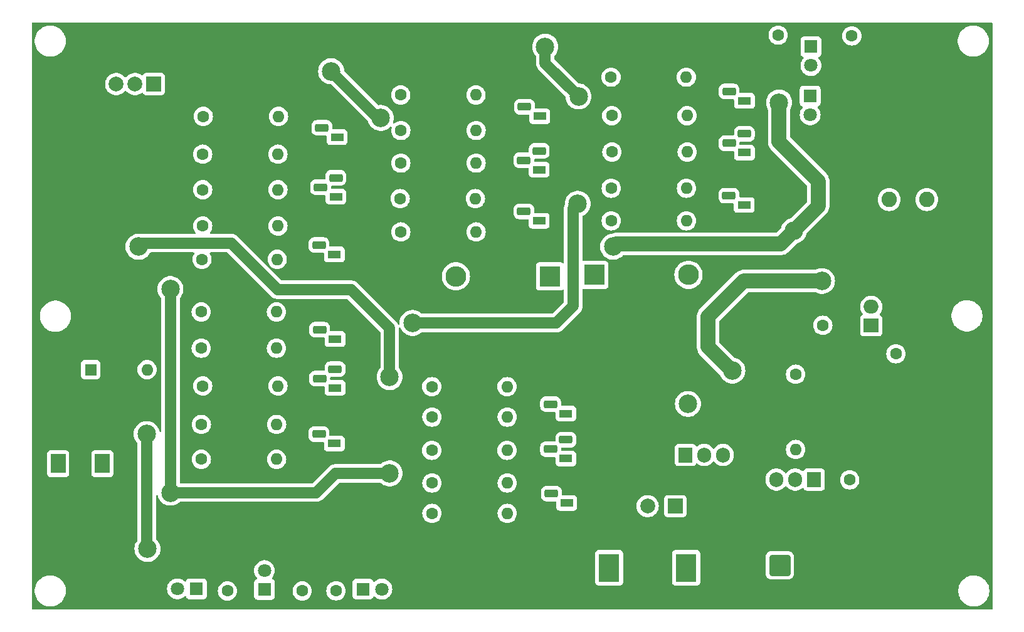
<source format=gtl>
G04 #@! TF.GenerationSoftware,KiCad,Pcbnew,8.0.8*
G04 #@! TF.CreationDate,2025-08-20T08:10:51-04:00*
G04 #@! TF.ProjectId,multimeter,6d756c74-696d-4657-9465-722e6b696361,rev?*
G04 #@! TF.SameCoordinates,Original*
G04 #@! TF.FileFunction,Copper,L1,Top*
G04 #@! TF.FilePolarity,Positive*
%FSLAX46Y46*%
G04 Gerber Fmt 4.6, Leading zero omitted, Abs format (unit mm)*
G04 Created by KiCad (PCBNEW 8.0.8) date 2025-08-20 08:10:51*
%MOMM*%
%LPD*%
G01*
G04 APERTURE LIST*
G04 Aperture macros list*
%AMRoundRect*
0 Rectangle with rounded corners*
0 $1 Rounding radius*
0 $2 $3 $4 $5 $6 $7 $8 $9 X,Y pos of 4 corners*
0 Add a 4 corners polygon primitive as box body*
4,1,4,$2,$3,$4,$5,$6,$7,$8,$9,$2,$3,0*
0 Add four circle primitives for the rounded corners*
1,1,$1+$1,$2,$3*
1,1,$1+$1,$4,$5*
1,1,$1+$1,$6,$7*
1,1,$1+$1,$8,$9*
0 Add four rect primitives between the rounded corners*
20,1,$1+$1,$2,$3,$4,$5,0*
20,1,$1+$1,$4,$5,$6,$7,0*
20,1,$1+$1,$6,$7,$8,$9,0*
20,1,$1+$1,$8,$9,$2,$3,0*%
G04 Aperture macros list end*
G04 #@! TA.AperFunction,ComponentPad*
%ADD10C,2.000000*%
G04 #@! TD*
G04 #@! TA.AperFunction,ComponentPad*
%ADD11R,2.000000X2.000000*%
G04 #@! TD*
G04 #@! TA.AperFunction,ComponentPad*
%ADD12O,1.600000X1.600000*%
G04 #@! TD*
G04 #@! TA.AperFunction,ComponentPad*
%ADD13C,1.600000*%
G04 #@! TD*
G04 #@! TA.AperFunction,ComponentPad*
%ADD14RoundRect,0.275000X0.625000X-0.275000X0.625000X0.275000X-0.625000X0.275000X-0.625000X-0.275000X0*%
G04 #@! TD*
G04 #@! TA.AperFunction,ComponentPad*
%ADD15R,1.800000X1.100000*%
G04 #@! TD*
G04 #@! TA.AperFunction,ComponentPad*
%ADD16O,1.905000X2.000000*%
G04 #@! TD*
G04 #@! TA.AperFunction,ComponentPad*
%ADD17R,1.905000X2.000000*%
G04 #@! TD*
G04 #@! TA.AperFunction,ComponentPad*
%ADD18C,1.800000*%
G04 #@! TD*
G04 #@! TA.AperFunction,ComponentPad*
%ADD19R,1.800000X1.800000*%
G04 #@! TD*
G04 #@! TA.AperFunction,ComponentPad*
%ADD20C,2.082800*%
G04 #@! TD*
G04 #@! TA.AperFunction,ComponentPad*
%ADD21C,2.800000*%
G04 #@! TD*
G04 #@! TA.AperFunction,ComponentPad*
%ADD22RoundRect,0.250001X-1.149999X-1.149999X1.149999X-1.149999X1.149999X1.149999X-1.149999X1.149999X0*%
G04 #@! TD*
G04 #@! TA.AperFunction,ComponentPad*
%ADD23O,2.800000X2.800000*%
G04 #@! TD*
G04 #@! TA.AperFunction,ComponentPad*
%ADD24R,2.800000X2.800000*%
G04 #@! TD*
G04 #@! TA.AperFunction,ComponentPad*
%ADD25R,2.800000X3.800000*%
G04 #@! TD*
G04 #@! TA.AperFunction,ComponentPad*
%ADD26O,2.000000X1.905000*%
G04 #@! TD*
G04 #@! TA.AperFunction,ComponentPad*
%ADD27R,2.000000X1.905000*%
G04 #@! TD*
G04 #@! TA.AperFunction,ComponentPad*
%ADD28R,1.600000X1.600000*%
G04 #@! TD*
G04 #@! TA.AperFunction,ComponentPad*
%ADD29R,2.600000X2.000000*%
G04 #@! TD*
G04 #@! TA.AperFunction,ComponentPad*
%ADD30R,2.000000X2.600000*%
G04 #@! TD*
G04 #@! TA.AperFunction,ViaPad*
%ADD31C,2.500000*%
G04 #@! TD*
G04 #@! TA.AperFunction,Conductor*
%ADD32C,1.500000*%
G04 #@! TD*
G04 #@! TA.AperFunction,Conductor*
%ADD33C,2.000000*%
G04 #@! TD*
G04 APERTURE END LIST*
D10*
X50635000Y-40410000D03*
X53175000Y-40410000D03*
D11*
X55715000Y-40410000D03*
D12*
X135895000Y-72980000D03*
D13*
X146055000Y-72980000D03*
D12*
X99135000Y-55880000D03*
D13*
X88975000Y-55880000D03*
D14*
X111355000Y-88440000D03*
X109285000Y-89710000D03*
D15*
X111355000Y-90980000D03*
D16*
X132575000Y-90505000D03*
X130035000Y-90505000D03*
D17*
X127495000Y-90505000D03*
D18*
X70655000Y-106110000D03*
D19*
X70655000Y-108650000D03*
D12*
X72275000Y-76080000D03*
D13*
X62115000Y-76080000D03*
D14*
X111355000Y-82380000D03*
X109285000Y-83650000D03*
D15*
X111355000Y-84920000D03*
D14*
X107825000Y-42210000D03*
X105755000Y-43480000D03*
D15*
X107825000Y-44750000D03*
D12*
X127635000Y-54480000D03*
D13*
X117475000Y-54480000D03*
D12*
X129855000Y-33810000D03*
D13*
X140015000Y-33810000D03*
D20*
X160075000Y-48210000D03*
X154995000Y-48210000D03*
D21*
X145235000Y-105410000D03*
D22*
X140235000Y-105410000D03*
D12*
X155915000Y-87000000D03*
D13*
X155915000Y-76840000D03*
D14*
X135425000Y-54210000D03*
X133355000Y-55480000D03*
D15*
X135425000Y-56750000D03*
D14*
X80185000Y-78910000D03*
X78115000Y-80180000D03*
D15*
X80185000Y-81450000D03*
D14*
X135455000Y-40140000D03*
X133385000Y-41410000D03*
D15*
X135455000Y-42680000D03*
D12*
X103415000Y-81280000D03*
D13*
X93255000Y-81280000D03*
D12*
X75755000Y-98700000D03*
D13*
X75755000Y-108860000D03*
D18*
X86505000Y-108610000D03*
D19*
X83965000Y-108610000D03*
D23*
X96505000Y-66380000D03*
D24*
X109205000Y-66380000D03*
D16*
X139775000Y-93820000D03*
X142315000Y-93820000D03*
D17*
X144855000Y-93820000D03*
D25*
X117185000Y-105735000D03*
X127585000Y-105735000D03*
D10*
X118635000Y-97410000D03*
X122385000Y-97410000D03*
D11*
X126135000Y-97410000D03*
D12*
X99235000Y-46680000D03*
D13*
X89075000Y-46680000D03*
D14*
X107755000Y-56340000D03*
X105685000Y-57610000D03*
D15*
X107755000Y-58880000D03*
D12*
X99215000Y-41880000D03*
D13*
X89055000Y-41880000D03*
D14*
X80095000Y-60880000D03*
X78025000Y-62150000D03*
D15*
X80095000Y-63420000D03*
D12*
X72475000Y-81180000D03*
D13*
X62315000Y-81180000D03*
D20*
X160075000Y-56010000D03*
X154995000Y-56010000D03*
D23*
X127905000Y-66180000D03*
D24*
X115205000Y-66180000D03*
D12*
X103435000Y-94280000D03*
D13*
X93275000Y-94280000D03*
D12*
X72475000Y-59580000D03*
D13*
X62315000Y-59580000D03*
D12*
X99235000Y-60380000D03*
D13*
X89075000Y-60380000D03*
D12*
X127715000Y-44680000D03*
D13*
X117555000Y-44680000D03*
D26*
X152575000Y-67940000D03*
X152575000Y-70480000D03*
D27*
X152575000Y-73020000D03*
D12*
X149675000Y-83700000D03*
D13*
X149675000Y-93860000D03*
D12*
X72295000Y-86380000D03*
D13*
X62135000Y-86380000D03*
D12*
X127615000Y-39480000D03*
D13*
X117455000Y-39480000D03*
D12*
X103435000Y-85380000D03*
D13*
X93275000Y-85380000D03*
D14*
X80185000Y-72310000D03*
X78115000Y-73580000D03*
D15*
X80185000Y-74850000D03*
D18*
X144435000Y-37910000D03*
D19*
X144435000Y-35370000D03*
D14*
X135455000Y-47140000D03*
X133385000Y-48410000D03*
D15*
X135455000Y-49680000D03*
D12*
X103435000Y-98380000D03*
D13*
X93275000Y-98380000D03*
D12*
X160115000Y-33910000D03*
D13*
X149955000Y-33910000D03*
D12*
X142375000Y-89760000D03*
D13*
X142375000Y-79600000D03*
D12*
X54810000Y-78980000D03*
D28*
X47190000Y-78980000D03*
D18*
X144335000Y-44580000D03*
D19*
X144335000Y-42040000D03*
D12*
X80315000Y-98680000D03*
D13*
X80315000Y-108840000D03*
D12*
X127735000Y-49580000D03*
D13*
X117575000Y-49580000D03*
D18*
X58915000Y-108580000D03*
D19*
X61455000Y-108580000D03*
D12*
X127635000Y-58880000D03*
D13*
X117475000Y-58880000D03*
D14*
X80465000Y-45050000D03*
X78395000Y-46320000D03*
D15*
X80465000Y-47590000D03*
D29*
X45785000Y-96360000D03*
D30*
X42785000Y-91660000D03*
X48785000Y-91660000D03*
D12*
X99235000Y-51080000D03*
D13*
X89075000Y-51080000D03*
D14*
X80295000Y-53080000D03*
X78225000Y-54350000D03*
D15*
X80295000Y-55620000D03*
D12*
X72475000Y-49880000D03*
D13*
X62315000Y-49880000D03*
D12*
X72295000Y-91080000D03*
D13*
X62135000Y-91080000D03*
D14*
X111455000Y-94440000D03*
X109385000Y-95710000D03*
D15*
X111455000Y-96980000D03*
D12*
X72275000Y-71180000D03*
D13*
X62115000Y-71180000D03*
D12*
X72475000Y-54680000D03*
D13*
X62315000Y-54680000D03*
D12*
X65655000Y-98700000D03*
D13*
X65655000Y-108860000D03*
D12*
X72375000Y-64080000D03*
D13*
X62215000Y-64080000D03*
D12*
X72555000Y-44780000D03*
D13*
X62395000Y-44780000D03*
D12*
X103415000Y-89880000D03*
D13*
X93255000Y-89880000D03*
D14*
X107755000Y-49440000D03*
X105685000Y-50710000D03*
D15*
X107755000Y-51980000D03*
D14*
X80085000Y-86410000D03*
X78015000Y-87680000D03*
D15*
X80085000Y-88950000D03*
D31*
X87555000Y-92980000D03*
X90655000Y-72680000D03*
X112955000Y-56580000D03*
X57955000Y-68080000D03*
X57955000Y-95580000D03*
X115855000Y-77480000D03*
X154455000Y-90580000D03*
X116155000Y-92380000D03*
X46455000Y-102680000D03*
X83555000Y-58480000D03*
X49755000Y-105480000D03*
X111755000Y-50480000D03*
X151635000Y-53110000D03*
X153055000Y-107780000D03*
X76955000Y-41280000D03*
X86655000Y-99980000D03*
X83655000Y-73480000D03*
X149735000Y-49010000D03*
X139455000Y-51680000D03*
X61555000Y-99680000D03*
X112555000Y-45580000D03*
X50955000Y-102480000D03*
X82555000Y-84380000D03*
X152685000Y-61560000D03*
X138855000Y-37180000D03*
X154955000Y-101580000D03*
X158055000Y-103380000D03*
X54855000Y-103180000D03*
X87555000Y-79980000D03*
X53655000Y-62380000D03*
X54755000Y-87680000D03*
X142135000Y-60210000D03*
X127835000Y-83610000D03*
X117735000Y-62380000D03*
X140135000Y-42910000D03*
X79655000Y-38680000D03*
X86355000Y-44980000D03*
X108555000Y-35380000D03*
X113055000Y-42080000D03*
X133835000Y-79110000D03*
X145935000Y-67010000D03*
D32*
X80255000Y-92980000D02*
X77655000Y-95580000D01*
X57955000Y-95580000D02*
X57955000Y-68080000D01*
X112355000Y-70380000D02*
X110055000Y-72680000D01*
X112355000Y-57180000D02*
X112355000Y-70380000D01*
X87555000Y-92980000D02*
X80255000Y-92980000D01*
X77655000Y-95580000D02*
X57955000Y-95580000D01*
X110055000Y-72680000D02*
X90655000Y-72680000D01*
X112955000Y-56580000D02*
X112355000Y-57180000D01*
X54255000Y-61880000D02*
X66155000Y-61880000D01*
X72455000Y-68180000D02*
X82355000Y-68180000D01*
X53755000Y-62380000D02*
X54255000Y-61880000D01*
X82355000Y-68180000D02*
X87555000Y-73380000D01*
X66155000Y-61880000D02*
X72455000Y-68180000D01*
X87555000Y-73380000D02*
X87555000Y-79980000D01*
X54755000Y-103080000D02*
X54855000Y-103180000D01*
X53655000Y-62380000D02*
X53755000Y-62380000D01*
X54755000Y-87680000D02*
X54755000Y-103080000D01*
D33*
X145435000Y-53510000D02*
X140135000Y-48210000D01*
X145435000Y-56910000D02*
X145435000Y-53510000D01*
X140335000Y-62010000D02*
X142135000Y-60210000D01*
X140135000Y-48210000D02*
X140135000Y-42910000D01*
X117735000Y-62380000D02*
X118105000Y-62010000D01*
X118105000Y-62010000D02*
X140335000Y-62010000D01*
X142135000Y-60210000D02*
X145435000Y-56910000D01*
D32*
X85955000Y-44980000D02*
X79655000Y-38680000D01*
X86355000Y-44980000D02*
X85955000Y-44980000D01*
X108555000Y-35380000D02*
X108555000Y-37580000D01*
X108555000Y-37580000D02*
X113055000Y-42080000D01*
D33*
X130535000Y-71810000D02*
X130535000Y-75910000D01*
X135335000Y-67010000D02*
X130535000Y-71810000D01*
X130535000Y-75910000D02*
X133735000Y-79110000D01*
X145935000Y-67010000D02*
X135335000Y-67010000D01*
X133735000Y-79110000D02*
X133835000Y-79110000D01*
G04 #@! TA.AperFunction,Conductor*
G36*
X168882539Y-32090185D02*
G01*
X168928294Y-32142989D01*
X168939500Y-32194500D01*
X168939500Y-111250500D01*
X168919815Y-111317539D01*
X168867011Y-111363294D01*
X168815500Y-111374500D01*
X39364500Y-111374500D01*
X39297461Y-111354815D01*
X39251706Y-111302011D01*
X39240500Y-111250500D01*
X39240500Y-108722332D01*
X39634500Y-108722332D01*
X39634500Y-108997667D01*
X39634501Y-108997684D01*
X39670438Y-109270655D01*
X39670439Y-109270660D01*
X39670440Y-109270666D01*
X39680041Y-109306496D01*
X39741704Y-109536630D01*
X39847075Y-109791017D01*
X39847080Y-109791028D01*
X39914353Y-109907546D01*
X39984751Y-110029479D01*
X39984753Y-110029482D01*
X39984754Y-110029483D01*
X40152370Y-110247926D01*
X40152376Y-110247933D01*
X40347066Y-110442623D01*
X40347072Y-110442628D01*
X40565521Y-110610249D01*
X40718778Y-110698732D01*
X40803971Y-110747919D01*
X40803976Y-110747921D01*
X40803979Y-110747923D01*
X41058368Y-110853295D01*
X41324334Y-110924560D01*
X41597326Y-110960500D01*
X41597333Y-110960500D01*
X41872667Y-110960500D01*
X41872674Y-110960500D01*
X42145666Y-110924560D01*
X42411632Y-110853295D01*
X42666021Y-110747923D01*
X42904479Y-110610249D01*
X43122928Y-110442628D01*
X43317628Y-110247928D01*
X43485249Y-110029479D01*
X43622923Y-109791021D01*
X43728295Y-109536632D01*
X43799560Y-109270666D01*
X43835500Y-108997674D01*
X43835500Y-108722326D01*
X43816762Y-108579993D01*
X57509700Y-108579993D01*
X57509700Y-108580006D01*
X57528864Y-108811297D01*
X57528866Y-108811308D01*
X57585842Y-109036300D01*
X57679075Y-109248848D01*
X57806016Y-109443147D01*
X57806019Y-109443151D01*
X57806021Y-109443153D01*
X57963216Y-109613913D01*
X57963219Y-109613915D01*
X57963222Y-109613918D01*
X58146365Y-109756464D01*
X58146371Y-109756468D01*
X58146374Y-109756470D01*
X58212647Y-109792335D01*
X58337763Y-109860045D01*
X58350497Y-109866936D01*
X58437881Y-109896935D01*
X58570015Y-109942297D01*
X58570017Y-109942297D01*
X58570019Y-109942298D01*
X58798951Y-109980500D01*
X58798952Y-109980500D01*
X59031048Y-109980500D01*
X59031049Y-109980500D01*
X59259981Y-109942298D01*
X59479503Y-109866936D01*
X59683626Y-109756470D01*
X59866784Y-109613913D01*
X59875130Y-109604846D01*
X59935010Y-109568854D01*
X60004849Y-109570949D01*
X60062468Y-109610469D01*
X60082544Y-109645491D01*
X60111203Y-109722330D01*
X60111206Y-109722335D01*
X60197452Y-109837544D01*
X60197455Y-109837547D01*
X60312664Y-109923793D01*
X60312671Y-109923797D01*
X60447517Y-109974091D01*
X60447516Y-109974091D01*
X60454444Y-109974835D01*
X60507127Y-109980500D01*
X62402872Y-109980499D01*
X62462483Y-109974091D01*
X62597331Y-109923796D01*
X62712546Y-109837546D01*
X62798796Y-109722331D01*
X62849091Y-109587483D01*
X62855500Y-109527873D01*
X62855500Y-108859998D01*
X64349532Y-108859998D01*
X64349532Y-108860001D01*
X64369364Y-109086686D01*
X64369366Y-109086697D01*
X64428258Y-109306488D01*
X64428261Y-109306497D01*
X64524431Y-109512732D01*
X64524432Y-109512734D01*
X64654954Y-109699141D01*
X64815858Y-109860045D01*
X64825702Y-109866938D01*
X65002266Y-109990568D01*
X65208504Y-110086739D01*
X65428308Y-110145635D01*
X65590230Y-110159801D01*
X65654998Y-110165468D01*
X65655000Y-110165468D01*
X65655002Y-110165468D01*
X65711673Y-110160509D01*
X65881692Y-110145635D01*
X66101496Y-110086739D01*
X66307734Y-109990568D01*
X66494139Y-109860047D01*
X66655047Y-109699139D01*
X66785568Y-109512734D01*
X66881739Y-109306496D01*
X66940635Y-109086692D01*
X66960468Y-108860000D01*
X66958832Y-108841305D01*
X66954801Y-108795230D01*
X66940635Y-108633308D01*
X66881739Y-108413504D01*
X66785568Y-108207266D01*
X66655047Y-108020861D01*
X66655045Y-108020858D01*
X66494141Y-107859954D01*
X66307734Y-107729432D01*
X66307732Y-107729431D01*
X66101497Y-107633261D01*
X66101488Y-107633258D01*
X65881697Y-107574366D01*
X65881693Y-107574365D01*
X65881692Y-107574365D01*
X65881691Y-107574364D01*
X65881686Y-107574364D01*
X65655002Y-107554532D01*
X65654998Y-107554532D01*
X65428313Y-107574364D01*
X65428302Y-107574366D01*
X65208511Y-107633258D01*
X65208502Y-107633261D01*
X65002267Y-107729431D01*
X65002265Y-107729432D01*
X64815858Y-107859954D01*
X64654954Y-108020858D01*
X64524432Y-108207265D01*
X64524431Y-108207267D01*
X64428261Y-108413502D01*
X64428258Y-108413511D01*
X64369366Y-108633302D01*
X64369364Y-108633313D01*
X64349532Y-108859998D01*
X62855500Y-108859998D01*
X62855499Y-107632128D01*
X62849475Y-107576085D01*
X62849091Y-107572516D01*
X62798797Y-107437671D01*
X62798793Y-107437664D01*
X62712547Y-107322455D01*
X62712544Y-107322452D01*
X62597335Y-107236206D01*
X62597328Y-107236202D01*
X62462482Y-107185908D01*
X62462483Y-107185908D01*
X62402883Y-107179501D01*
X62402881Y-107179500D01*
X62402873Y-107179500D01*
X62402864Y-107179500D01*
X60507129Y-107179500D01*
X60507123Y-107179501D01*
X60447516Y-107185908D01*
X60312671Y-107236202D01*
X60312664Y-107236206D01*
X60197455Y-107322452D01*
X60197452Y-107322455D01*
X60111206Y-107437664D01*
X60111203Y-107437670D01*
X60082544Y-107514508D01*
X60040672Y-107570441D01*
X59975208Y-107594858D01*
X59906935Y-107580006D01*
X59875135Y-107555158D01*
X59866784Y-107546087D01*
X59866778Y-107546082D01*
X59866777Y-107546081D01*
X59683634Y-107403535D01*
X59683628Y-107403531D01*
X59479504Y-107293064D01*
X59479495Y-107293061D01*
X59259984Y-107217702D01*
X59069450Y-107185908D01*
X59031049Y-107179500D01*
X58798951Y-107179500D01*
X58760550Y-107185908D01*
X58570015Y-107217702D01*
X58350504Y-107293061D01*
X58350495Y-107293064D01*
X58146371Y-107403531D01*
X58146365Y-107403535D01*
X57963222Y-107546081D01*
X57963219Y-107546084D01*
X57963216Y-107546086D01*
X57963216Y-107546087D01*
X57927249Y-107585158D01*
X57806016Y-107716852D01*
X57679075Y-107911151D01*
X57585842Y-108123699D01*
X57528866Y-108348691D01*
X57528864Y-108348702D01*
X57509700Y-108579993D01*
X43816762Y-108579993D01*
X43799560Y-108449334D01*
X43728295Y-108183368D01*
X43622923Y-107928979D01*
X43622921Y-107928974D01*
X43622919Y-107928971D01*
X43544741Y-107793564D01*
X43485249Y-107690521D01*
X43381379Y-107555154D01*
X43317629Y-107472073D01*
X43317623Y-107472066D01*
X43122933Y-107277376D01*
X43122926Y-107277370D01*
X42904483Y-107109754D01*
X42904482Y-107109753D01*
X42904479Y-107109751D01*
X42764010Y-107028651D01*
X42666028Y-106972080D01*
X42666017Y-106972075D01*
X42411630Y-106866704D01*
X42278649Y-106831072D01*
X42145666Y-106795440D01*
X42145660Y-106795439D01*
X42145655Y-106795438D01*
X41872684Y-106759501D01*
X41872679Y-106759500D01*
X41872674Y-106759500D01*
X41597326Y-106759500D01*
X41597320Y-106759500D01*
X41597315Y-106759501D01*
X41324344Y-106795438D01*
X41324337Y-106795439D01*
X41324334Y-106795440D01*
X41268125Y-106810500D01*
X41058369Y-106866704D01*
X40803982Y-106972075D01*
X40803971Y-106972080D01*
X40565516Y-107109754D01*
X40347073Y-107277370D01*
X40347066Y-107277376D01*
X40152376Y-107472066D01*
X40152370Y-107472073D01*
X39984754Y-107690516D01*
X39847080Y-107928971D01*
X39847079Y-107928974D01*
X39741704Y-108183369D01*
X39670441Y-108449331D01*
X39670438Y-108449344D01*
X39634501Y-108722315D01*
X39634500Y-108722332D01*
X39240500Y-108722332D01*
X39240500Y-106109993D01*
X69249700Y-106109993D01*
X69249700Y-106110006D01*
X69268864Y-106341297D01*
X69268866Y-106341308D01*
X69325842Y-106566300D01*
X69419075Y-106778848D01*
X69546016Y-106973147D01*
X69546019Y-106973151D01*
X69546021Y-106973153D01*
X69640803Y-107076114D01*
X69671724Y-107138767D01*
X69663864Y-107208193D01*
X69619716Y-107262348D01*
X69592906Y-107276277D01*
X69512669Y-107306203D01*
X69512664Y-107306206D01*
X69397455Y-107392452D01*
X69397452Y-107392455D01*
X69311206Y-107507664D01*
X69311202Y-107507671D01*
X69260908Y-107642517D01*
X69254501Y-107702116D01*
X69254501Y-107702123D01*
X69254500Y-107702135D01*
X69254500Y-109597870D01*
X69254501Y-109597876D01*
X69260908Y-109657483D01*
X69311202Y-109792328D01*
X69311206Y-109792335D01*
X69397452Y-109907544D01*
X69397455Y-109907547D01*
X69512664Y-109993793D01*
X69512671Y-109993797D01*
X69647517Y-110044091D01*
X69647516Y-110044091D01*
X69654444Y-110044835D01*
X69707127Y-110050500D01*
X71602872Y-110050499D01*
X71662483Y-110044091D01*
X71797331Y-109993796D01*
X71912546Y-109907546D01*
X71998796Y-109792331D01*
X72049091Y-109657483D01*
X72055500Y-109597873D01*
X72055500Y-108859998D01*
X74449532Y-108859998D01*
X74449532Y-108860001D01*
X74469364Y-109086686D01*
X74469366Y-109086697D01*
X74528258Y-109306488D01*
X74528261Y-109306497D01*
X74624431Y-109512732D01*
X74624432Y-109512734D01*
X74754954Y-109699141D01*
X74915858Y-109860045D01*
X74925702Y-109866938D01*
X75102266Y-109990568D01*
X75308504Y-110086739D01*
X75528308Y-110145635D01*
X75690230Y-110159801D01*
X75754998Y-110165468D01*
X75755000Y-110165468D01*
X75755002Y-110165468D01*
X75811673Y-110160509D01*
X75981692Y-110145635D01*
X76201496Y-110086739D01*
X76407734Y-109990568D01*
X76594139Y-109860047D01*
X76755047Y-109699139D01*
X76885568Y-109512734D01*
X76981739Y-109306496D01*
X77040635Y-109086692D01*
X77060468Y-108860000D01*
X77058832Y-108841305D01*
X77058718Y-108839998D01*
X79009532Y-108839998D01*
X79009532Y-108840001D01*
X79029364Y-109066686D01*
X79029366Y-109066697D01*
X79088258Y-109286488D01*
X79088261Y-109286497D01*
X79184431Y-109492732D01*
X79184432Y-109492734D01*
X79314954Y-109679141D01*
X79475858Y-109840045D01*
X79475861Y-109840047D01*
X79662266Y-109970568D01*
X79868504Y-110066739D01*
X80088308Y-110125635D01*
X80250230Y-110139801D01*
X80314998Y-110145468D01*
X80315000Y-110145468D01*
X80315002Y-110145468D01*
X80371673Y-110140509D01*
X80541692Y-110125635D01*
X80761496Y-110066739D01*
X80967734Y-109970568D01*
X81154139Y-109840047D01*
X81315047Y-109679139D01*
X81445568Y-109492734D01*
X81541739Y-109286496D01*
X81600635Y-109066692D01*
X81620468Y-108840000D01*
X81600635Y-108613308D01*
X81541739Y-108393504D01*
X81445568Y-108187266D01*
X81315047Y-108000861D01*
X81315045Y-108000858D01*
X81154141Y-107839954D01*
X80967734Y-107709432D01*
X80967732Y-107709431D01*
X80866306Y-107662135D01*
X82564500Y-107662135D01*
X82564500Y-109557870D01*
X82564501Y-109557876D01*
X82570908Y-109617483D01*
X82621202Y-109752328D01*
X82621206Y-109752335D01*
X82707452Y-109867544D01*
X82707455Y-109867547D01*
X82822664Y-109953793D01*
X82822671Y-109953797D01*
X82957517Y-110004091D01*
X82957516Y-110004091D01*
X82964444Y-110004835D01*
X83017127Y-110010500D01*
X84912872Y-110010499D01*
X84972483Y-110004091D01*
X85107331Y-109953796D01*
X85222546Y-109867546D01*
X85308796Y-109752331D01*
X85319986Y-109722330D01*
X85337455Y-109675493D01*
X85379326Y-109619559D01*
X85444790Y-109595141D01*
X85513063Y-109609992D01*
X85544866Y-109634843D01*
X85552302Y-109642920D01*
X85553215Y-109643912D01*
X85553222Y-109643918D01*
X85736365Y-109786464D01*
X85736371Y-109786468D01*
X85736374Y-109786470D01*
X85940497Y-109896936D01*
X86054487Y-109936068D01*
X86160015Y-109972297D01*
X86160017Y-109972297D01*
X86160019Y-109972298D01*
X86388951Y-110010500D01*
X86388952Y-110010500D01*
X86621048Y-110010500D01*
X86621049Y-110010500D01*
X86849981Y-109972298D01*
X87069503Y-109896936D01*
X87273626Y-109786470D01*
X87456784Y-109643913D01*
X87613979Y-109473153D01*
X87740924Y-109278849D01*
X87834157Y-109066300D01*
X87891134Y-108841305D01*
X87891242Y-108840000D01*
X87900992Y-108722332D01*
X164334500Y-108722332D01*
X164334500Y-108997667D01*
X164334501Y-108997684D01*
X164370438Y-109270655D01*
X164370439Y-109270660D01*
X164370440Y-109270666D01*
X164380041Y-109306496D01*
X164441704Y-109536630D01*
X164547075Y-109791017D01*
X164547080Y-109791028D01*
X164614353Y-109907546D01*
X164684751Y-110029479D01*
X164684753Y-110029482D01*
X164684754Y-110029483D01*
X164852370Y-110247926D01*
X164852376Y-110247933D01*
X165047066Y-110442623D01*
X165047072Y-110442628D01*
X165265521Y-110610249D01*
X165418778Y-110698732D01*
X165503971Y-110747919D01*
X165503976Y-110747921D01*
X165503979Y-110747923D01*
X165758368Y-110853295D01*
X166024334Y-110924560D01*
X166297326Y-110960500D01*
X166297333Y-110960500D01*
X166572667Y-110960500D01*
X166572674Y-110960500D01*
X166845666Y-110924560D01*
X167111632Y-110853295D01*
X167366021Y-110747923D01*
X167604479Y-110610249D01*
X167822928Y-110442628D01*
X168017628Y-110247928D01*
X168185249Y-110029479D01*
X168322923Y-109791021D01*
X168428295Y-109536632D01*
X168499560Y-109270666D01*
X168535500Y-108997674D01*
X168535500Y-108722326D01*
X168499560Y-108449334D01*
X168428295Y-108183368D01*
X168322923Y-107928979D01*
X168322921Y-107928974D01*
X168322919Y-107928971D01*
X168244741Y-107793564D01*
X168185249Y-107690521D01*
X168081379Y-107555154D01*
X168017629Y-107472073D01*
X168017623Y-107472066D01*
X167822933Y-107277376D01*
X167822926Y-107277370D01*
X167604483Y-107109754D01*
X167604482Y-107109753D01*
X167604479Y-107109751D01*
X167464010Y-107028651D01*
X167366028Y-106972080D01*
X167366017Y-106972075D01*
X167111630Y-106866704D01*
X166978649Y-106831072D01*
X166845666Y-106795440D01*
X166845660Y-106795439D01*
X166845655Y-106795438D01*
X166572684Y-106759501D01*
X166572679Y-106759500D01*
X166572674Y-106759500D01*
X166297326Y-106759500D01*
X166297320Y-106759500D01*
X166297315Y-106759501D01*
X166024344Y-106795438D01*
X166024337Y-106795439D01*
X166024334Y-106795440D01*
X165968125Y-106810500D01*
X165758369Y-106866704D01*
X165503982Y-106972075D01*
X165503971Y-106972080D01*
X165265516Y-107109754D01*
X165047073Y-107277370D01*
X165047066Y-107277376D01*
X164852376Y-107472066D01*
X164852370Y-107472073D01*
X164684754Y-107690516D01*
X164547080Y-107928971D01*
X164547079Y-107928974D01*
X164441704Y-108183369D01*
X164370441Y-108449331D01*
X164370438Y-108449344D01*
X164334501Y-108722315D01*
X164334500Y-108722332D01*
X87900992Y-108722332D01*
X87910300Y-108610006D01*
X87910300Y-108609993D01*
X87891135Y-108378702D01*
X87891133Y-108378691D01*
X87834157Y-108153699D01*
X87740924Y-107941151D01*
X87613983Y-107746852D01*
X87613980Y-107746849D01*
X87613979Y-107746847D01*
X87456784Y-107576087D01*
X87456779Y-107576083D01*
X87456777Y-107576081D01*
X87273634Y-107433535D01*
X87273628Y-107433531D01*
X87069504Y-107323064D01*
X87069495Y-107323061D01*
X86849984Y-107247702D01*
X86659450Y-107215908D01*
X86621049Y-107209500D01*
X86388951Y-107209500D01*
X86350550Y-107215908D01*
X86160015Y-107247702D01*
X85940504Y-107323061D01*
X85940495Y-107323064D01*
X85736371Y-107433531D01*
X85736365Y-107433535D01*
X85553222Y-107576081D01*
X85553218Y-107576085D01*
X85553216Y-107576086D01*
X85553216Y-107576087D01*
X85549609Y-107580006D01*
X85544866Y-107585158D01*
X85484979Y-107621148D01*
X85415141Y-107619047D01*
X85357525Y-107579522D01*
X85337455Y-107544507D01*
X85308797Y-107467671D01*
X85308793Y-107467664D01*
X85222547Y-107352455D01*
X85222544Y-107352452D01*
X85107335Y-107266206D01*
X85107328Y-107266202D01*
X84972482Y-107215908D01*
X84972483Y-107215908D01*
X84912883Y-107209501D01*
X84912881Y-107209500D01*
X84912873Y-107209500D01*
X84912864Y-107209500D01*
X83017129Y-107209500D01*
X83017123Y-107209501D01*
X82957516Y-107215908D01*
X82822671Y-107266202D01*
X82822664Y-107266206D01*
X82707455Y-107352452D01*
X82707452Y-107352455D01*
X82621206Y-107467664D01*
X82621202Y-107467671D01*
X82570908Y-107602517D01*
X82564501Y-107662116D01*
X82564500Y-107662135D01*
X80866306Y-107662135D01*
X80761497Y-107613261D01*
X80761488Y-107613258D01*
X80541697Y-107554366D01*
X80541693Y-107554365D01*
X80541692Y-107554365D01*
X80541691Y-107554364D01*
X80541686Y-107554364D01*
X80315002Y-107534532D01*
X80314998Y-107534532D01*
X80088313Y-107554364D01*
X80088302Y-107554366D01*
X79868511Y-107613258D01*
X79868502Y-107613261D01*
X79662267Y-107709431D01*
X79662265Y-107709432D01*
X79475858Y-107839954D01*
X79314954Y-108000858D01*
X79184432Y-108187265D01*
X79184431Y-108187267D01*
X79088261Y-108393502D01*
X79088258Y-108393511D01*
X79029366Y-108613302D01*
X79029364Y-108613313D01*
X79009532Y-108839998D01*
X77058718Y-108839998D01*
X77054801Y-108795230D01*
X77040635Y-108633308D01*
X76981739Y-108413504D01*
X76885568Y-108207266D01*
X76755047Y-108020861D01*
X76755045Y-108020858D01*
X76594141Y-107859954D01*
X76407734Y-107729432D01*
X76407732Y-107729431D01*
X76201497Y-107633261D01*
X76201488Y-107633258D01*
X75981697Y-107574366D01*
X75981693Y-107574365D01*
X75981692Y-107574365D01*
X75981691Y-107574364D01*
X75981686Y-107574364D01*
X75755002Y-107554532D01*
X75754998Y-107554532D01*
X75528313Y-107574364D01*
X75528302Y-107574366D01*
X75308511Y-107633258D01*
X75308502Y-107633261D01*
X75102267Y-107729431D01*
X75102265Y-107729432D01*
X74915858Y-107859954D01*
X74754954Y-108020858D01*
X74624432Y-108207265D01*
X74624431Y-108207267D01*
X74528261Y-108413502D01*
X74528258Y-108413511D01*
X74469366Y-108633302D01*
X74469364Y-108633313D01*
X74449532Y-108859998D01*
X72055500Y-108859998D01*
X72055499Y-107702128D01*
X72049091Y-107642517D01*
X72045216Y-107632128D01*
X71998797Y-107507671D01*
X71998793Y-107507664D01*
X71912547Y-107392455D01*
X71912544Y-107392452D01*
X71797335Y-107306206D01*
X71797328Y-107306202D01*
X71717094Y-107276277D01*
X71661160Y-107234406D01*
X71636743Y-107168941D01*
X71651595Y-107100668D01*
X71669190Y-107076121D01*
X71763979Y-106973153D01*
X71890924Y-106778849D01*
X71984157Y-106566300D01*
X72041134Y-106341305D01*
X72060300Y-106110000D01*
X72060300Y-106109993D01*
X72041135Y-105878702D01*
X72041133Y-105878691D01*
X71984157Y-105653699D01*
X71890924Y-105441151D01*
X71763983Y-105246852D01*
X71763980Y-105246849D01*
X71763979Y-105246847D01*
X71606784Y-105076087D01*
X71606779Y-105076083D01*
X71606777Y-105076081D01*
X71423634Y-104933535D01*
X71423628Y-104933531D01*
X71219504Y-104823064D01*
X71219495Y-104823061D01*
X70999984Y-104747702D01*
X70828282Y-104719050D01*
X70771049Y-104709500D01*
X70538951Y-104709500D01*
X70493164Y-104717140D01*
X70310015Y-104747702D01*
X70090504Y-104823061D01*
X70090495Y-104823064D01*
X69886371Y-104933531D01*
X69886365Y-104933535D01*
X69703222Y-105076081D01*
X69703219Y-105076084D01*
X69546016Y-105246852D01*
X69419075Y-105441151D01*
X69325842Y-105653699D01*
X69268866Y-105878691D01*
X69268864Y-105878702D01*
X69249700Y-106109993D01*
X39240500Y-106109993D01*
X39240500Y-90312135D01*
X41284500Y-90312135D01*
X41284500Y-93007870D01*
X41284501Y-93007876D01*
X41290908Y-93067483D01*
X41341202Y-93202328D01*
X41341206Y-93202335D01*
X41427452Y-93317544D01*
X41427455Y-93317547D01*
X41542664Y-93403793D01*
X41542671Y-93403797D01*
X41677517Y-93454091D01*
X41677516Y-93454091D01*
X41684444Y-93454835D01*
X41737127Y-93460500D01*
X43832872Y-93460499D01*
X43892483Y-93454091D01*
X44027331Y-93403796D01*
X44142546Y-93317546D01*
X44228796Y-93202331D01*
X44279091Y-93067483D01*
X44285500Y-93007873D01*
X44285499Y-90312135D01*
X47284500Y-90312135D01*
X47284500Y-93007870D01*
X47284501Y-93007876D01*
X47290908Y-93067483D01*
X47341202Y-93202328D01*
X47341206Y-93202335D01*
X47427452Y-93317544D01*
X47427455Y-93317547D01*
X47542664Y-93403793D01*
X47542671Y-93403797D01*
X47677517Y-93454091D01*
X47677516Y-93454091D01*
X47684444Y-93454835D01*
X47737127Y-93460500D01*
X49832872Y-93460499D01*
X49892483Y-93454091D01*
X50027331Y-93403796D01*
X50142546Y-93317546D01*
X50228796Y-93202331D01*
X50279091Y-93067483D01*
X50285500Y-93007873D01*
X50285499Y-90312128D01*
X50279091Y-90252517D01*
X50274742Y-90240858D01*
X50228797Y-90117671D01*
X50228793Y-90117664D01*
X50142547Y-90002455D01*
X50142544Y-90002452D01*
X50027335Y-89916206D01*
X50027328Y-89916202D01*
X49892482Y-89865908D01*
X49892483Y-89865908D01*
X49832883Y-89859501D01*
X49832881Y-89859500D01*
X49832873Y-89859500D01*
X49832864Y-89859500D01*
X47737129Y-89859500D01*
X47737123Y-89859501D01*
X47677516Y-89865908D01*
X47542671Y-89916202D01*
X47542664Y-89916206D01*
X47427455Y-90002452D01*
X47427452Y-90002455D01*
X47341206Y-90117664D01*
X47341202Y-90117671D01*
X47290908Y-90252517D01*
X47284501Y-90312116D01*
X47284501Y-90312123D01*
X47284500Y-90312135D01*
X44285499Y-90312135D01*
X44285499Y-90312128D01*
X44279091Y-90252517D01*
X44274742Y-90240858D01*
X44228797Y-90117671D01*
X44228793Y-90117664D01*
X44142547Y-90002455D01*
X44142544Y-90002452D01*
X44027335Y-89916206D01*
X44027328Y-89916202D01*
X43892482Y-89865908D01*
X43892483Y-89865908D01*
X43832883Y-89859501D01*
X43832881Y-89859500D01*
X43832873Y-89859500D01*
X43832864Y-89859500D01*
X41737129Y-89859500D01*
X41737123Y-89859501D01*
X41677516Y-89865908D01*
X41542671Y-89916202D01*
X41542664Y-89916206D01*
X41427455Y-90002452D01*
X41427452Y-90002455D01*
X41341206Y-90117664D01*
X41341202Y-90117671D01*
X41290908Y-90252517D01*
X41284501Y-90312116D01*
X41284501Y-90312123D01*
X41284500Y-90312135D01*
X39240500Y-90312135D01*
X39240500Y-87679995D01*
X52999592Y-87679995D01*
X52999592Y-87680004D01*
X53019196Y-87941620D01*
X53019197Y-87941625D01*
X53019197Y-87941629D01*
X53019198Y-87941630D01*
X53022525Y-87956206D01*
X53077576Y-88197402D01*
X53077578Y-88197411D01*
X53077580Y-88197416D01*
X53173432Y-88441643D01*
X53304614Y-88668857D01*
X53468195Y-88873981D01*
X53468201Y-88873987D01*
X53471353Y-88877384D01*
X53469526Y-88879078D01*
X53500376Y-88930055D01*
X53504500Y-88961767D01*
X53504500Y-102022500D01*
X53484815Y-102089539D01*
X53477447Y-102099812D01*
X53404616Y-102191139D01*
X53273432Y-102418356D01*
X53177582Y-102662578D01*
X53177576Y-102662597D01*
X53119197Y-102918374D01*
X53119196Y-102918379D01*
X53099592Y-103179995D01*
X53099592Y-103180004D01*
X53119196Y-103441620D01*
X53119197Y-103441625D01*
X53177576Y-103697402D01*
X53177578Y-103697411D01*
X53177580Y-103697416D01*
X53273432Y-103941643D01*
X53404614Y-104168857D01*
X53536736Y-104334533D01*
X53568198Y-104373985D01*
X53749753Y-104542441D01*
X53760521Y-104552433D01*
X53977296Y-104700228D01*
X53977301Y-104700230D01*
X53977302Y-104700231D01*
X53977303Y-104700232D01*
X54075877Y-104747702D01*
X54213673Y-104814061D01*
X54213674Y-104814061D01*
X54213677Y-104814063D01*
X54464385Y-104891396D01*
X54723818Y-104930500D01*
X54986182Y-104930500D01*
X55245615Y-104891396D01*
X55496323Y-104814063D01*
X55683111Y-104724110D01*
X55732696Y-104700232D01*
X55732696Y-104700231D01*
X55732704Y-104700228D01*
X55949479Y-104552433D01*
X56141805Y-104373981D01*
X56305386Y-104168857D01*
X56436568Y-103941643D01*
X56497208Y-103787135D01*
X115284500Y-103787135D01*
X115284500Y-107682870D01*
X115284501Y-107682876D01*
X115290908Y-107742483D01*
X115341202Y-107877328D01*
X115341206Y-107877335D01*
X115427452Y-107992544D01*
X115427455Y-107992547D01*
X115542664Y-108078793D01*
X115542671Y-108078797D01*
X115677517Y-108129091D01*
X115677516Y-108129091D01*
X115684444Y-108129835D01*
X115737127Y-108135500D01*
X118632872Y-108135499D01*
X118692483Y-108129091D01*
X118827331Y-108078796D01*
X118942546Y-107992546D01*
X119028796Y-107877331D01*
X119079091Y-107742483D01*
X119085500Y-107682873D01*
X119085499Y-103787135D01*
X125684500Y-103787135D01*
X125684500Y-107682870D01*
X125684501Y-107682876D01*
X125690908Y-107742483D01*
X125741202Y-107877328D01*
X125741206Y-107877335D01*
X125827452Y-107992544D01*
X125827455Y-107992547D01*
X125942664Y-108078793D01*
X125942671Y-108078797D01*
X126077517Y-108129091D01*
X126077516Y-108129091D01*
X126084444Y-108129835D01*
X126137127Y-108135500D01*
X129032872Y-108135499D01*
X129092483Y-108129091D01*
X129227331Y-108078796D01*
X129342546Y-107992546D01*
X129428796Y-107877331D01*
X129479091Y-107742483D01*
X129485500Y-107682873D01*
X129485499Y-104209984D01*
X138334500Y-104209984D01*
X138334500Y-106610015D01*
X138345000Y-106712795D01*
X138345001Y-106712796D01*
X138400186Y-106879335D01*
X138400187Y-106879337D01*
X138492286Y-107028651D01*
X138492289Y-107028655D01*
X138616344Y-107152710D01*
X138616348Y-107152713D01*
X138765662Y-107244812D01*
X138765664Y-107244813D01*
X138765666Y-107244814D01*
X138932203Y-107299999D01*
X139034992Y-107310500D01*
X139034997Y-107310500D01*
X141435003Y-107310500D01*
X141435008Y-107310500D01*
X141537797Y-107299999D01*
X141704334Y-107244814D01*
X141853655Y-107152711D01*
X141977711Y-107028655D01*
X142069814Y-106879334D01*
X142124999Y-106712797D01*
X142135500Y-106610008D01*
X142135500Y-104209992D01*
X142124999Y-104107203D01*
X142069814Y-103940666D01*
X141977711Y-103791345D01*
X141853655Y-103667289D01*
X141853651Y-103667286D01*
X141704337Y-103575187D01*
X141704335Y-103575186D01*
X141621065Y-103547593D01*
X141537797Y-103520001D01*
X141537795Y-103520000D01*
X141435015Y-103509500D01*
X141435008Y-103509500D01*
X139034992Y-103509500D01*
X139034984Y-103509500D01*
X138932204Y-103520000D01*
X138932203Y-103520001D01*
X138765664Y-103575186D01*
X138765662Y-103575187D01*
X138616348Y-103667286D01*
X138616344Y-103667289D01*
X138492289Y-103791344D01*
X138492286Y-103791348D01*
X138400187Y-103940662D01*
X138400186Y-103940664D01*
X138345001Y-104107203D01*
X138345000Y-104107204D01*
X138334500Y-104209984D01*
X129485499Y-104209984D01*
X129485499Y-103787128D01*
X129479091Y-103727517D01*
X129456627Y-103667289D01*
X129428797Y-103592671D01*
X129428793Y-103592664D01*
X129342547Y-103477455D01*
X129342544Y-103477452D01*
X129227335Y-103391206D01*
X129227328Y-103391202D01*
X129092482Y-103340908D01*
X129092483Y-103340908D01*
X129032883Y-103334501D01*
X129032881Y-103334500D01*
X129032873Y-103334500D01*
X129032864Y-103334500D01*
X126137129Y-103334500D01*
X126137123Y-103334501D01*
X126077516Y-103340908D01*
X125942671Y-103391202D01*
X125942664Y-103391206D01*
X125827455Y-103477452D01*
X125827452Y-103477455D01*
X125741206Y-103592664D01*
X125741202Y-103592671D01*
X125690908Y-103727517D01*
X125684501Y-103787116D01*
X125684501Y-103787123D01*
X125684500Y-103787135D01*
X119085499Y-103787135D01*
X119085499Y-103787128D01*
X119079091Y-103727517D01*
X119056627Y-103667289D01*
X119028797Y-103592671D01*
X119028793Y-103592664D01*
X118942547Y-103477455D01*
X118942544Y-103477452D01*
X118827335Y-103391206D01*
X118827328Y-103391202D01*
X118692482Y-103340908D01*
X118692483Y-103340908D01*
X118632883Y-103334501D01*
X118632881Y-103334500D01*
X118632873Y-103334500D01*
X118632864Y-103334500D01*
X115737129Y-103334500D01*
X115737123Y-103334501D01*
X115677516Y-103340908D01*
X115542671Y-103391202D01*
X115542664Y-103391206D01*
X115427455Y-103477452D01*
X115427452Y-103477455D01*
X115341206Y-103592664D01*
X115341202Y-103592671D01*
X115290908Y-103727517D01*
X115284501Y-103787116D01*
X115284501Y-103787123D01*
X115284500Y-103787135D01*
X56497208Y-103787135D01*
X56532420Y-103697416D01*
X56590802Y-103441630D01*
X56610408Y-103180000D01*
X56590802Y-102918370D01*
X56532420Y-102662584D01*
X56436568Y-102418357D01*
X56305386Y-102191143D01*
X56141805Y-101986019D01*
X56045158Y-101896343D01*
X56009404Y-101836315D01*
X56005500Y-101805445D01*
X56005500Y-98379998D01*
X91969532Y-98379998D01*
X91969532Y-98380001D01*
X91989364Y-98606686D01*
X91989366Y-98606697D01*
X92048258Y-98826488D01*
X92048261Y-98826497D01*
X92144431Y-99032732D01*
X92144432Y-99032734D01*
X92274954Y-99219141D01*
X92435858Y-99380045D01*
X92435861Y-99380047D01*
X92622266Y-99510568D01*
X92828504Y-99606739D01*
X93048308Y-99665635D01*
X93210230Y-99679801D01*
X93274998Y-99685468D01*
X93275000Y-99685468D01*
X93275002Y-99685468D01*
X93331673Y-99680509D01*
X93501692Y-99665635D01*
X93721496Y-99606739D01*
X93927734Y-99510568D01*
X94114139Y-99380047D01*
X94275047Y-99219139D01*
X94405568Y-99032734D01*
X94501739Y-98826496D01*
X94560635Y-98606692D01*
X94580468Y-98380000D01*
X94580468Y-98379998D01*
X102129532Y-98379998D01*
X102129532Y-98380001D01*
X102149364Y-98606686D01*
X102149366Y-98606697D01*
X102208258Y-98826488D01*
X102208261Y-98826497D01*
X102304431Y-99032732D01*
X102304432Y-99032734D01*
X102434954Y-99219141D01*
X102595858Y-99380045D01*
X102595861Y-99380047D01*
X102782266Y-99510568D01*
X102988504Y-99606739D01*
X103208308Y-99665635D01*
X103370230Y-99679801D01*
X103434998Y-99685468D01*
X103435000Y-99685468D01*
X103435002Y-99685468D01*
X103491673Y-99680509D01*
X103661692Y-99665635D01*
X103881496Y-99606739D01*
X104087734Y-99510568D01*
X104274139Y-99380047D01*
X104435047Y-99219139D01*
X104565568Y-99032734D01*
X104661739Y-98826496D01*
X104720635Y-98606692D01*
X104740468Y-98380000D01*
X104720635Y-98153308D01*
X104661739Y-97933504D01*
X104565568Y-97727266D01*
X104435047Y-97540861D01*
X104435045Y-97540858D01*
X104274141Y-97379954D01*
X104087734Y-97249432D01*
X104087732Y-97249431D01*
X103881497Y-97153261D01*
X103881488Y-97153258D01*
X103661697Y-97094366D01*
X103661693Y-97094365D01*
X103661692Y-97094365D01*
X103661691Y-97094364D01*
X103661686Y-97094364D01*
X103435002Y-97074532D01*
X103434998Y-97074532D01*
X103208313Y-97094364D01*
X103208302Y-97094366D01*
X102988511Y-97153258D01*
X102988502Y-97153261D01*
X102782267Y-97249431D01*
X102782265Y-97249432D01*
X102595858Y-97379954D01*
X102434954Y-97540858D01*
X102304432Y-97727265D01*
X102304431Y-97727267D01*
X102208261Y-97933502D01*
X102208258Y-97933511D01*
X102149366Y-98153302D01*
X102149364Y-98153313D01*
X102129532Y-98379998D01*
X94580468Y-98379998D01*
X94560635Y-98153308D01*
X94501739Y-97933504D01*
X94405568Y-97727266D01*
X94275047Y-97540861D01*
X94275045Y-97540858D01*
X94114141Y-97379954D01*
X93927734Y-97249432D01*
X93927732Y-97249431D01*
X93721497Y-97153261D01*
X93721488Y-97153258D01*
X93501697Y-97094366D01*
X93501693Y-97094365D01*
X93501692Y-97094365D01*
X93501691Y-97094364D01*
X93501686Y-97094364D01*
X93275002Y-97074532D01*
X93274998Y-97074532D01*
X93048313Y-97094364D01*
X93048302Y-97094366D01*
X92828511Y-97153258D01*
X92828502Y-97153261D01*
X92622267Y-97249431D01*
X92622265Y-97249432D01*
X92435858Y-97379954D01*
X92274954Y-97540858D01*
X92144432Y-97727265D01*
X92144431Y-97727267D01*
X92048261Y-97933502D01*
X92048258Y-97933511D01*
X91989366Y-98153302D01*
X91989364Y-98153313D01*
X91969532Y-98379998D01*
X56005500Y-98379998D01*
X56005500Y-96005886D01*
X56025185Y-95938847D01*
X56077989Y-95893092D01*
X56147147Y-95883148D01*
X56210703Y-95912173D01*
X56248477Y-95970951D01*
X56250391Y-95978294D01*
X56277576Y-96097402D01*
X56277578Y-96097411D01*
X56277580Y-96097416D01*
X56373432Y-96341643D01*
X56504614Y-96568857D01*
X56525579Y-96595146D01*
X56668198Y-96773985D01*
X56787306Y-96884500D01*
X56860521Y-96952433D01*
X57077296Y-97100228D01*
X57077301Y-97100230D01*
X57077302Y-97100231D01*
X57077303Y-97100232D01*
X57187414Y-97153258D01*
X57313673Y-97214061D01*
X57313674Y-97214061D01*
X57313677Y-97214063D01*
X57564385Y-97291396D01*
X57823818Y-97330500D01*
X58086182Y-97330500D01*
X58345615Y-97291396D01*
X58596323Y-97214063D01*
X58832704Y-97100228D01*
X59049479Y-96952433D01*
X59145218Y-96863600D01*
X59207749Y-96832433D01*
X59229558Y-96830500D01*
X77753422Y-96830500D01*
X77947826Y-96799709D01*
X78135026Y-96738884D01*
X78310405Y-96649524D01*
X78469646Y-96533828D01*
X80736655Y-94266819D01*
X80797978Y-94233334D01*
X80824336Y-94230500D01*
X86280442Y-94230500D01*
X86347481Y-94250185D01*
X86364780Y-94263598D01*
X86460521Y-94352433D01*
X86677296Y-94500228D01*
X86677301Y-94500230D01*
X86677302Y-94500231D01*
X86677303Y-94500232D01*
X86802843Y-94560688D01*
X86913673Y-94614061D01*
X86913674Y-94614061D01*
X86913677Y-94614063D01*
X87164385Y-94691396D01*
X87423818Y-94730500D01*
X87686182Y-94730500D01*
X87945615Y-94691396D01*
X88196323Y-94614063D01*
X88419271Y-94506697D01*
X88432696Y-94500232D01*
X88432696Y-94500231D01*
X88432704Y-94500228D01*
X88649479Y-94352433D01*
X88727546Y-94279998D01*
X91969532Y-94279998D01*
X91969532Y-94280001D01*
X91989364Y-94506686D01*
X91989366Y-94506697D01*
X92048258Y-94726488D01*
X92048261Y-94726497D01*
X92144431Y-94932732D01*
X92144432Y-94932734D01*
X92274954Y-95119141D01*
X92435858Y-95280045D01*
X92435861Y-95280047D01*
X92622266Y-95410568D01*
X92828504Y-95506739D01*
X93048308Y-95565635D01*
X93210230Y-95579801D01*
X93274998Y-95585468D01*
X93275000Y-95585468D01*
X93275002Y-95585468D01*
X93337499Y-95580000D01*
X93501692Y-95565635D01*
X93721496Y-95506739D01*
X93927734Y-95410568D01*
X94114139Y-95280047D01*
X94275047Y-95119139D01*
X94405568Y-94932734D01*
X94501739Y-94726496D01*
X94560635Y-94506692D01*
X94580468Y-94280000D01*
X94580468Y-94279998D01*
X102129532Y-94279998D01*
X102129532Y-94280001D01*
X102149364Y-94506686D01*
X102149366Y-94506697D01*
X102208258Y-94726488D01*
X102208261Y-94726497D01*
X102304431Y-94932732D01*
X102304432Y-94932734D01*
X102434954Y-95119141D01*
X102595858Y-95280045D01*
X102595861Y-95280047D01*
X102782266Y-95410568D01*
X102988504Y-95506739D01*
X103208308Y-95565635D01*
X103370230Y-95579801D01*
X103434998Y-95585468D01*
X103435000Y-95585468D01*
X103435002Y-95585468D01*
X103497499Y-95580000D01*
X103661692Y-95565635D01*
X103881496Y-95506739D01*
X104087734Y-95410568D01*
X104115050Y-95391441D01*
X107984500Y-95391441D01*
X107984500Y-96028558D01*
X107999157Y-96158648D01*
X107999159Y-96158658D01*
X108056497Y-96322517D01*
X108056878Y-96323606D01*
X108149853Y-96471576D01*
X108273424Y-96595147D01*
X108421394Y-96688122D01*
X108586343Y-96745841D01*
X108586349Y-96745841D01*
X108586351Y-96745842D01*
X108627750Y-96750506D01*
X108716442Y-96760499D01*
X108716445Y-96760500D01*
X109930500Y-96760500D01*
X109997539Y-96780185D01*
X110043294Y-96832989D01*
X110054500Y-96884500D01*
X110054500Y-97577870D01*
X110054501Y-97577876D01*
X110060908Y-97637483D01*
X110111202Y-97772328D01*
X110111206Y-97772335D01*
X110197452Y-97887544D01*
X110197455Y-97887547D01*
X110312664Y-97973793D01*
X110312671Y-97973797D01*
X110447517Y-98024091D01*
X110447516Y-98024091D01*
X110454444Y-98024835D01*
X110507127Y-98030500D01*
X112402872Y-98030499D01*
X112462483Y-98024091D01*
X112597331Y-97973796D01*
X112712546Y-97887546D01*
X112798796Y-97772331D01*
X112849091Y-97637483D01*
X112855500Y-97577873D01*
X112855500Y-97409994D01*
X120879357Y-97409994D01*
X120879357Y-97410005D01*
X120899890Y-97657812D01*
X120899892Y-97657824D01*
X120960936Y-97898881D01*
X121060826Y-98126606D01*
X121196833Y-98334782D01*
X121196836Y-98334785D01*
X121365256Y-98517738D01*
X121561491Y-98670474D01*
X121780190Y-98788828D01*
X122015386Y-98869571D01*
X122260665Y-98910500D01*
X122509335Y-98910500D01*
X122754614Y-98869571D01*
X122989810Y-98788828D01*
X123208509Y-98670474D01*
X123404744Y-98517738D01*
X123573164Y-98334785D01*
X123709173Y-98126607D01*
X123809063Y-97898881D01*
X123870108Y-97657821D01*
X123870109Y-97657812D01*
X123890643Y-97410005D01*
X123890643Y-97409994D01*
X123870109Y-97162187D01*
X123870107Y-97162175D01*
X123809063Y-96921118D01*
X123709173Y-96693393D01*
X123573166Y-96485217D01*
X123551557Y-96461744D01*
X123459861Y-96362135D01*
X124634500Y-96362135D01*
X124634500Y-98457870D01*
X124634501Y-98457876D01*
X124640908Y-98517483D01*
X124691202Y-98652328D01*
X124691206Y-98652335D01*
X124777452Y-98767544D01*
X124777455Y-98767547D01*
X124892664Y-98853793D01*
X124892671Y-98853797D01*
X125027517Y-98904091D01*
X125027516Y-98904091D01*
X125034444Y-98904835D01*
X125087127Y-98910500D01*
X127182872Y-98910499D01*
X127242483Y-98904091D01*
X127377331Y-98853796D01*
X127492546Y-98767546D01*
X127578796Y-98652331D01*
X127629091Y-98517483D01*
X127635500Y-98457873D01*
X127635499Y-96362128D01*
X127629091Y-96302517D01*
X127586256Y-96187671D01*
X127578797Y-96167671D01*
X127578793Y-96167664D01*
X127492547Y-96052455D01*
X127492544Y-96052452D01*
X127377335Y-95966206D01*
X127377328Y-95966202D01*
X127242482Y-95915908D01*
X127242483Y-95915908D01*
X127182883Y-95909501D01*
X127182881Y-95909500D01*
X127182873Y-95909500D01*
X127182864Y-95909500D01*
X125087129Y-95909500D01*
X125087123Y-95909501D01*
X125027516Y-95915908D01*
X124892671Y-95966202D01*
X124892664Y-95966206D01*
X124777455Y-96052452D01*
X124777452Y-96052455D01*
X124691206Y-96167664D01*
X124691202Y-96167671D01*
X124640908Y-96302517D01*
X124636702Y-96341643D01*
X124634501Y-96362123D01*
X124634500Y-96362135D01*
X123459861Y-96362135D01*
X123404744Y-96302262D01*
X123208509Y-96149526D01*
X123208507Y-96149525D01*
X123208506Y-96149524D01*
X122989811Y-96031172D01*
X122989802Y-96031169D01*
X122754616Y-95950429D01*
X122509335Y-95909500D01*
X122260665Y-95909500D01*
X122015383Y-95950429D01*
X121780197Y-96031169D01*
X121780188Y-96031172D01*
X121561493Y-96149524D01*
X121365257Y-96302261D01*
X121196833Y-96485217D01*
X121060826Y-96693393D01*
X120960936Y-96921118D01*
X120899892Y-97162175D01*
X120899890Y-97162187D01*
X120879357Y-97409994D01*
X112855500Y-97409994D01*
X112855499Y-96382128D01*
X112849091Y-96322517D01*
X112841631Y-96302517D01*
X112798797Y-96187671D01*
X112798793Y-96187664D01*
X112712547Y-96072455D01*
X112712544Y-96072452D01*
X112597335Y-95986206D01*
X112597328Y-95986202D01*
X112462482Y-95935908D01*
X112462483Y-95935908D01*
X112402883Y-95929501D01*
X112402881Y-95929500D01*
X112402873Y-95929500D01*
X112402865Y-95929500D01*
X110909500Y-95929500D01*
X110842461Y-95909815D01*
X110796706Y-95857011D01*
X110785500Y-95805500D01*
X110785500Y-95391445D01*
X110785499Y-95391441D01*
X110770842Y-95261351D01*
X110770841Y-95261349D01*
X110770841Y-95261343D01*
X110713122Y-95096394D01*
X110620147Y-94948424D01*
X110496576Y-94824853D01*
X110348606Y-94731878D01*
X110348605Y-94731877D01*
X110348604Y-94731877D01*
X110183658Y-94674159D01*
X110183648Y-94674157D01*
X110053558Y-94659500D01*
X110053552Y-94659500D01*
X108716448Y-94659500D01*
X108716441Y-94659500D01*
X108586351Y-94674157D01*
X108586341Y-94674159D01*
X108421395Y-94731877D01*
X108273423Y-94824853D01*
X108149853Y-94948423D01*
X108056877Y-95096395D01*
X107999159Y-95261341D01*
X107999157Y-95261351D01*
X107984500Y-95391441D01*
X104115050Y-95391441D01*
X104274139Y-95280047D01*
X104435047Y-95119139D01*
X104565568Y-94932734D01*
X104661739Y-94726496D01*
X104720635Y-94506692D01*
X104740468Y-94280000D01*
X104720635Y-94053308D01*
X104661739Y-93833504D01*
X104579968Y-93658146D01*
X138322000Y-93658146D01*
X138322000Y-93981853D01*
X138357778Y-94207746D01*
X138357778Y-94207749D01*
X138428450Y-94425255D01*
X138524652Y-94614061D01*
X138532283Y-94629038D01*
X138666714Y-94814066D01*
X138828434Y-94975786D01*
X139013462Y-95110217D01*
X139217242Y-95214048D01*
X139217244Y-95214049D01*
X139434751Y-95284721D01*
X139434752Y-95284721D01*
X139434755Y-95284722D01*
X139660646Y-95320500D01*
X139660647Y-95320500D01*
X139889353Y-95320500D01*
X139889354Y-95320500D01*
X140115245Y-95284722D01*
X140115248Y-95284721D01*
X140115249Y-95284721D01*
X140332755Y-95214049D01*
X140332755Y-95214048D01*
X140332758Y-95214048D01*
X140536538Y-95110217D01*
X140721566Y-94975786D01*
X140883286Y-94814066D01*
X140944683Y-94729559D01*
X141000012Y-94686896D01*
X141069625Y-94680917D01*
X141131420Y-94713523D01*
X141145314Y-94729556D01*
X141206714Y-94814066D01*
X141368434Y-94975786D01*
X141553462Y-95110217D01*
X141757242Y-95214048D01*
X141757244Y-95214049D01*
X141974751Y-95284721D01*
X141974752Y-95284721D01*
X141974755Y-95284722D01*
X142200646Y-95320500D01*
X142200647Y-95320500D01*
X142429353Y-95320500D01*
X142429354Y-95320500D01*
X142655245Y-95284722D01*
X142655248Y-95284721D01*
X142655249Y-95284721D01*
X142872755Y-95214049D01*
X142872755Y-95214048D01*
X142872758Y-95214048D01*
X143076538Y-95110217D01*
X143259245Y-94977472D01*
X143325046Y-94953994D01*
X143393100Y-94969819D01*
X143441795Y-95019924D01*
X143448308Y-95034459D01*
X143458702Y-95062328D01*
X143458706Y-95062335D01*
X143544952Y-95177544D01*
X143544955Y-95177547D01*
X143660164Y-95263793D01*
X143660171Y-95263797D01*
X143795017Y-95314091D01*
X143795016Y-95314091D01*
X143801944Y-95314835D01*
X143854627Y-95320500D01*
X145855372Y-95320499D01*
X145914983Y-95314091D01*
X146049831Y-95263796D01*
X146165046Y-95177546D01*
X146251296Y-95062331D01*
X146301591Y-94927483D01*
X146308000Y-94867873D01*
X146308000Y-93859998D01*
X148369532Y-93859998D01*
X148369532Y-93860001D01*
X148389364Y-94086686D01*
X148389366Y-94086697D01*
X148448258Y-94306488D01*
X148448261Y-94306497D01*
X148544431Y-94512732D01*
X148544432Y-94512734D01*
X148674954Y-94699141D01*
X148835858Y-94860045D01*
X148835861Y-94860047D01*
X149022266Y-94990568D01*
X149228504Y-95086739D01*
X149448308Y-95145635D01*
X149610230Y-95159801D01*
X149674998Y-95165468D01*
X149675000Y-95165468D01*
X149675002Y-95165468D01*
X149731673Y-95160509D01*
X149901692Y-95145635D01*
X150121496Y-95086739D01*
X150327734Y-94990568D01*
X150514139Y-94860047D01*
X150675047Y-94699139D01*
X150805568Y-94512734D01*
X150901739Y-94306496D01*
X150960635Y-94086692D01*
X150980468Y-93860000D01*
X150960635Y-93633308D01*
X150909069Y-93440861D01*
X150901741Y-93413511D01*
X150901738Y-93413502D01*
X150805568Y-93207266D01*
X150675047Y-93020861D01*
X150675045Y-93020858D01*
X150514141Y-92859954D01*
X150327734Y-92729432D01*
X150327732Y-92729431D01*
X150121497Y-92633261D01*
X150121488Y-92633258D01*
X149901697Y-92574366D01*
X149901693Y-92574365D01*
X149901692Y-92574365D01*
X149901691Y-92574364D01*
X149901686Y-92574364D01*
X149675002Y-92554532D01*
X149674998Y-92554532D01*
X149448313Y-92574364D01*
X149448302Y-92574366D01*
X149228511Y-92633258D01*
X149228502Y-92633261D01*
X149022267Y-92729431D01*
X149022265Y-92729432D01*
X148835858Y-92859954D01*
X148674954Y-93020858D01*
X148544432Y-93207265D01*
X148544431Y-93207267D01*
X148448261Y-93413502D01*
X148448258Y-93413511D01*
X148389366Y-93633302D01*
X148389364Y-93633313D01*
X148369532Y-93859998D01*
X146308000Y-93859998D01*
X146307999Y-92772128D01*
X146301591Y-92712517D01*
X146291660Y-92685891D01*
X146251297Y-92577671D01*
X146251293Y-92577664D01*
X146165047Y-92462455D01*
X146165044Y-92462452D01*
X146049835Y-92376206D01*
X146049828Y-92376202D01*
X145914982Y-92325908D01*
X145914983Y-92325908D01*
X145855383Y-92319501D01*
X145855381Y-92319500D01*
X145855373Y-92319500D01*
X145855364Y-92319500D01*
X143854629Y-92319500D01*
X143854623Y-92319501D01*
X143795016Y-92325908D01*
X143660171Y-92376202D01*
X143660164Y-92376206D01*
X143544955Y-92462452D01*
X143544952Y-92462455D01*
X143458706Y-92577664D01*
X143458703Y-92577670D01*
X143448308Y-92605541D01*
X143406436Y-92661474D01*
X143340972Y-92685891D01*
X143272699Y-92671039D01*
X143259250Y-92662531D01*
X143076538Y-92529783D01*
X142872755Y-92425950D01*
X142655248Y-92355278D01*
X142469812Y-92325908D01*
X142429354Y-92319500D01*
X142200646Y-92319500D01*
X142160188Y-92325908D01*
X141974753Y-92355278D01*
X141974750Y-92355278D01*
X141757244Y-92425950D01*
X141553461Y-92529783D01*
X141487551Y-92577670D01*
X141368434Y-92664214D01*
X141368432Y-92664216D01*
X141368431Y-92664216D01*
X141206715Y-92825932D01*
X141145318Y-92910438D01*
X141089987Y-92953103D01*
X141020374Y-92959082D01*
X140958579Y-92926476D01*
X140944682Y-92910438D01*
X140908002Y-92859953D01*
X140883286Y-92825934D01*
X140721566Y-92664214D01*
X140536538Y-92529783D01*
X140332755Y-92425950D01*
X140115248Y-92355278D01*
X139929812Y-92325908D01*
X139889354Y-92319500D01*
X139660646Y-92319500D01*
X139620188Y-92325908D01*
X139434753Y-92355278D01*
X139434750Y-92355278D01*
X139217244Y-92425950D01*
X139013461Y-92529783D01*
X138947551Y-92577670D01*
X138828434Y-92664214D01*
X138828432Y-92664216D01*
X138828431Y-92664216D01*
X138666716Y-92825931D01*
X138666716Y-92825932D01*
X138666714Y-92825934D01*
X138641998Y-92859953D01*
X138532283Y-93010961D01*
X138428450Y-93214744D01*
X138357778Y-93432250D01*
X138357778Y-93432253D01*
X138322000Y-93658146D01*
X104579968Y-93658146D01*
X104565568Y-93627266D01*
X104435047Y-93440861D01*
X104435045Y-93440858D01*
X104274141Y-93279954D01*
X104087734Y-93149432D01*
X104087732Y-93149431D01*
X103881497Y-93053261D01*
X103881488Y-93053258D01*
X103661697Y-92994366D01*
X103661693Y-92994365D01*
X103661692Y-92994365D01*
X103661691Y-92994364D01*
X103661686Y-92994364D01*
X103435002Y-92974532D01*
X103434998Y-92974532D01*
X103208313Y-92994364D01*
X103208302Y-92994366D01*
X102988511Y-93053258D01*
X102988502Y-93053261D01*
X102782267Y-93149431D01*
X102782265Y-93149432D01*
X102595858Y-93279954D01*
X102434954Y-93440858D01*
X102304432Y-93627265D01*
X102304431Y-93627267D01*
X102208261Y-93833502D01*
X102208258Y-93833511D01*
X102149366Y-94053302D01*
X102149364Y-94053313D01*
X102129532Y-94279998D01*
X94580468Y-94279998D01*
X94560635Y-94053308D01*
X94501739Y-93833504D01*
X94405568Y-93627266D01*
X94275047Y-93440861D01*
X94275045Y-93440858D01*
X94114141Y-93279954D01*
X93927734Y-93149432D01*
X93927732Y-93149431D01*
X93721497Y-93053261D01*
X93721488Y-93053258D01*
X93501697Y-92994366D01*
X93501693Y-92994365D01*
X93501692Y-92994365D01*
X93501691Y-92994364D01*
X93501686Y-92994364D01*
X93275002Y-92974532D01*
X93274998Y-92974532D01*
X93048313Y-92994364D01*
X93048302Y-92994366D01*
X92828511Y-93053258D01*
X92828502Y-93053261D01*
X92622267Y-93149431D01*
X92622265Y-93149432D01*
X92435858Y-93279954D01*
X92274954Y-93440858D01*
X92144432Y-93627265D01*
X92144431Y-93627267D01*
X92048261Y-93833502D01*
X92048258Y-93833511D01*
X91989366Y-94053302D01*
X91989364Y-94053313D01*
X91969532Y-94279998D01*
X88727546Y-94279998D01*
X88841805Y-94173981D01*
X89005386Y-93968857D01*
X89136568Y-93741643D01*
X89232420Y-93497416D01*
X89290802Y-93241630D01*
X89303852Y-93067483D01*
X89310408Y-92980004D01*
X89310408Y-92979995D01*
X89290803Y-92718379D01*
X89290802Y-92718374D01*
X89290802Y-92718370D01*
X89232420Y-92462584D01*
X89136568Y-92218357D01*
X89005386Y-91991143D01*
X88841805Y-91786019D01*
X88841804Y-91786018D01*
X88841801Y-91786014D01*
X88649479Y-91607567D01*
X88432704Y-91459772D01*
X88432700Y-91459770D01*
X88432697Y-91459768D01*
X88432696Y-91459767D01*
X88196325Y-91345938D01*
X88196327Y-91345938D01*
X87945623Y-91268606D01*
X87945619Y-91268605D01*
X87945615Y-91268604D01*
X87820823Y-91249794D01*
X87686187Y-91229500D01*
X87686182Y-91229500D01*
X87423818Y-91229500D01*
X87423812Y-91229500D01*
X87262247Y-91253853D01*
X87164385Y-91268604D01*
X87164382Y-91268605D01*
X87164376Y-91268606D01*
X86913673Y-91345938D01*
X86677303Y-91459767D01*
X86677302Y-91459768D01*
X86460520Y-91607567D01*
X86364783Y-91696399D01*
X86302251Y-91727567D01*
X86280442Y-91729500D01*
X80156578Y-91729500D01*
X79962176Y-91760290D01*
X79962171Y-91760291D01*
X79925118Y-91772330D01*
X79925119Y-91772331D01*
X79774970Y-91821117D01*
X79693664Y-91862546D01*
X79599593Y-91910477D01*
X79599590Y-91910478D01*
X79488567Y-91991143D01*
X79440354Y-92026172D01*
X79440352Y-92026174D01*
X79440351Y-92026174D01*
X77173345Y-94293181D01*
X77112022Y-94326666D01*
X77085664Y-94329500D01*
X59329500Y-94329500D01*
X59262461Y-94309815D01*
X59216706Y-94257011D01*
X59205500Y-94205500D01*
X59205500Y-91079998D01*
X60829532Y-91079998D01*
X60829532Y-91080001D01*
X60849364Y-91306686D01*
X60849366Y-91306697D01*
X60908258Y-91526488D01*
X60908261Y-91526497D01*
X61004431Y-91732732D01*
X61004432Y-91732734D01*
X61134954Y-91919141D01*
X61295858Y-92080045D01*
X61295861Y-92080047D01*
X61482266Y-92210568D01*
X61688504Y-92306739D01*
X61908308Y-92365635D01*
X62070230Y-92379801D01*
X62134998Y-92385468D01*
X62135000Y-92385468D01*
X62135002Y-92385468D01*
X62191673Y-92380509D01*
X62361692Y-92365635D01*
X62581496Y-92306739D01*
X62787734Y-92210568D01*
X62974139Y-92080047D01*
X63135047Y-91919139D01*
X63265568Y-91732734D01*
X63361739Y-91526496D01*
X63420635Y-91306692D01*
X63440468Y-91080000D01*
X63440468Y-91079998D01*
X70989532Y-91079998D01*
X70989532Y-91080001D01*
X71009364Y-91306686D01*
X71009366Y-91306697D01*
X71068258Y-91526488D01*
X71068261Y-91526497D01*
X71164431Y-91732732D01*
X71164432Y-91732734D01*
X71294954Y-91919141D01*
X71455858Y-92080045D01*
X71455861Y-92080047D01*
X71642266Y-92210568D01*
X71848504Y-92306739D01*
X72068308Y-92365635D01*
X72230230Y-92379801D01*
X72294998Y-92385468D01*
X72295000Y-92385468D01*
X72295002Y-92385468D01*
X72351673Y-92380509D01*
X72521692Y-92365635D01*
X72741496Y-92306739D01*
X72947734Y-92210568D01*
X73134139Y-92080047D01*
X73295047Y-91919139D01*
X73425568Y-91732734D01*
X73521739Y-91526496D01*
X73580635Y-91306692D01*
X73600468Y-91080000D01*
X73597461Y-91045635D01*
X73592309Y-90986738D01*
X73580635Y-90853308D01*
X73521739Y-90633504D01*
X73425568Y-90427266D01*
X73295047Y-90240861D01*
X73295045Y-90240858D01*
X73134141Y-90079954D01*
X72947734Y-89949432D01*
X72947732Y-89949431D01*
X72741497Y-89853261D01*
X72741488Y-89853258D01*
X72521697Y-89794366D01*
X72521693Y-89794365D01*
X72521692Y-89794365D01*
X72521691Y-89794364D01*
X72521686Y-89794364D01*
X72295002Y-89774532D01*
X72294998Y-89774532D01*
X72068313Y-89794364D01*
X72068302Y-89794366D01*
X71848511Y-89853258D01*
X71848502Y-89853261D01*
X71642267Y-89949431D01*
X71642265Y-89949432D01*
X71455858Y-90079954D01*
X71294954Y-90240858D01*
X71164432Y-90427265D01*
X71164431Y-90427267D01*
X71068261Y-90633502D01*
X71068258Y-90633511D01*
X71009366Y-90853302D01*
X71009364Y-90853313D01*
X70989532Y-91079998D01*
X63440468Y-91079998D01*
X63437461Y-91045635D01*
X63432309Y-90986738D01*
X63420635Y-90853308D01*
X63361739Y-90633504D01*
X63265568Y-90427266D01*
X63135047Y-90240861D01*
X63135045Y-90240858D01*
X62974141Y-90079954D01*
X62787734Y-89949432D01*
X62787732Y-89949431D01*
X62581497Y-89853261D01*
X62581488Y-89853258D01*
X62361697Y-89794366D01*
X62361693Y-89794365D01*
X62361692Y-89794365D01*
X62361691Y-89794364D01*
X62361686Y-89794364D01*
X62135002Y-89774532D01*
X62134998Y-89774532D01*
X61908313Y-89794364D01*
X61908302Y-89794366D01*
X61688511Y-89853258D01*
X61688502Y-89853261D01*
X61482267Y-89949431D01*
X61482265Y-89949432D01*
X61295858Y-90079954D01*
X61134954Y-90240858D01*
X61004432Y-90427265D01*
X61004431Y-90427267D01*
X60908261Y-90633502D01*
X60908258Y-90633511D01*
X60849366Y-90853302D01*
X60849364Y-90853313D01*
X60829532Y-91079998D01*
X59205500Y-91079998D01*
X59205500Y-86379998D01*
X60829532Y-86379998D01*
X60829532Y-86380001D01*
X60849364Y-86606686D01*
X60849366Y-86606697D01*
X60908258Y-86826488D01*
X60908261Y-86826497D01*
X61004431Y-87032732D01*
X61004432Y-87032734D01*
X61134954Y-87219141D01*
X61295858Y-87380045D01*
X61295861Y-87380047D01*
X61482266Y-87510568D01*
X61688504Y-87606739D01*
X61908308Y-87665635D01*
X62054487Y-87678424D01*
X62134998Y-87685468D01*
X62135000Y-87685468D01*
X62135002Y-87685468D01*
X62197499Y-87680000D01*
X62361692Y-87665635D01*
X62581496Y-87606739D01*
X62787734Y-87510568D01*
X62974139Y-87380047D01*
X63135047Y-87219139D01*
X63265568Y-87032734D01*
X63361739Y-86826496D01*
X63420635Y-86606692D01*
X63440468Y-86380000D01*
X63440468Y-86379998D01*
X70989532Y-86379998D01*
X70989532Y-86380001D01*
X71009364Y-86606686D01*
X71009366Y-86606697D01*
X71068258Y-86826488D01*
X71068261Y-86826497D01*
X71164431Y-87032732D01*
X71164432Y-87032734D01*
X71294954Y-87219141D01*
X71455858Y-87380045D01*
X71455861Y-87380047D01*
X71642266Y-87510568D01*
X71848504Y-87606739D01*
X72068308Y-87665635D01*
X72214487Y-87678424D01*
X72294998Y-87685468D01*
X72295000Y-87685468D01*
X72295002Y-87685468D01*
X72357499Y-87680000D01*
X72521692Y-87665635D01*
X72741496Y-87606739D01*
X72947734Y-87510568D01*
X73134139Y-87380047D01*
X73152745Y-87361441D01*
X76614500Y-87361441D01*
X76614500Y-87998558D01*
X76629157Y-88128648D01*
X76629159Y-88128658D01*
X76686497Y-88292517D01*
X76686878Y-88293606D01*
X76779853Y-88441576D01*
X76903424Y-88565147D01*
X77051394Y-88658122D01*
X77216343Y-88715841D01*
X77216349Y-88715841D01*
X77216351Y-88715842D01*
X77257750Y-88720506D01*
X77346442Y-88730499D01*
X77346445Y-88730500D01*
X78560500Y-88730500D01*
X78627539Y-88750185D01*
X78673294Y-88802989D01*
X78684500Y-88854500D01*
X78684500Y-89547870D01*
X78684501Y-89547876D01*
X78690908Y-89607483D01*
X78741202Y-89742328D01*
X78741206Y-89742335D01*
X78827452Y-89857544D01*
X78827455Y-89857547D01*
X78942664Y-89943793D01*
X78942671Y-89943797D01*
X79077517Y-89994091D01*
X79077516Y-89994091D01*
X79084444Y-89994835D01*
X79137127Y-90000500D01*
X81032872Y-90000499D01*
X81092483Y-89994091D01*
X81227331Y-89943796D01*
X81312554Y-89879998D01*
X91949532Y-89879998D01*
X91949532Y-89880001D01*
X91969364Y-90106686D01*
X91969366Y-90106697D01*
X92028258Y-90326488D01*
X92028261Y-90326497D01*
X92124431Y-90532732D01*
X92124432Y-90532734D01*
X92254954Y-90719141D01*
X92415858Y-90880045D01*
X92462693Y-90912839D01*
X92602266Y-91010568D01*
X92808504Y-91106739D01*
X93028308Y-91165635D01*
X93190230Y-91179801D01*
X93254998Y-91185468D01*
X93255000Y-91185468D01*
X93255002Y-91185468D01*
X93311673Y-91180509D01*
X93481692Y-91165635D01*
X93701496Y-91106739D01*
X93907734Y-91010568D01*
X94094139Y-90880047D01*
X94255047Y-90719139D01*
X94385568Y-90532734D01*
X94481739Y-90326496D01*
X94540635Y-90106692D01*
X94560468Y-89880000D01*
X94560468Y-89879998D01*
X102109532Y-89879998D01*
X102109532Y-89880001D01*
X102129364Y-90106686D01*
X102129366Y-90106697D01*
X102188258Y-90326488D01*
X102188261Y-90326497D01*
X102284431Y-90532732D01*
X102284432Y-90532734D01*
X102414954Y-90719141D01*
X102575858Y-90880045D01*
X102622693Y-90912839D01*
X102762266Y-91010568D01*
X102968504Y-91106739D01*
X103188308Y-91165635D01*
X103350230Y-91179801D01*
X103414998Y-91185468D01*
X103415000Y-91185468D01*
X103415002Y-91185468D01*
X103471673Y-91180509D01*
X103641692Y-91165635D01*
X103861496Y-91106739D01*
X104067734Y-91010568D01*
X104254139Y-90880047D01*
X104415047Y-90719139D01*
X104545568Y-90532734D01*
X104641739Y-90326496D01*
X104700635Y-90106692D01*
X104720468Y-89880000D01*
X104718674Y-89859500D01*
X104708424Y-89742335D01*
X104700635Y-89653308D01*
X104641739Y-89433504D01*
X104622125Y-89391441D01*
X107884500Y-89391441D01*
X107884500Y-90028558D01*
X107899157Y-90158648D01*
X107899159Y-90158658D01*
X107956497Y-90322517D01*
X107956878Y-90323606D01*
X108049853Y-90471576D01*
X108173424Y-90595147D01*
X108321394Y-90688122D01*
X108486343Y-90745841D01*
X108486349Y-90745841D01*
X108486351Y-90745842D01*
X108527750Y-90750506D01*
X108616442Y-90760499D01*
X108616445Y-90760500D01*
X109830500Y-90760500D01*
X109897539Y-90780185D01*
X109943294Y-90832989D01*
X109954500Y-90884500D01*
X109954500Y-91577870D01*
X109954501Y-91577876D01*
X109960908Y-91637483D01*
X110011202Y-91772328D01*
X110011206Y-91772335D01*
X110097452Y-91887544D01*
X110097455Y-91887547D01*
X110212664Y-91973793D01*
X110212671Y-91973797D01*
X110347517Y-92024091D01*
X110347516Y-92024091D01*
X110354444Y-92024835D01*
X110407127Y-92030500D01*
X112302872Y-92030499D01*
X112362483Y-92024091D01*
X112497331Y-91973796D01*
X112612546Y-91887546D01*
X112698796Y-91772331D01*
X112749091Y-91637483D01*
X112755500Y-91577873D01*
X112755499Y-90382128D01*
X112749091Y-90322517D01*
X112745216Y-90312128D01*
X112698797Y-90187671D01*
X112698793Y-90187664D01*
X112612547Y-90072455D01*
X112612544Y-90072452D01*
X112497335Y-89986206D01*
X112497328Y-89986202D01*
X112362482Y-89935908D01*
X112362483Y-89935908D01*
X112302883Y-89929501D01*
X112302881Y-89929500D01*
X112302873Y-89929500D01*
X112302865Y-89929500D01*
X110809500Y-89929500D01*
X110742461Y-89909815D01*
X110696706Y-89857011D01*
X110685500Y-89805500D01*
X110685500Y-89614500D01*
X110705185Y-89547461D01*
X110757989Y-89501706D01*
X110809500Y-89490500D01*
X112023555Y-89490500D01*
X112023556Y-89490499D01*
X112153657Y-89475841D01*
X112207115Y-89457135D01*
X126042000Y-89457135D01*
X126042000Y-91552870D01*
X126042001Y-91552876D01*
X126048408Y-91612483D01*
X126098702Y-91747328D01*
X126098706Y-91747335D01*
X126184952Y-91862544D01*
X126184954Y-91862546D01*
X126300164Y-91948793D01*
X126300171Y-91948797D01*
X126435017Y-91999091D01*
X126435016Y-91999091D01*
X126441944Y-91999835D01*
X126494627Y-92005500D01*
X128495372Y-92005499D01*
X128554983Y-91999091D01*
X128689831Y-91948796D01*
X128805046Y-91862546D01*
X128891296Y-91747331D01*
X128901690Y-91719460D01*
X128943560Y-91663527D01*
X129009023Y-91639108D01*
X129077297Y-91653958D01*
X129090746Y-91662465D01*
X129273462Y-91795217D01*
X129324292Y-91821116D01*
X129477244Y-91899049D01*
X129694751Y-91969721D01*
X129694752Y-91969721D01*
X129694755Y-91969722D01*
X129920646Y-92005500D01*
X129920647Y-92005500D01*
X130149353Y-92005500D01*
X130149354Y-92005500D01*
X130375245Y-91969722D01*
X130375248Y-91969721D01*
X130375249Y-91969721D01*
X130592755Y-91899049D01*
X130592755Y-91899048D01*
X130592758Y-91899048D01*
X130796538Y-91795217D01*
X130981566Y-91660786D01*
X131143286Y-91499066D01*
X131204683Y-91414559D01*
X131260012Y-91371896D01*
X131329625Y-91365917D01*
X131391420Y-91398523D01*
X131405314Y-91414556D01*
X131466714Y-91499066D01*
X131628434Y-91660786D01*
X131813462Y-91795217D01*
X131864292Y-91821116D01*
X132017244Y-91899049D01*
X132234751Y-91969721D01*
X132234752Y-91969721D01*
X132234755Y-91969722D01*
X132460646Y-92005500D01*
X132460647Y-92005500D01*
X132689353Y-92005500D01*
X132689354Y-92005500D01*
X132915245Y-91969722D01*
X132915248Y-91969721D01*
X132915249Y-91969721D01*
X133132755Y-91899049D01*
X133132755Y-91899048D01*
X133132758Y-91899048D01*
X133336538Y-91795217D01*
X133521566Y-91660786D01*
X133683286Y-91499066D01*
X133817717Y-91314038D01*
X133921548Y-91110258D01*
X133953939Y-91010568D01*
X133992221Y-90892749D01*
X133992221Y-90892748D01*
X133992222Y-90892745D01*
X134028000Y-90666854D01*
X134028000Y-90343146D01*
X133992222Y-90117255D01*
X133992221Y-90117251D01*
X133992221Y-90117250D01*
X133921549Y-89899744D01*
X133901044Y-89859500D01*
X133850345Y-89759998D01*
X141069532Y-89759998D01*
X141069532Y-89760001D01*
X141089364Y-89986686D01*
X141089366Y-89986697D01*
X141148258Y-90206488D01*
X141148261Y-90206497D01*
X141244431Y-90412732D01*
X141244432Y-90412734D01*
X141374954Y-90599141D01*
X141535858Y-90760045D01*
X141536508Y-90760500D01*
X141722266Y-90890568D01*
X141928504Y-90986739D01*
X142148308Y-91045635D01*
X142310230Y-91059801D01*
X142374998Y-91065468D01*
X142375000Y-91065468D01*
X142375002Y-91065468D01*
X142431673Y-91060509D01*
X142601692Y-91045635D01*
X142821496Y-90986739D01*
X143027734Y-90890568D01*
X143214139Y-90760047D01*
X143375047Y-90599139D01*
X143505568Y-90412734D01*
X143601739Y-90206496D01*
X143660635Y-89986692D01*
X143680468Y-89760000D01*
X143660635Y-89533308D01*
X143604859Y-89325147D01*
X143601741Y-89313511D01*
X143601738Y-89313502D01*
X143555704Y-89214783D01*
X143505568Y-89107266D01*
X143375047Y-88920861D01*
X143375045Y-88920858D01*
X143214141Y-88759954D01*
X143027734Y-88629432D01*
X143027732Y-88629431D01*
X142821497Y-88533261D01*
X142821488Y-88533258D01*
X142601697Y-88474366D01*
X142601693Y-88474365D01*
X142601692Y-88474365D01*
X142601691Y-88474364D01*
X142601686Y-88474364D01*
X142375002Y-88454532D01*
X142374998Y-88454532D01*
X142148313Y-88474364D01*
X142148302Y-88474366D01*
X141928511Y-88533258D01*
X141928502Y-88533261D01*
X141722267Y-88629431D01*
X141722265Y-88629432D01*
X141535858Y-88759954D01*
X141374954Y-88920858D01*
X141244432Y-89107265D01*
X141244431Y-89107267D01*
X141148261Y-89313502D01*
X141148258Y-89313511D01*
X141089366Y-89533302D01*
X141089364Y-89533313D01*
X141069532Y-89759998D01*
X133850345Y-89759998D01*
X133817717Y-89695962D01*
X133683286Y-89510934D01*
X133521566Y-89349214D01*
X133336538Y-89214783D01*
X133310618Y-89201576D01*
X133132755Y-89110950D01*
X132915248Y-89040278D01*
X132729812Y-89010908D01*
X132689354Y-89004500D01*
X132460646Y-89004500D01*
X132420188Y-89010908D01*
X132234753Y-89040278D01*
X132234750Y-89040278D01*
X132017244Y-89110950D01*
X131813461Y-89214783D01*
X131747550Y-89262671D01*
X131628434Y-89349214D01*
X131628432Y-89349216D01*
X131628431Y-89349216D01*
X131466715Y-89510932D01*
X131405318Y-89595438D01*
X131349987Y-89638103D01*
X131280374Y-89644082D01*
X131218579Y-89611476D01*
X131204682Y-89595438D01*
X131170123Y-89547872D01*
X131143286Y-89510934D01*
X130981566Y-89349214D01*
X130796538Y-89214783D01*
X130770618Y-89201576D01*
X130592755Y-89110950D01*
X130375248Y-89040278D01*
X130189812Y-89010908D01*
X130149354Y-89004500D01*
X129920646Y-89004500D01*
X129880188Y-89010908D01*
X129694753Y-89040278D01*
X129694750Y-89040278D01*
X129477244Y-89110950D01*
X129273461Y-89214783D01*
X129090759Y-89347525D01*
X129024952Y-89371005D01*
X128956898Y-89355180D01*
X128908203Y-89305074D01*
X128901690Y-89290538D01*
X128891296Y-89262669D01*
X128891293Y-89262664D01*
X128805047Y-89147455D01*
X128805044Y-89147452D01*
X128689835Y-89061206D01*
X128689828Y-89061202D01*
X128554982Y-89010908D01*
X128554983Y-89010908D01*
X128495383Y-89004501D01*
X128495381Y-89004500D01*
X128495373Y-89004500D01*
X128495364Y-89004500D01*
X126494629Y-89004500D01*
X126494623Y-89004501D01*
X126435016Y-89010908D01*
X126300171Y-89061202D01*
X126300164Y-89061206D01*
X126184955Y-89147452D01*
X126184952Y-89147455D01*
X126098706Y-89262664D01*
X126098702Y-89262671D01*
X126048408Y-89397517D01*
X126042001Y-89457116D01*
X126042000Y-89457135D01*
X112207115Y-89457135D01*
X112318606Y-89418122D01*
X112466576Y-89325147D01*
X112590147Y-89201576D01*
X112683122Y-89053606D01*
X112740841Y-88888657D01*
X112755500Y-88758552D01*
X112755500Y-88121448D01*
X112740841Y-87991343D01*
X112683122Y-87826394D01*
X112590147Y-87678424D01*
X112466576Y-87554853D01*
X112318606Y-87461878D01*
X112318605Y-87461877D01*
X112318604Y-87461877D01*
X112153658Y-87404159D01*
X112153648Y-87404157D01*
X112023558Y-87389500D01*
X112023552Y-87389500D01*
X110686448Y-87389500D01*
X110686441Y-87389500D01*
X110556351Y-87404157D01*
X110556341Y-87404159D01*
X110391395Y-87461877D01*
X110243423Y-87554853D01*
X110119853Y-87678423D01*
X110026877Y-87826395D01*
X109969159Y-87991341D01*
X109969157Y-87991351D01*
X109954500Y-88121441D01*
X109954500Y-88535500D01*
X109934815Y-88602539D01*
X109882011Y-88648294D01*
X109830500Y-88659500D01*
X108616441Y-88659500D01*
X108486351Y-88674157D01*
X108486341Y-88674159D01*
X108321395Y-88731877D01*
X108173423Y-88824853D01*
X108049853Y-88948423D01*
X107956877Y-89096395D01*
X107899159Y-89261341D01*
X107899157Y-89261351D01*
X107884500Y-89391441D01*
X104622125Y-89391441D01*
X104545568Y-89227266D01*
X104415047Y-89040861D01*
X104415045Y-89040858D01*
X104254141Y-88879954D01*
X104067734Y-88749432D01*
X104067732Y-88749431D01*
X103861497Y-88653261D01*
X103861488Y-88653258D01*
X103641697Y-88594366D01*
X103641693Y-88594365D01*
X103641692Y-88594365D01*
X103641691Y-88594364D01*
X103641686Y-88594364D01*
X103415002Y-88574532D01*
X103414998Y-88574532D01*
X103188313Y-88594364D01*
X103188302Y-88594366D01*
X102968511Y-88653258D01*
X102968502Y-88653261D01*
X102762267Y-88749431D01*
X102762265Y-88749432D01*
X102575858Y-88879954D01*
X102414954Y-89040858D01*
X102284432Y-89227265D01*
X102284431Y-89227267D01*
X102188261Y-89433502D01*
X102188258Y-89433511D01*
X102129366Y-89653302D01*
X102129364Y-89653313D01*
X102109532Y-89879998D01*
X94560468Y-89879998D01*
X94558674Y-89859500D01*
X94548424Y-89742335D01*
X94540635Y-89653308D01*
X94481739Y-89433504D01*
X94385568Y-89227266D01*
X94255047Y-89040861D01*
X94255045Y-89040858D01*
X94094141Y-88879954D01*
X93907734Y-88749432D01*
X93907732Y-88749431D01*
X93701497Y-88653261D01*
X93701488Y-88653258D01*
X93481697Y-88594366D01*
X93481693Y-88594365D01*
X93481692Y-88594365D01*
X93481691Y-88594364D01*
X93481686Y-88594364D01*
X93255002Y-88574532D01*
X93254998Y-88574532D01*
X93028313Y-88594364D01*
X93028302Y-88594366D01*
X92808511Y-88653258D01*
X92808502Y-88653261D01*
X92602267Y-88749431D01*
X92602265Y-88749432D01*
X92415858Y-88879954D01*
X92254954Y-89040858D01*
X92124432Y-89227265D01*
X92124431Y-89227267D01*
X92028261Y-89433502D01*
X92028258Y-89433511D01*
X91969366Y-89653302D01*
X91969364Y-89653313D01*
X91949532Y-89879998D01*
X81312554Y-89879998D01*
X81342546Y-89857546D01*
X81428796Y-89742331D01*
X81479091Y-89607483D01*
X81485500Y-89547873D01*
X81485499Y-88352128D01*
X81479091Y-88292517D01*
X81443615Y-88197402D01*
X81428797Y-88157671D01*
X81428793Y-88157664D01*
X81342547Y-88042455D01*
X81342544Y-88042452D01*
X81227335Y-87956206D01*
X81227328Y-87956202D01*
X81092482Y-87905908D01*
X81092483Y-87905908D01*
X81032883Y-87899501D01*
X81032881Y-87899500D01*
X81032873Y-87899500D01*
X81032865Y-87899500D01*
X79539500Y-87899500D01*
X79472461Y-87879815D01*
X79426706Y-87827011D01*
X79415500Y-87775500D01*
X79415500Y-87361445D01*
X79415499Y-87361441D01*
X79400842Y-87231351D01*
X79400841Y-87231349D01*
X79400841Y-87231343D01*
X79343122Y-87066394D01*
X79250147Y-86918424D01*
X79126576Y-86794853D01*
X78978606Y-86701878D01*
X78978605Y-86701877D01*
X78978604Y-86701877D01*
X78813658Y-86644159D01*
X78813648Y-86644157D01*
X78683558Y-86629500D01*
X78683552Y-86629500D01*
X77346448Y-86629500D01*
X77346441Y-86629500D01*
X77216351Y-86644157D01*
X77216341Y-86644159D01*
X77051395Y-86701877D01*
X76903423Y-86794853D01*
X76779853Y-86918423D01*
X76686877Y-87066395D01*
X76629159Y-87231341D01*
X76629157Y-87231351D01*
X76614500Y-87361441D01*
X73152745Y-87361441D01*
X73295047Y-87219139D01*
X73425568Y-87032734D01*
X73521739Y-86826496D01*
X73580635Y-86606692D01*
X73600468Y-86380000D01*
X73580635Y-86153308D01*
X73521739Y-85933504D01*
X73425568Y-85727266D01*
X73295047Y-85540861D01*
X73295045Y-85540858D01*
X73134185Y-85379998D01*
X91969532Y-85379998D01*
X91969532Y-85380001D01*
X91989364Y-85606686D01*
X91989366Y-85606697D01*
X92048258Y-85826488D01*
X92048261Y-85826497D01*
X92144431Y-86032732D01*
X92144432Y-86032734D01*
X92274954Y-86219141D01*
X92435858Y-86380045D01*
X92435861Y-86380047D01*
X92622266Y-86510568D01*
X92828504Y-86606739D01*
X93048308Y-86665635D01*
X93210230Y-86679801D01*
X93274998Y-86685468D01*
X93275000Y-86685468D01*
X93275002Y-86685468D01*
X93331673Y-86680509D01*
X93501692Y-86665635D01*
X93721496Y-86606739D01*
X93927734Y-86510568D01*
X94114139Y-86380047D01*
X94275047Y-86219139D01*
X94405568Y-86032734D01*
X94501739Y-85826496D01*
X94560635Y-85606692D01*
X94580468Y-85380000D01*
X94580468Y-85379998D01*
X102129532Y-85379998D01*
X102129532Y-85380001D01*
X102149364Y-85606686D01*
X102149366Y-85606697D01*
X102208258Y-85826488D01*
X102208261Y-85826497D01*
X102304431Y-86032732D01*
X102304432Y-86032734D01*
X102434954Y-86219141D01*
X102595858Y-86380045D01*
X102595861Y-86380047D01*
X102782266Y-86510568D01*
X102988504Y-86606739D01*
X103208308Y-86665635D01*
X103370230Y-86679801D01*
X103434998Y-86685468D01*
X103435000Y-86685468D01*
X103435002Y-86685468D01*
X103491673Y-86680509D01*
X103661692Y-86665635D01*
X103881496Y-86606739D01*
X104087734Y-86510568D01*
X104274139Y-86380047D01*
X104435047Y-86219139D01*
X104565568Y-86032734D01*
X104661739Y-85826496D01*
X104720635Y-85606692D01*
X104740468Y-85380000D01*
X104720635Y-85153308D01*
X104661739Y-84933504D01*
X104565568Y-84727266D01*
X104435047Y-84540861D01*
X104435045Y-84540858D01*
X104274141Y-84379954D01*
X104087734Y-84249432D01*
X104087732Y-84249431D01*
X103881497Y-84153261D01*
X103881488Y-84153258D01*
X103661697Y-84094366D01*
X103661693Y-84094365D01*
X103661692Y-84094365D01*
X103661691Y-84094364D01*
X103661686Y-84094364D01*
X103435002Y-84074532D01*
X103434998Y-84074532D01*
X103208313Y-84094364D01*
X103208302Y-84094366D01*
X102988511Y-84153258D01*
X102988502Y-84153261D01*
X102782267Y-84249431D01*
X102782265Y-84249432D01*
X102595858Y-84379954D01*
X102434954Y-84540858D01*
X102304432Y-84727265D01*
X102304431Y-84727267D01*
X102208261Y-84933502D01*
X102208258Y-84933511D01*
X102149366Y-85153302D01*
X102149364Y-85153313D01*
X102129532Y-85379998D01*
X94580468Y-85379998D01*
X94560635Y-85153308D01*
X94501739Y-84933504D01*
X94405568Y-84727266D01*
X94275047Y-84540861D01*
X94275045Y-84540858D01*
X94114141Y-84379954D01*
X93927734Y-84249432D01*
X93927732Y-84249431D01*
X93721497Y-84153261D01*
X93721488Y-84153258D01*
X93501697Y-84094366D01*
X93501693Y-84094365D01*
X93501692Y-84094365D01*
X93501691Y-84094364D01*
X93501686Y-84094364D01*
X93275002Y-84074532D01*
X93274998Y-84074532D01*
X93048313Y-84094364D01*
X93048302Y-84094366D01*
X92828511Y-84153258D01*
X92828502Y-84153261D01*
X92622267Y-84249431D01*
X92622265Y-84249432D01*
X92435858Y-84379954D01*
X92274954Y-84540858D01*
X92144432Y-84727265D01*
X92144431Y-84727267D01*
X92048261Y-84933502D01*
X92048258Y-84933511D01*
X91989366Y-85153302D01*
X91989364Y-85153313D01*
X91969532Y-85379998D01*
X73134185Y-85379998D01*
X73134141Y-85379954D01*
X72947734Y-85249432D01*
X72947732Y-85249431D01*
X72741497Y-85153261D01*
X72741488Y-85153258D01*
X72521697Y-85094366D01*
X72521693Y-85094365D01*
X72521692Y-85094365D01*
X72521691Y-85094364D01*
X72521686Y-85094364D01*
X72295002Y-85074532D01*
X72294998Y-85074532D01*
X72068313Y-85094364D01*
X72068302Y-85094366D01*
X71848511Y-85153258D01*
X71848502Y-85153261D01*
X71642267Y-85249431D01*
X71642265Y-85249432D01*
X71455858Y-85379954D01*
X71294954Y-85540858D01*
X71164432Y-85727265D01*
X71164431Y-85727267D01*
X71068261Y-85933502D01*
X71068258Y-85933511D01*
X71009366Y-86153302D01*
X71009364Y-86153313D01*
X70989532Y-86379998D01*
X63440468Y-86379998D01*
X63420635Y-86153308D01*
X63361739Y-85933504D01*
X63265568Y-85727266D01*
X63135047Y-85540861D01*
X63135045Y-85540858D01*
X62974141Y-85379954D01*
X62787734Y-85249432D01*
X62787732Y-85249431D01*
X62581497Y-85153261D01*
X62581488Y-85153258D01*
X62361697Y-85094366D01*
X62361693Y-85094365D01*
X62361692Y-85094365D01*
X62361691Y-85094364D01*
X62361686Y-85094364D01*
X62135002Y-85074532D01*
X62134998Y-85074532D01*
X61908313Y-85094364D01*
X61908302Y-85094366D01*
X61688511Y-85153258D01*
X61688502Y-85153261D01*
X61482267Y-85249431D01*
X61482265Y-85249432D01*
X61295858Y-85379954D01*
X61134954Y-85540858D01*
X61004432Y-85727265D01*
X61004431Y-85727267D01*
X60908261Y-85933502D01*
X60908258Y-85933511D01*
X60849366Y-86153302D01*
X60849364Y-86153313D01*
X60829532Y-86379998D01*
X59205500Y-86379998D01*
X59205500Y-83331441D01*
X107884500Y-83331441D01*
X107884500Y-83968558D01*
X107899157Y-84098648D01*
X107899159Y-84098658D01*
X107956497Y-84262517D01*
X107956878Y-84263606D01*
X108049853Y-84411576D01*
X108173424Y-84535147D01*
X108321394Y-84628122D01*
X108486343Y-84685841D01*
X108486349Y-84685841D01*
X108486351Y-84685842D01*
X108527750Y-84690506D01*
X108616442Y-84700499D01*
X108616445Y-84700500D01*
X109830500Y-84700500D01*
X109897539Y-84720185D01*
X109943294Y-84772989D01*
X109954500Y-84824500D01*
X109954500Y-85517870D01*
X109954501Y-85517876D01*
X109960908Y-85577483D01*
X110011202Y-85712328D01*
X110011206Y-85712335D01*
X110097452Y-85827544D01*
X110097455Y-85827547D01*
X110212664Y-85913793D01*
X110212671Y-85913797D01*
X110347517Y-85964091D01*
X110347516Y-85964091D01*
X110354444Y-85964835D01*
X110407127Y-85970500D01*
X112302872Y-85970499D01*
X112362483Y-85964091D01*
X112497331Y-85913796D01*
X112612546Y-85827546D01*
X112698796Y-85712331D01*
X112749091Y-85577483D01*
X112755500Y-85517873D01*
X112755499Y-84322128D01*
X112749091Y-84262517D01*
X112744210Y-84249431D01*
X112698797Y-84127671D01*
X112698793Y-84127664D01*
X112612547Y-84012455D01*
X112612544Y-84012452D01*
X112497335Y-83926206D01*
X112497328Y-83926202D01*
X112362482Y-83875908D01*
X112362483Y-83875908D01*
X112302883Y-83869501D01*
X112302881Y-83869500D01*
X112302873Y-83869500D01*
X112302865Y-83869500D01*
X110809500Y-83869500D01*
X110742461Y-83849815D01*
X110696706Y-83797011D01*
X110685500Y-83745500D01*
X110685500Y-83609995D01*
X126079592Y-83609995D01*
X126079592Y-83610004D01*
X126099196Y-83871620D01*
X126099197Y-83871625D01*
X126099197Y-83871629D01*
X126099198Y-83871630D01*
X126100175Y-83875909D01*
X126157576Y-84127402D01*
X126157578Y-84127411D01*
X126157580Y-84127416D01*
X126253432Y-84371643D01*
X126384614Y-84598857D01*
X126465671Y-84700499D01*
X126548198Y-84803985D01*
X126687788Y-84933504D01*
X126740521Y-84982433D01*
X126957296Y-85130228D01*
X126957301Y-85130230D01*
X126957302Y-85130231D01*
X126957303Y-85130232D01*
X127082843Y-85190688D01*
X127193673Y-85244061D01*
X127193674Y-85244061D01*
X127193677Y-85244063D01*
X127444385Y-85321396D01*
X127703818Y-85360500D01*
X127966182Y-85360500D01*
X128225615Y-85321396D01*
X128476323Y-85244063D01*
X128712704Y-85130228D01*
X128929479Y-84982433D01*
X129121805Y-84803981D01*
X129285386Y-84598857D01*
X129416568Y-84371643D01*
X129512420Y-84127416D01*
X129570802Y-83871630D01*
X129590408Y-83610000D01*
X129570802Y-83348370D01*
X129512420Y-83092584D01*
X129416568Y-82848357D01*
X129285386Y-82621143D01*
X129121805Y-82416019D01*
X129121804Y-82416018D01*
X129121801Y-82416014D01*
X128929479Y-82237567D01*
X128712704Y-82089772D01*
X128712700Y-82089770D01*
X128712697Y-82089768D01*
X128712696Y-82089767D01*
X128476325Y-81975938D01*
X128476327Y-81975938D01*
X128225623Y-81898606D01*
X128225619Y-81898605D01*
X128225615Y-81898604D01*
X128100823Y-81879794D01*
X127966187Y-81859500D01*
X127966182Y-81859500D01*
X127703818Y-81859500D01*
X127703812Y-81859500D01*
X127542247Y-81883853D01*
X127444385Y-81898604D01*
X127444382Y-81898605D01*
X127444376Y-81898606D01*
X127193673Y-81975938D01*
X126957303Y-82089767D01*
X126957302Y-82089768D01*
X126740520Y-82237567D01*
X126548198Y-82416014D01*
X126384614Y-82621143D01*
X126253432Y-82848356D01*
X126157582Y-83092578D01*
X126157576Y-83092597D01*
X126099197Y-83348374D01*
X126099196Y-83348379D01*
X126079592Y-83609995D01*
X110685500Y-83609995D01*
X110685500Y-83331445D01*
X110685499Y-83331441D01*
X110670842Y-83201351D01*
X110670841Y-83201349D01*
X110670841Y-83201343D01*
X110613122Y-83036394D01*
X110520147Y-82888424D01*
X110396576Y-82764853D01*
X110248606Y-82671878D01*
X110248605Y-82671877D01*
X110248604Y-82671877D01*
X110083658Y-82614159D01*
X110083648Y-82614157D01*
X109953558Y-82599500D01*
X109953552Y-82599500D01*
X108616448Y-82599500D01*
X108616441Y-82599500D01*
X108486351Y-82614157D01*
X108486341Y-82614159D01*
X108321395Y-82671877D01*
X108173423Y-82764853D01*
X108049853Y-82888423D01*
X107956877Y-83036395D01*
X107899159Y-83201341D01*
X107899157Y-83201351D01*
X107884500Y-83331441D01*
X59205500Y-83331441D01*
X59205500Y-81179998D01*
X61009532Y-81179998D01*
X61009532Y-81180001D01*
X61029364Y-81406686D01*
X61029366Y-81406697D01*
X61088258Y-81626488D01*
X61088261Y-81626497D01*
X61184431Y-81832732D01*
X61184432Y-81832734D01*
X61314954Y-82019141D01*
X61475858Y-82180045D01*
X61475861Y-82180047D01*
X61662266Y-82310568D01*
X61868504Y-82406739D01*
X61868509Y-82406740D01*
X61868511Y-82406741D01*
X61921415Y-82420916D01*
X62088308Y-82465635D01*
X62250230Y-82479801D01*
X62314998Y-82485468D01*
X62315000Y-82485468D01*
X62315002Y-82485468D01*
X62371673Y-82480509D01*
X62541692Y-82465635D01*
X62761496Y-82406739D01*
X62967734Y-82310568D01*
X63154139Y-82180047D01*
X63315047Y-82019139D01*
X63445568Y-81832734D01*
X63541739Y-81626496D01*
X63600635Y-81406692D01*
X63620468Y-81180000D01*
X63620468Y-81179998D01*
X71169532Y-81179998D01*
X71169532Y-81180001D01*
X71189364Y-81406686D01*
X71189366Y-81406697D01*
X71248258Y-81626488D01*
X71248261Y-81626497D01*
X71344431Y-81832732D01*
X71344432Y-81832734D01*
X71474954Y-82019141D01*
X71635858Y-82180045D01*
X71635861Y-82180047D01*
X71822266Y-82310568D01*
X72028504Y-82406739D01*
X72028509Y-82406740D01*
X72028511Y-82406741D01*
X72081415Y-82420916D01*
X72248308Y-82465635D01*
X72410230Y-82479801D01*
X72474998Y-82485468D01*
X72475000Y-82485468D01*
X72475002Y-82485468D01*
X72531673Y-82480509D01*
X72701692Y-82465635D01*
X72921496Y-82406739D01*
X73127734Y-82310568D01*
X73314139Y-82180047D01*
X73475047Y-82019139D01*
X73605568Y-81832734D01*
X73701739Y-81626496D01*
X73760635Y-81406692D01*
X73780468Y-81180000D01*
X73779941Y-81173981D01*
X73770420Y-81065147D01*
X73760635Y-80953308D01*
X73701739Y-80733504D01*
X73605568Y-80527266D01*
X73475047Y-80340861D01*
X73475045Y-80340858D01*
X73314141Y-80179954D01*
X73127734Y-80049432D01*
X73127732Y-80049431D01*
X72921497Y-79953261D01*
X72921488Y-79953258D01*
X72701697Y-79894366D01*
X72701693Y-79894365D01*
X72701692Y-79894365D01*
X72701691Y-79894364D01*
X72701686Y-79894364D01*
X72475002Y-79874532D01*
X72474998Y-79874532D01*
X72248313Y-79894364D01*
X72248302Y-79894366D01*
X72028511Y-79953258D01*
X72028502Y-79953261D01*
X71822267Y-80049431D01*
X71822265Y-80049432D01*
X71635858Y-80179954D01*
X71474954Y-80340858D01*
X71344432Y-80527265D01*
X71344431Y-80527267D01*
X71248261Y-80733502D01*
X71248258Y-80733511D01*
X71189366Y-80953302D01*
X71189364Y-80953313D01*
X71169532Y-81179998D01*
X63620468Y-81179998D01*
X63619941Y-81173981D01*
X63610420Y-81065147D01*
X63600635Y-80953308D01*
X63541739Y-80733504D01*
X63445568Y-80527266D01*
X63315047Y-80340861D01*
X63315045Y-80340858D01*
X63154141Y-80179954D01*
X62967734Y-80049432D01*
X62967732Y-80049431D01*
X62761497Y-79953261D01*
X62761488Y-79953258D01*
X62541697Y-79894366D01*
X62541693Y-79894365D01*
X62541692Y-79894365D01*
X62541691Y-79894364D01*
X62541686Y-79894364D01*
X62315002Y-79874532D01*
X62314998Y-79874532D01*
X62088313Y-79894364D01*
X62088302Y-79894366D01*
X61868511Y-79953258D01*
X61868502Y-79953261D01*
X61662267Y-80049431D01*
X61662265Y-80049432D01*
X61475858Y-80179954D01*
X61314954Y-80340858D01*
X61184432Y-80527265D01*
X61184431Y-80527267D01*
X61088261Y-80733502D01*
X61088258Y-80733511D01*
X61029366Y-80953302D01*
X61029364Y-80953313D01*
X61009532Y-81179998D01*
X59205500Y-81179998D01*
X59205500Y-79861441D01*
X76714500Y-79861441D01*
X76714500Y-80498558D01*
X76729157Y-80628648D01*
X76729159Y-80628658D01*
X76786497Y-80792517D01*
X76786878Y-80793606D01*
X76879853Y-80941576D01*
X77003424Y-81065147D01*
X77151394Y-81158122D01*
X77316343Y-81215841D01*
X77316349Y-81215841D01*
X77316351Y-81215842D01*
X77357750Y-81220506D01*
X77446442Y-81230499D01*
X77446445Y-81230500D01*
X78660500Y-81230500D01*
X78727539Y-81250185D01*
X78773294Y-81302989D01*
X78784500Y-81354500D01*
X78784500Y-82047870D01*
X78784501Y-82047876D01*
X78790908Y-82107483D01*
X78841202Y-82242328D01*
X78841206Y-82242335D01*
X78927452Y-82357544D01*
X78927455Y-82357547D01*
X79042664Y-82443793D01*
X79042671Y-82443797D01*
X79177517Y-82494091D01*
X79177516Y-82494091D01*
X79184444Y-82494835D01*
X79237127Y-82500500D01*
X81132872Y-82500499D01*
X81192483Y-82494091D01*
X81327331Y-82443796D01*
X81442546Y-82357546D01*
X81528796Y-82242331D01*
X81579091Y-82107483D01*
X81585500Y-82047873D01*
X81585499Y-80852128D01*
X81579091Y-80792517D01*
X81560116Y-80741643D01*
X81528797Y-80657671D01*
X81528793Y-80657664D01*
X81442547Y-80542455D01*
X81442544Y-80542452D01*
X81327335Y-80456206D01*
X81327328Y-80456202D01*
X81192482Y-80405908D01*
X81192483Y-80405908D01*
X81132883Y-80399501D01*
X81132881Y-80399500D01*
X81132873Y-80399500D01*
X81132865Y-80399500D01*
X79639500Y-80399500D01*
X79572461Y-80379815D01*
X79526706Y-80327011D01*
X79515500Y-80275500D01*
X79515500Y-80084500D01*
X79535185Y-80017461D01*
X79587989Y-79971706D01*
X79639500Y-79960500D01*
X80853555Y-79960500D01*
X80853556Y-79960499D01*
X80983657Y-79945841D01*
X81148606Y-79888122D01*
X81296576Y-79795147D01*
X81420147Y-79671576D01*
X81513122Y-79523606D01*
X81570841Y-79358657D01*
X81585500Y-79228552D01*
X81585500Y-78591448D01*
X81570841Y-78461343D01*
X81513122Y-78296394D01*
X81420147Y-78148424D01*
X81296576Y-78024853D01*
X81148606Y-77931878D01*
X81148605Y-77931877D01*
X81148604Y-77931877D01*
X80983658Y-77874159D01*
X80983648Y-77874157D01*
X80853558Y-77859500D01*
X80853552Y-77859500D01*
X79516448Y-77859500D01*
X79516441Y-77859500D01*
X79386351Y-77874157D01*
X79386341Y-77874159D01*
X79221395Y-77931877D01*
X79073423Y-78024853D01*
X78949853Y-78148423D01*
X78856877Y-78296395D01*
X78799159Y-78461341D01*
X78799157Y-78461351D01*
X78784500Y-78591441D01*
X78784500Y-79005500D01*
X78764815Y-79072539D01*
X78712011Y-79118294D01*
X78660500Y-79129500D01*
X77446441Y-79129500D01*
X77316351Y-79144157D01*
X77316341Y-79144159D01*
X77151395Y-79201877D01*
X77003423Y-79294853D01*
X76879853Y-79418423D01*
X76786877Y-79566395D01*
X76729159Y-79731341D01*
X76729157Y-79731351D01*
X76714500Y-79861441D01*
X59205500Y-79861441D01*
X59205500Y-76079998D01*
X60809532Y-76079998D01*
X60809532Y-76080001D01*
X60829364Y-76306686D01*
X60829366Y-76306697D01*
X60888258Y-76526488D01*
X60888261Y-76526497D01*
X60984431Y-76732732D01*
X60984432Y-76732734D01*
X61114954Y-76919141D01*
X61275858Y-77080045D01*
X61275861Y-77080047D01*
X61462266Y-77210568D01*
X61668504Y-77306739D01*
X61888308Y-77365635D01*
X62050230Y-77379801D01*
X62114998Y-77385468D01*
X62115000Y-77385468D01*
X62115002Y-77385468D01*
X62171673Y-77380509D01*
X62341692Y-77365635D01*
X62561496Y-77306739D01*
X62767734Y-77210568D01*
X62954139Y-77080047D01*
X63115047Y-76919139D01*
X63245568Y-76732734D01*
X63341739Y-76526496D01*
X63400635Y-76306692D01*
X63420468Y-76080000D01*
X63420468Y-76079998D01*
X70969532Y-76079998D01*
X70969532Y-76080001D01*
X70989364Y-76306686D01*
X70989366Y-76306697D01*
X71048258Y-76526488D01*
X71048261Y-76526497D01*
X71144431Y-76732732D01*
X71144432Y-76732734D01*
X71274954Y-76919141D01*
X71435858Y-77080045D01*
X71435861Y-77080047D01*
X71622266Y-77210568D01*
X71828504Y-77306739D01*
X72048308Y-77365635D01*
X72210230Y-77379801D01*
X72274998Y-77385468D01*
X72275000Y-77385468D01*
X72275002Y-77385468D01*
X72331673Y-77380509D01*
X72501692Y-77365635D01*
X72721496Y-77306739D01*
X72927734Y-77210568D01*
X73114139Y-77080047D01*
X73275047Y-76919139D01*
X73405568Y-76732734D01*
X73501739Y-76526496D01*
X73560635Y-76306692D01*
X73580468Y-76080000D01*
X73560635Y-75853308D01*
X73501739Y-75633504D01*
X73405568Y-75427266D01*
X73275047Y-75240861D01*
X73275045Y-75240858D01*
X73114141Y-75079954D01*
X72927734Y-74949432D01*
X72927732Y-74949431D01*
X72721497Y-74853261D01*
X72721488Y-74853258D01*
X72501697Y-74794366D01*
X72501693Y-74794365D01*
X72501692Y-74794365D01*
X72501691Y-74794364D01*
X72501686Y-74794364D01*
X72275002Y-74774532D01*
X72274998Y-74774532D01*
X72048313Y-74794364D01*
X72048302Y-74794366D01*
X71828511Y-74853258D01*
X71828502Y-74853261D01*
X71622267Y-74949431D01*
X71622265Y-74949432D01*
X71435858Y-75079954D01*
X71274954Y-75240858D01*
X71144432Y-75427265D01*
X71144431Y-75427267D01*
X71048261Y-75633502D01*
X71048258Y-75633511D01*
X70989366Y-75853302D01*
X70989364Y-75853313D01*
X70969532Y-76079998D01*
X63420468Y-76079998D01*
X63400635Y-75853308D01*
X63341739Y-75633504D01*
X63245568Y-75427266D01*
X63115047Y-75240861D01*
X63115045Y-75240858D01*
X62954141Y-75079954D01*
X62767734Y-74949432D01*
X62767732Y-74949431D01*
X62561497Y-74853261D01*
X62561488Y-74853258D01*
X62341697Y-74794366D01*
X62341693Y-74794365D01*
X62341692Y-74794365D01*
X62341691Y-74794364D01*
X62341686Y-74794364D01*
X62115002Y-74774532D01*
X62114998Y-74774532D01*
X61888313Y-74794364D01*
X61888302Y-74794366D01*
X61668511Y-74853258D01*
X61668502Y-74853261D01*
X61462267Y-74949431D01*
X61462265Y-74949432D01*
X61275858Y-75079954D01*
X61114954Y-75240858D01*
X60984432Y-75427265D01*
X60984431Y-75427267D01*
X60888261Y-75633502D01*
X60888258Y-75633511D01*
X60829366Y-75853302D01*
X60829364Y-75853313D01*
X60809532Y-76079998D01*
X59205500Y-76079998D01*
X59205500Y-73261441D01*
X76714500Y-73261441D01*
X76714500Y-73898558D01*
X76729157Y-74028648D01*
X76729159Y-74028658D01*
X76786497Y-74192517D01*
X76786878Y-74193606D01*
X76879853Y-74341576D01*
X77003424Y-74465147D01*
X77151394Y-74558122D01*
X77316343Y-74615841D01*
X77316349Y-74615841D01*
X77316351Y-74615842D01*
X77357750Y-74620506D01*
X77446442Y-74630499D01*
X77446445Y-74630500D01*
X78660500Y-74630500D01*
X78727539Y-74650185D01*
X78773294Y-74702989D01*
X78784500Y-74754500D01*
X78784500Y-75447870D01*
X78784501Y-75447876D01*
X78790908Y-75507483D01*
X78841202Y-75642328D01*
X78841206Y-75642335D01*
X78927452Y-75757544D01*
X78927455Y-75757547D01*
X79042664Y-75843793D01*
X79042671Y-75843797D01*
X79177517Y-75894091D01*
X79177516Y-75894091D01*
X79184444Y-75894835D01*
X79237127Y-75900500D01*
X81132872Y-75900499D01*
X81192483Y-75894091D01*
X81327331Y-75843796D01*
X81442546Y-75757546D01*
X81528796Y-75642331D01*
X81579091Y-75507483D01*
X81585500Y-75447873D01*
X81585499Y-74252128D01*
X81579091Y-74192517D01*
X81528796Y-74057669D01*
X81528795Y-74057668D01*
X81528793Y-74057664D01*
X81442547Y-73942455D01*
X81442544Y-73942452D01*
X81327335Y-73856206D01*
X81327328Y-73856202D01*
X81192482Y-73805908D01*
X81192483Y-73805908D01*
X81132883Y-73799501D01*
X81132881Y-73799500D01*
X81132873Y-73799500D01*
X81132865Y-73799500D01*
X79639500Y-73799500D01*
X79572461Y-73779815D01*
X79526706Y-73727011D01*
X79515500Y-73675500D01*
X79515500Y-73261445D01*
X79515499Y-73261441D01*
X79500842Y-73131351D01*
X79500841Y-73131349D01*
X79500841Y-73131343D01*
X79443122Y-72966394D01*
X79350147Y-72818424D01*
X79226576Y-72694853D01*
X79078606Y-72601878D01*
X79078605Y-72601877D01*
X79078604Y-72601877D01*
X78913658Y-72544159D01*
X78913648Y-72544157D01*
X78783558Y-72529500D01*
X78783552Y-72529500D01*
X77446448Y-72529500D01*
X77446441Y-72529500D01*
X77316351Y-72544157D01*
X77316341Y-72544159D01*
X77151395Y-72601877D01*
X77003423Y-72694853D01*
X76879853Y-72818423D01*
X76786877Y-72966395D01*
X76729159Y-73131341D01*
X76729157Y-73131351D01*
X76714500Y-73261441D01*
X59205500Y-73261441D01*
X59205500Y-71179998D01*
X60809532Y-71179998D01*
X60809532Y-71180001D01*
X60829364Y-71406686D01*
X60829366Y-71406697D01*
X60888258Y-71626488D01*
X60888261Y-71626497D01*
X60984431Y-71832732D01*
X60984432Y-71832734D01*
X61114954Y-72019141D01*
X61275858Y-72180045D01*
X61275861Y-72180047D01*
X61462266Y-72310568D01*
X61668504Y-72406739D01*
X61888308Y-72465635D01*
X62050230Y-72479801D01*
X62114998Y-72485468D01*
X62115000Y-72485468D01*
X62115002Y-72485468D01*
X62171673Y-72480509D01*
X62341692Y-72465635D01*
X62561496Y-72406739D01*
X62767734Y-72310568D01*
X62954139Y-72180047D01*
X63115047Y-72019139D01*
X63245568Y-71832734D01*
X63341739Y-71626496D01*
X63400635Y-71406692D01*
X63417634Y-71212384D01*
X63420468Y-71180001D01*
X63420468Y-71179998D01*
X70969532Y-71179998D01*
X70969532Y-71180001D01*
X70989364Y-71406686D01*
X70989366Y-71406697D01*
X71048258Y-71626488D01*
X71048261Y-71626497D01*
X71144431Y-71832732D01*
X71144432Y-71832734D01*
X71274954Y-72019141D01*
X71435858Y-72180045D01*
X71435861Y-72180047D01*
X71622266Y-72310568D01*
X71828504Y-72406739D01*
X72048308Y-72465635D01*
X72210230Y-72479801D01*
X72274998Y-72485468D01*
X72275000Y-72485468D01*
X72275002Y-72485468D01*
X72331673Y-72480509D01*
X72501692Y-72465635D01*
X72721496Y-72406739D01*
X72927734Y-72310568D01*
X73114139Y-72180047D01*
X73275047Y-72019139D01*
X73405568Y-71832734D01*
X73501739Y-71626496D01*
X73560635Y-71406692D01*
X73577634Y-71212384D01*
X73580468Y-71180001D01*
X73580468Y-71179998D01*
X73568023Y-71037755D01*
X73560635Y-70953308D01*
X73501739Y-70733504D01*
X73405568Y-70527266D01*
X73296897Y-70372066D01*
X73275045Y-70340858D01*
X73114141Y-70179954D01*
X72927734Y-70049432D01*
X72927732Y-70049431D01*
X72721497Y-69953261D01*
X72721488Y-69953258D01*
X72501697Y-69894366D01*
X72501693Y-69894365D01*
X72501692Y-69894365D01*
X72501691Y-69894364D01*
X72501686Y-69894364D01*
X72275002Y-69874532D01*
X72274998Y-69874532D01*
X72048313Y-69894364D01*
X72048302Y-69894366D01*
X71828511Y-69953258D01*
X71828502Y-69953261D01*
X71622267Y-70049431D01*
X71622265Y-70049432D01*
X71435858Y-70179954D01*
X71274954Y-70340858D01*
X71144432Y-70527265D01*
X71144431Y-70527267D01*
X71048261Y-70733502D01*
X71048258Y-70733511D01*
X70989366Y-70953302D01*
X70989364Y-70953313D01*
X70969532Y-71179998D01*
X63420468Y-71179998D01*
X63408023Y-71037755D01*
X63400635Y-70953308D01*
X63341739Y-70733504D01*
X63245568Y-70527266D01*
X63136897Y-70372066D01*
X63115045Y-70340858D01*
X62954141Y-70179954D01*
X62767734Y-70049432D01*
X62767732Y-70049431D01*
X62561497Y-69953261D01*
X62561488Y-69953258D01*
X62341697Y-69894366D01*
X62341693Y-69894365D01*
X62341692Y-69894365D01*
X62341691Y-69894364D01*
X62341686Y-69894364D01*
X62115002Y-69874532D01*
X62114998Y-69874532D01*
X61888313Y-69894364D01*
X61888302Y-69894366D01*
X61668511Y-69953258D01*
X61668502Y-69953261D01*
X61462267Y-70049431D01*
X61462265Y-70049432D01*
X61275858Y-70179954D01*
X61114954Y-70340858D01*
X60984432Y-70527265D01*
X60984431Y-70527267D01*
X60888261Y-70733502D01*
X60888258Y-70733511D01*
X60829366Y-70953302D01*
X60829364Y-70953313D01*
X60809532Y-71179998D01*
X59205500Y-71179998D01*
X59205500Y-69361767D01*
X59225185Y-69294728D01*
X59239298Y-69277988D01*
X59238647Y-69277384D01*
X59241791Y-69273993D01*
X59241805Y-69273981D01*
X59405386Y-69068857D01*
X59536568Y-68841643D01*
X59632420Y-68597416D01*
X59690802Y-68341630D01*
X59695383Y-68280498D01*
X59710408Y-68080004D01*
X59710408Y-68079995D01*
X59690803Y-67818379D01*
X59690802Y-67818374D01*
X59690802Y-67818370D01*
X59632420Y-67562584D01*
X59536568Y-67318357D01*
X59405386Y-67091143D01*
X59241805Y-66886019D01*
X59241804Y-66886018D01*
X59241801Y-66886014D01*
X59049479Y-66707567D01*
X58832704Y-66559772D01*
X58832700Y-66559770D01*
X58832697Y-66559768D01*
X58832696Y-66559767D01*
X58596325Y-66445938D01*
X58596327Y-66445938D01*
X58345623Y-66368606D01*
X58345619Y-66368605D01*
X58345615Y-66368604D01*
X58220823Y-66349794D01*
X58086187Y-66329500D01*
X58086182Y-66329500D01*
X57823818Y-66329500D01*
X57823812Y-66329500D01*
X57662247Y-66353853D01*
X57564385Y-66368604D01*
X57564382Y-66368605D01*
X57564376Y-66368606D01*
X57313673Y-66445938D01*
X57077303Y-66559767D01*
X57077302Y-66559768D01*
X56860520Y-66707567D01*
X56668198Y-66886014D01*
X56504614Y-67091143D01*
X56373432Y-67318356D01*
X56277582Y-67562578D01*
X56277576Y-67562597D01*
X56219197Y-67818374D01*
X56219196Y-67818379D01*
X56199592Y-68079995D01*
X56199592Y-68080004D01*
X56219196Y-68341620D01*
X56219197Y-68341625D01*
X56277576Y-68597402D01*
X56277578Y-68597411D01*
X56277580Y-68597416D01*
X56373432Y-68841643D01*
X56504614Y-69068857D01*
X56668195Y-69273981D01*
X56668201Y-69273987D01*
X56671353Y-69277384D01*
X56669526Y-69279078D01*
X56700376Y-69330055D01*
X56704500Y-69361767D01*
X56704500Y-87254113D01*
X56684815Y-87321152D01*
X56632011Y-87366907D01*
X56562853Y-87376851D01*
X56499297Y-87347826D01*
X56461523Y-87289048D01*
X56459609Y-87281705D01*
X56432423Y-87162597D01*
X56432422Y-87162596D01*
X56432420Y-87162584D01*
X56336568Y-86918357D01*
X56205386Y-86691143D01*
X56041805Y-86486019D01*
X56041804Y-86486018D01*
X56041801Y-86486014D01*
X55849479Y-86307567D01*
X55632704Y-86159772D01*
X55632700Y-86159770D01*
X55632697Y-86159768D01*
X55632696Y-86159767D01*
X55396325Y-86045938D01*
X55396327Y-86045938D01*
X55145623Y-85968606D01*
X55145619Y-85968605D01*
X55145615Y-85968604D01*
X55020823Y-85949794D01*
X54886187Y-85929500D01*
X54886182Y-85929500D01*
X54623818Y-85929500D01*
X54623812Y-85929500D01*
X54462247Y-85953853D01*
X54364385Y-85968604D01*
X54364382Y-85968605D01*
X54364376Y-85968606D01*
X54113673Y-86045938D01*
X53877303Y-86159767D01*
X53877302Y-86159768D01*
X53660520Y-86307567D01*
X53468198Y-86486014D01*
X53304614Y-86691143D01*
X53173432Y-86918356D01*
X53077582Y-87162578D01*
X53077576Y-87162597D01*
X53019197Y-87418374D01*
X53019196Y-87418379D01*
X52999592Y-87679995D01*
X39240500Y-87679995D01*
X39240500Y-78132135D01*
X45889500Y-78132135D01*
X45889500Y-79827870D01*
X45889501Y-79827876D01*
X45895908Y-79887483D01*
X45946202Y-80022328D01*
X45946206Y-80022335D01*
X46032452Y-80137544D01*
X46032455Y-80137547D01*
X46147664Y-80223793D01*
X46147671Y-80223797D01*
X46282517Y-80274091D01*
X46282516Y-80274091D01*
X46289444Y-80274835D01*
X46342127Y-80280500D01*
X48037872Y-80280499D01*
X48097483Y-80274091D01*
X48232331Y-80223796D01*
X48347546Y-80137546D01*
X48433796Y-80022331D01*
X48484091Y-79887483D01*
X48490500Y-79827873D01*
X48490499Y-78979998D01*
X53504532Y-78979998D01*
X53504532Y-78980001D01*
X53524364Y-79206686D01*
X53524366Y-79206697D01*
X53583258Y-79426488D01*
X53583261Y-79426497D01*
X53679431Y-79632732D01*
X53679432Y-79632734D01*
X53809954Y-79819141D01*
X53970858Y-79980045D01*
X53970861Y-79980047D01*
X54157266Y-80110568D01*
X54363504Y-80206739D01*
X54583308Y-80265635D01*
X54745230Y-80279801D01*
X54809998Y-80285468D01*
X54810000Y-80285468D01*
X54810002Y-80285468D01*
X54873025Y-80279954D01*
X55036692Y-80265635D01*
X55256496Y-80206739D01*
X55462734Y-80110568D01*
X55649139Y-79980047D01*
X55810047Y-79819139D01*
X55940568Y-79632734D01*
X56036739Y-79426496D01*
X56095635Y-79206692D01*
X56115468Y-78980000D01*
X56095635Y-78753308D01*
X56036739Y-78533504D01*
X55940568Y-78327266D01*
X55810047Y-78140861D01*
X55810045Y-78140858D01*
X55649141Y-77979954D01*
X55462734Y-77849432D01*
X55462732Y-77849431D01*
X55256497Y-77753261D01*
X55256488Y-77753258D01*
X55036697Y-77694366D01*
X55036693Y-77694365D01*
X55036692Y-77694365D01*
X55036691Y-77694364D01*
X55036686Y-77694364D01*
X54810002Y-77674532D01*
X54809998Y-77674532D01*
X54583313Y-77694364D01*
X54583302Y-77694366D01*
X54363511Y-77753258D01*
X54363502Y-77753261D01*
X54157267Y-77849431D01*
X54157265Y-77849432D01*
X53970858Y-77979954D01*
X53809954Y-78140858D01*
X53679432Y-78327265D01*
X53679431Y-78327267D01*
X53583261Y-78533502D01*
X53583258Y-78533511D01*
X53524366Y-78753302D01*
X53524364Y-78753313D01*
X53504532Y-78979998D01*
X48490499Y-78979998D01*
X48490499Y-78132128D01*
X48484091Y-78072517D01*
X48466313Y-78024853D01*
X48433797Y-77937671D01*
X48433793Y-77937664D01*
X48347547Y-77822455D01*
X48347544Y-77822452D01*
X48232335Y-77736206D01*
X48232328Y-77736202D01*
X48097482Y-77685908D01*
X48097483Y-77685908D01*
X48037883Y-77679501D01*
X48037881Y-77679500D01*
X48037873Y-77679500D01*
X48037864Y-77679500D01*
X46342129Y-77679500D01*
X46342123Y-77679501D01*
X46282516Y-77685908D01*
X46147671Y-77736202D01*
X46147664Y-77736206D01*
X46032455Y-77822452D01*
X46032452Y-77822455D01*
X45946206Y-77937664D01*
X45946202Y-77937671D01*
X45895908Y-78072517D01*
X45890681Y-78121143D01*
X45889501Y-78132123D01*
X45889500Y-78132135D01*
X39240500Y-78132135D01*
X39240500Y-71622332D01*
X40334500Y-71622332D01*
X40334500Y-71897667D01*
X40334501Y-71897684D01*
X40370438Y-72170655D01*
X40370439Y-72170660D01*
X40370440Y-72170666D01*
X40372954Y-72180047D01*
X40441704Y-72436630D01*
X40547075Y-72691017D01*
X40547080Y-72691028D01*
X40583038Y-72753308D01*
X40684751Y-72929479D01*
X40684753Y-72929482D01*
X40684754Y-72929483D01*
X40852370Y-73147926D01*
X40852376Y-73147933D01*
X41047066Y-73342623D01*
X41047073Y-73342629D01*
X41140501Y-73414318D01*
X41265521Y-73510249D01*
X41417370Y-73597919D01*
X41503971Y-73647919D01*
X41503976Y-73647921D01*
X41503979Y-73647923D01*
X41758368Y-73753295D01*
X42024334Y-73824560D01*
X42297326Y-73860500D01*
X42297333Y-73860500D01*
X42572667Y-73860500D01*
X42572674Y-73860500D01*
X42845666Y-73824560D01*
X43111632Y-73753295D01*
X43366021Y-73647923D01*
X43604479Y-73510249D01*
X43822928Y-73342628D01*
X44017628Y-73147928D01*
X44185249Y-72929479D01*
X44322923Y-72691021D01*
X44428295Y-72436632D01*
X44499560Y-72170666D01*
X44535500Y-71897674D01*
X44535500Y-71622326D01*
X44499560Y-71349334D01*
X44428295Y-71083368D01*
X44322923Y-70828979D01*
X44322921Y-70828976D01*
X44322919Y-70828971D01*
X44267799Y-70733502D01*
X44185249Y-70590521D01*
X44017628Y-70372072D01*
X44017623Y-70372066D01*
X43822933Y-70177376D01*
X43822926Y-70177370D01*
X43604483Y-70009754D01*
X43604482Y-70009753D01*
X43604479Y-70009751D01*
X43452913Y-69922244D01*
X43366028Y-69872080D01*
X43366017Y-69872075D01*
X43111630Y-69766704D01*
X42978649Y-69731072D01*
X42845666Y-69695440D01*
X42845660Y-69695439D01*
X42845655Y-69695438D01*
X42572684Y-69659501D01*
X42572679Y-69659500D01*
X42572674Y-69659500D01*
X42297326Y-69659500D01*
X42297320Y-69659500D01*
X42297315Y-69659501D01*
X42024344Y-69695438D01*
X42024337Y-69695439D01*
X42024334Y-69695440D01*
X41968125Y-69710500D01*
X41758369Y-69766704D01*
X41503982Y-69872075D01*
X41503971Y-69872080D01*
X41265516Y-70009754D01*
X41047073Y-70177370D01*
X41047066Y-70177376D01*
X40852376Y-70372066D01*
X40852370Y-70372073D01*
X40684754Y-70590516D01*
X40547080Y-70828971D01*
X40547075Y-70828982D01*
X40441704Y-71083369D01*
X40370441Y-71349331D01*
X40370438Y-71349344D01*
X40334501Y-71622315D01*
X40334500Y-71622332D01*
X39240500Y-71622332D01*
X39240500Y-62379995D01*
X51899592Y-62379995D01*
X51899592Y-62380004D01*
X51919196Y-62641620D01*
X51919197Y-62641625D01*
X51977576Y-62897402D01*
X51977578Y-62897411D01*
X51977580Y-62897416D01*
X52073432Y-63141643D01*
X52204614Y-63368857D01*
X52317571Y-63510500D01*
X52368198Y-63573985D01*
X52549753Y-63742441D01*
X52560521Y-63752433D01*
X52777296Y-63900228D01*
X52777301Y-63900230D01*
X52777302Y-63900231D01*
X52777303Y-63900232D01*
X52902843Y-63960688D01*
X53013673Y-64014061D01*
X53013674Y-64014061D01*
X53013677Y-64014063D01*
X53264385Y-64091396D01*
X53523818Y-64130500D01*
X53786182Y-64130500D01*
X54045615Y-64091396D01*
X54296323Y-64014063D01*
X54532704Y-63900228D01*
X54749479Y-63752433D01*
X54941805Y-63573981D01*
X55105386Y-63368857D01*
X55207206Y-63192498D01*
X55257772Y-63144285D01*
X55314592Y-63130500D01*
X61054028Y-63130500D01*
X61121067Y-63150185D01*
X61166822Y-63202989D01*
X61176766Y-63272147D01*
X61155603Y-63325623D01*
X61084432Y-63427265D01*
X61084431Y-63427267D01*
X60988261Y-63633502D01*
X60988258Y-63633511D01*
X60929366Y-63853302D01*
X60929364Y-63853313D01*
X60909532Y-64079998D01*
X60909532Y-64080001D01*
X60929364Y-64306686D01*
X60929366Y-64306697D01*
X60988258Y-64526488D01*
X60988261Y-64526497D01*
X61084431Y-64732732D01*
X61084432Y-64732734D01*
X61214954Y-64919141D01*
X61375858Y-65080045D01*
X61375861Y-65080047D01*
X61562266Y-65210568D01*
X61768504Y-65306739D01*
X61988308Y-65365635D01*
X62150230Y-65379801D01*
X62214998Y-65385468D01*
X62215000Y-65385468D01*
X62215002Y-65385468D01*
X62271673Y-65380509D01*
X62441692Y-65365635D01*
X62661496Y-65306739D01*
X62867734Y-65210568D01*
X63054139Y-65080047D01*
X63215047Y-64919139D01*
X63345568Y-64732734D01*
X63441739Y-64526496D01*
X63500635Y-64306692D01*
X63520468Y-64080000D01*
X63515032Y-64017872D01*
X63500635Y-63853313D01*
X63500635Y-63853308D01*
X63441739Y-63633504D01*
X63345568Y-63427266D01*
X63274396Y-63325621D01*
X63252070Y-63259417D01*
X63269080Y-63191650D01*
X63320028Y-63143837D01*
X63375972Y-63130500D01*
X65585664Y-63130500D01*
X65652703Y-63150185D01*
X65673345Y-63166819D01*
X71501171Y-68994645D01*
X71501172Y-68994646D01*
X71640354Y-69133828D01*
X71799595Y-69249524D01*
X71974975Y-69338884D01*
X72076015Y-69371714D01*
X72162173Y-69399709D01*
X72217718Y-69408506D01*
X72356578Y-69430500D01*
X72356583Y-69430500D01*
X72553416Y-69430500D01*
X81785664Y-69430500D01*
X81852703Y-69450185D01*
X81873345Y-69466819D01*
X86268181Y-73861655D01*
X86301666Y-73922978D01*
X86304500Y-73949336D01*
X86304500Y-78698232D01*
X86284815Y-78765271D01*
X86270792Y-78782109D01*
X86271346Y-78782623D01*
X86268194Y-78786019D01*
X86104614Y-78991143D01*
X85973432Y-79218356D01*
X85877582Y-79462578D01*
X85877576Y-79462597D01*
X85819197Y-79718374D01*
X85819196Y-79718379D01*
X85799592Y-79979995D01*
X85799592Y-79980004D01*
X85819196Y-80241620D01*
X85819197Y-80241625D01*
X85819197Y-80241629D01*
X85819198Y-80241630D01*
X85824677Y-80265633D01*
X85877576Y-80497402D01*
X85877578Y-80497411D01*
X85877580Y-80497416D01*
X85973432Y-80741643D01*
X86104614Y-80968857D01*
X86181402Y-81065146D01*
X86268198Y-81173985D01*
X86407233Y-81302989D01*
X86460521Y-81352433D01*
X86677296Y-81500228D01*
X86677301Y-81500230D01*
X86677302Y-81500231D01*
X86677303Y-81500232D01*
X86802843Y-81560688D01*
X86913673Y-81614061D01*
X86913674Y-81614061D01*
X86913677Y-81614063D01*
X87164385Y-81691396D01*
X87423818Y-81730500D01*
X87686182Y-81730500D01*
X87945615Y-81691396D01*
X88196323Y-81614063D01*
X88419271Y-81506697D01*
X88432696Y-81500232D01*
X88432696Y-81500231D01*
X88432704Y-81500228D01*
X88649479Y-81352433D01*
X88727546Y-81279998D01*
X91949532Y-81279998D01*
X91949532Y-81280001D01*
X91969364Y-81506686D01*
X91969366Y-81506697D01*
X92028258Y-81726488D01*
X92028261Y-81726497D01*
X92124431Y-81932732D01*
X92124432Y-81932734D01*
X92254954Y-82119141D01*
X92415858Y-82280045D01*
X92415861Y-82280047D01*
X92602266Y-82410568D01*
X92808504Y-82506739D01*
X93028308Y-82565635D01*
X93190230Y-82579801D01*
X93254998Y-82585468D01*
X93255000Y-82585468D01*
X93255002Y-82585468D01*
X93311673Y-82580509D01*
X93481692Y-82565635D01*
X93701496Y-82506739D01*
X93907734Y-82410568D01*
X94094139Y-82280047D01*
X94255047Y-82119139D01*
X94385568Y-81932734D01*
X94481739Y-81726496D01*
X94540635Y-81506692D01*
X94560468Y-81280000D01*
X94560468Y-81279998D01*
X102109532Y-81279998D01*
X102109532Y-81280001D01*
X102129364Y-81506686D01*
X102129366Y-81506697D01*
X102188258Y-81726488D01*
X102188261Y-81726497D01*
X102284431Y-81932732D01*
X102284432Y-81932734D01*
X102414954Y-82119141D01*
X102575858Y-82280045D01*
X102575861Y-82280047D01*
X102762266Y-82410568D01*
X102968504Y-82506739D01*
X103188308Y-82565635D01*
X103350230Y-82579801D01*
X103414998Y-82585468D01*
X103415000Y-82585468D01*
X103415002Y-82585468D01*
X103471673Y-82580509D01*
X103641692Y-82565635D01*
X103861496Y-82506739D01*
X104067734Y-82410568D01*
X104254139Y-82280047D01*
X104415047Y-82119139D01*
X104545568Y-81932734D01*
X104641739Y-81726496D01*
X104700635Y-81506692D01*
X104720468Y-81280000D01*
X104700635Y-81053308D01*
X104641739Y-80833504D01*
X104545568Y-80627266D01*
X104415047Y-80440861D01*
X104415045Y-80440858D01*
X104254141Y-80279954D01*
X104067734Y-80149432D01*
X104067732Y-80149431D01*
X103861497Y-80053261D01*
X103861488Y-80053258D01*
X103641697Y-79994366D01*
X103641693Y-79994365D01*
X103641692Y-79994365D01*
X103641691Y-79994364D01*
X103641686Y-79994364D01*
X103415002Y-79974532D01*
X103414998Y-79974532D01*
X103188313Y-79994364D01*
X103188302Y-79994366D01*
X102968511Y-80053258D01*
X102968502Y-80053261D01*
X102762267Y-80149431D01*
X102762265Y-80149432D01*
X102575858Y-80279954D01*
X102414954Y-80440858D01*
X102284432Y-80627265D01*
X102284431Y-80627267D01*
X102188261Y-80833502D01*
X102188258Y-80833511D01*
X102129366Y-81053302D01*
X102129364Y-81053313D01*
X102109532Y-81279998D01*
X94560468Y-81279998D01*
X94540635Y-81053308D01*
X94481739Y-80833504D01*
X94385568Y-80627266D01*
X94255047Y-80440861D01*
X94255045Y-80440858D01*
X94094141Y-80279954D01*
X93907734Y-80149432D01*
X93907732Y-80149431D01*
X93701497Y-80053261D01*
X93701488Y-80053258D01*
X93481697Y-79994366D01*
X93481693Y-79994365D01*
X93481692Y-79994365D01*
X93481691Y-79994364D01*
X93481686Y-79994364D01*
X93255002Y-79974532D01*
X93254998Y-79974532D01*
X93028313Y-79994364D01*
X93028302Y-79994366D01*
X92808511Y-80053258D01*
X92808502Y-80053261D01*
X92602267Y-80149431D01*
X92602265Y-80149432D01*
X92415858Y-80279954D01*
X92254954Y-80440858D01*
X92124432Y-80627265D01*
X92124431Y-80627267D01*
X92028261Y-80833502D01*
X92028258Y-80833511D01*
X91969366Y-81053302D01*
X91969364Y-81053313D01*
X91949532Y-81279998D01*
X88727546Y-81279998D01*
X88841805Y-81173981D01*
X89005386Y-80968857D01*
X89136568Y-80741643D01*
X89232420Y-80497416D01*
X89290802Y-80241630D01*
X89290803Y-80241620D01*
X89310408Y-79980004D01*
X89310408Y-79979995D01*
X89290803Y-79718379D01*
X89290802Y-79718374D01*
X89290802Y-79718370D01*
X89232420Y-79462584D01*
X89136568Y-79218357D01*
X89005386Y-78991143D01*
X88841805Y-78786019D01*
X88838654Y-78782623D01*
X88840246Y-78781145D01*
X88809247Y-78728483D01*
X88805500Y-78698232D01*
X88805500Y-73414318D01*
X88825185Y-73347279D01*
X88877989Y-73301524D01*
X88947147Y-73291580D01*
X89010703Y-73320605D01*
X89044928Y-73369016D01*
X89073432Y-73441643D01*
X89204614Y-73668857D01*
X89328783Y-73824560D01*
X89368198Y-73873985D01*
X89549753Y-74042441D01*
X89560521Y-74052433D01*
X89777296Y-74200228D01*
X89777301Y-74200230D01*
X89777302Y-74200231D01*
X89777303Y-74200232D01*
X89902843Y-74260688D01*
X90013673Y-74314061D01*
X90013674Y-74314061D01*
X90013677Y-74314063D01*
X90264385Y-74391396D01*
X90523818Y-74430500D01*
X90786182Y-74430500D01*
X91045615Y-74391396D01*
X91296323Y-74314063D01*
X91532704Y-74200228D01*
X91749479Y-74052433D01*
X91845218Y-73963600D01*
X91907749Y-73932433D01*
X91929558Y-73930500D01*
X110153422Y-73930500D01*
X110347826Y-73899709D01*
X110353166Y-73897974D01*
X110535026Y-73838884D01*
X110710405Y-73749524D01*
X110869646Y-73633828D01*
X112811572Y-71691902D01*
X129034500Y-71691902D01*
X129034500Y-76028097D01*
X129071446Y-76261368D01*
X129144433Y-76485996D01*
X129209299Y-76613302D01*
X129251657Y-76696434D01*
X129355965Y-76840001D01*
X129390484Y-76887511D01*
X132156850Y-79653877D01*
X132184596Y-79696254D01*
X132236257Y-79827883D01*
X132253433Y-79871645D01*
X132266551Y-79894366D01*
X132384614Y-80098857D01*
X132498464Y-80241620D01*
X132548198Y-80303985D01*
X132695717Y-80440861D01*
X132740521Y-80482433D01*
X132957296Y-80630228D01*
X132957301Y-80630230D01*
X132957302Y-80630231D01*
X132957303Y-80630232D01*
X133082843Y-80690688D01*
X133193673Y-80744061D01*
X133193674Y-80744061D01*
X133193677Y-80744063D01*
X133444385Y-80821396D01*
X133703818Y-80860500D01*
X133966182Y-80860500D01*
X134225615Y-80821396D01*
X134476323Y-80744063D01*
X134712704Y-80630228D01*
X134929479Y-80482433D01*
X135121805Y-80303981D01*
X135285386Y-80098857D01*
X135416568Y-79871643D01*
X135512420Y-79627416D01*
X135518678Y-79599998D01*
X141069532Y-79599998D01*
X141069532Y-79600001D01*
X141089364Y-79826686D01*
X141089366Y-79826697D01*
X141148258Y-80046488D01*
X141148261Y-80046497D01*
X141244431Y-80252732D01*
X141244432Y-80252734D01*
X141374954Y-80439141D01*
X141535858Y-80600045D01*
X141535861Y-80600047D01*
X141722266Y-80730568D01*
X141928504Y-80826739D01*
X141928509Y-80826740D01*
X141928511Y-80826741D01*
X141981415Y-80840916D01*
X142148308Y-80885635D01*
X142310230Y-80899801D01*
X142374998Y-80905468D01*
X142375000Y-80905468D01*
X142375002Y-80905468D01*
X142431673Y-80900509D01*
X142601692Y-80885635D01*
X142821496Y-80826739D01*
X143027734Y-80730568D01*
X143214139Y-80600047D01*
X143375047Y-80439139D01*
X143505568Y-80252734D01*
X143601739Y-80046496D01*
X143660635Y-79826692D01*
X143680468Y-79600000D01*
X143660635Y-79373308D01*
X143601739Y-79153504D01*
X143505568Y-78947266D01*
X143375047Y-78760861D01*
X143375045Y-78760858D01*
X143214141Y-78599954D01*
X143027734Y-78469432D01*
X143027732Y-78469431D01*
X142821497Y-78373261D01*
X142821488Y-78373258D01*
X142601697Y-78314366D01*
X142601693Y-78314365D01*
X142601692Y-78314365D01*
X142601691Y-78314364D01*
X142601686Y-78314364D01*
X142375002Y-78294532D01*
X142374998Y-78294532D01*
X142148313Y-78314364D01*
X142148302Y-78314366D01*
X141928511Y-78373258D01*
X141928502Y-78373261D01*
X141722267Y-78469431D01*
X141722265Y-78469432D01*
X141535858Y-78599954D01*
X141374954Y-78760858D01*
X141244432Y-78947265D01*
X141244431Y-78947267D01*
X141148261Y-79153502D01*
X141148258Y-79153511D01*
X141089366Y-79373302D01*
X141089364Y-79373313D01*
X141069532Y-79599998D01*
X135518678Y-79599998D01*
X135570802Y-79371630D01*
X135583523Y-79201877D01*
X135590408Y-79110004D01*
X135590408Y-79109995D01*
X135570803Y-78848379D01*
X135570802Y-78848374D01*
X135570802Y-78848370D01*
X135512420Y-78592584D01*
X135416568Y-78348357D01*
X135285386Y-78121143D01*
X135121805Y-77916019D01*
X135121804Y-77916018D01*
X135121801Y-77916014D01*
X134929479Y-77737567D01*
X134866112Y-77694364D01*
X134712704Y-77589772D01*
X134712700Y-77589770D01*
X134712697Y-77589768D01*
X134712696Y-77589767D01*
X134476325Y-77475938D01*
X134476327Y-77475938D01*
X134225621Y-77398605D01*
X134225615Y-77398604D01*
X134205292Y-77395540D01*
X134171779Y-77390489D01*
X134108423Y-77361031D01*
X134102582Y-77355555D01*
X133587025Y-76839998D01*
X154609532Y-76839998D01*
X154609532Y-76840001D01*
X154629364Y-77066686D01*
X154629366Y-77066697D01*
X154688258Y-77286488D01*
X154688261Y-77286497D01*
X154784431Y-77492732D01*
X154784432Y-77492734D01*
X154914954Y-77679141D01*
X155075858Y-77840045D01*
X155075861Y-77840047D01*
X155262266Y-77970568D01*
X155468504Y-78066739D01*
X155688308Y-78125635D01*
X155850230Y-78139801D01*
X155914998Y-78145468D01*
X155915000Y-78145468D01*
X155915002Y-78145468D01*
X155971673Y-78140509D01*
X156141692Y-78125635D01*
X156361496Y-78066739D01*
X156567734Y-77970568D01*
X156754139Y-77840047D01*
X156915047Y-77679139D01*
X157045568Y-77492734D01*
X157141739Y-77286496D01*
X157200635Y-77066692D01*
X157220468Y-76840000D01*
X157200635Y-76613308D01*
X157141739Y-76393504D01*
X157045568Y-76187266D01*
X156915047Y-76000861D01*
X156915045Y-76000858D01*
X156754141Y-75839954D01*
X156567734Y-75709432D01*
X156567732Y-75709431D01*
X156361497Y-75613261D01*
X156361488Y-75613258D01*
X156141697Y-75554366D01*
X156141693Y-75554365D01*
X156141692Y-75554365D01*
X156141691Y-75554364D01*
X156141686Y-75554364D01*
X155915002Y-75534532D01*
X155914998Y-75534532D01*
X155688313Y-75554364D01*
X155688302Y-75554366D01*
X155468511Y-75613258D01*
X155468502Y-75613261D01*
X155262267Y-75709431D01*
X155262265Y-75709432D01*
X155075858Y-75839954D01*
X154914954Y-76000858D01*
X154784432Y-76187265D01*
X154784431Y-76187267D01*
X154688261Y-76393502D01*
X154688258Y-76393511D01*
X154629366Y-76613302D01*
X154629364Y-76613313D01*
X154609532Y-76839998D01*
X133587025Y-76839998D01*
X132071819Y-75324792D01*
X132038334Y-75263469D01*
X132035500Y-75237111D01*
X132035500Y-72979998D01*
X144749532Y-72979998D01*
X144749532Y-72980001D01*
X144769364Y-73206686D01*
X144769366Y-73206697D01*
X144828258Y-73426488D01*
X144828261Y-73426497D01*
X144924431Y-73632732D01*
X144924432Y-73632734D01*
X145054954Y-73819141D01*
X145215858Y-73980045D01*
X145215861Y-73980047D01*
X145402266Y-74110568D01*
X145608504Y-74206739D01*
X145828308Y-74265635D01*
X145990230Y-74279801D01*
X146054998Y-74285468D01*
X146055000Y-74285468D01*
X146055002Y-74285468D01*
X146111673Y-74280509D01*
X146281692Y-74265635D01*
X146501496Y-74206739D01*
X146707734Y-74110568D01*
X146894139Y-73980047D01*
X147055047Y-73819139D01*
X147185568Y-73632734D01*
X147281739Y-73426496D01*
X147340635Y-73206692D01*
X147360468Y-72980000D01*
X147340635Y-72753308D01*
X147284594Y-72544159D01*
X147281741Y-72533511D01*
X147281738Y-72533502D01*
X147250090Y-72465633D01*
X147185568Y-72327266D01*
X147075918Y-72170668D01*
X147055045Y-72140858D01*
X146894141Y-71979954D01*
X146707734Y-71849432D01*
X146707732Y-71849431D01*
X146501497Y-71753261D01*
X146501488Y-71753258D01*
X146281697Y-71694366D01*
X146281693Y-71694365D01*
X146281692Y-71694365D01*
X146281691Y-71694364D01*
X146281686Y-71694364D01*
X146055002Y-71674532D01*
X146054998Y-71674532D01*
X145828313Y-71694364D01*
X145828302Y-71694366D01*
X145608511Y-71753258D01*
X145608502Y-71753261D01*
X145402267Y-71849431D01*
X145402265Y-71849432D01*
X145215858Y-71979954D01*
X145054954Y-72140858D01*
X144924432Y-72327265D01*
X144924431Y-72327267D01*
X144828261Y-72533502D01*
X144828258Y-72533511D01*
X144769366Y-72753302D01*
X144769364Y-72753313D01*
X144749532Y-72979998D01*
X132035500Y-72979998D01*
X132035500Y-72482889D01*
X132055185Y-72415850D01*
X132071819Y-72395208D01*
X134101381Y-70365646D01*
X151074500Y-70365646D01*
X151074500Y-70594353D01*
X151110278Y-70820246D01*
X151110278Y-70820249D01*
X151180950Y-71037755D01*
X151243119Y-71159768D01*
X151284783Y-71241538D01*
X151417525Y-71424242D01*
X151441005Y-71490046D01*
X151425180Y-71558100D01*
X151375074Y-71606795D01*
X151360541Y-71613308D01*
X151332670Y-71623703D01*
X151332664Y-71623706D01*
X151217455Y-71709952D01*
X151217452Y-71709955D01*
X151131206Y-71825164D01*
X151131202Y-71825171D01*
X151080908Y-71960017D01*
X151078765Y-71979954D01*
X151074501Y-72019623D01*
X151074500Y-72019635D01*
X151074500Y-74020370D01*
X151074501Y-74020376D01*
X151080908Y-74079983D01*
X151131202Y-74214828D01*
X151131206Y-74214835D01*
X151217452Y-74330044D01*
X151217455Y-74330047D01*
X151332664Y-74416293D01*
X151332671Y-74416297D01*
X151467517Y-74466591D01*
X151467516Y-74466591D01*
X151474444Y-74467335D01*
X151527127Y-74473000D01*
X153622872Y-74472999D01*
X153682483Y-74466591D01*
X153817331Y-74416296D01*
X153932546Y-74330046D01*
X154018796Y-74214831D01*
X154069091Y-74079983D01*
X154075500Y-74020373D01*
X154075499Y-72019628D01*
X154069091Y-71960017D01*
X154053552Y-71918356D01*
X154018797Y-71825171D01*
X154018793Y-71825164D01*
X153932547Y-71709955D01*
X153932544Y-71709952D01*
X153817335Y-71623706D01*
X153817328Y-71623702D01*
X153789459Y-71613308D01*
X153734721Y-71572332D01*
X163409500Y-71572332D01*
X163409500Y-71847667D01*
X163409501Y-71847684D01*
X163445438Y-72120655D01*
X163445439Y-72120660D01*
X163445440Y-72120666D01*
X163461351Y-72180047D01*
X163516704Y-72386630D01*
X163622075Y-72641017D01*
X163622080Y-72641028D01*
X163686906Y-72753308D01*
X163759751Y-72879479D01*
X163759753Y-72879482D01*
X163759754Y-72879483D01*
X163927370Y-73097926D01*
X163927376Y-73097933D01*
X164122066Y-73292623D01*
X164122073Y-73292629D01*
X164187235Y-73342629D01*
X164340521Y-73460249D01*
X164493778Y-73548732D01*
X164578971Y-73597919D01*
X164578976Y-73597921D01*
X164578979Y-73597923D01*
X164833368Y-73703295D01*
X165099334Y-73774560D01*
X165372326Y-73810500D01*
X165372333Y-73810500D01*
X165647667Y-73810500D01*
X165647674Y-73810500D01*
X165920666Y-73774560D01*
X166186632Y-73703295D01*
X166441021Y-73597923D01*
X166679479Y-73460249D01*
X166897928Y-73292628D01*
X167092628Y-73097928D01*
X167260249Y-72879479D01*
X167397923Y-72641021D01*
X167503295Y-72386632D01*
X167574560Y-72120666D01*
X167610500Y-71847674D01*
X167610500Y-71572326D01*
X167574560Y-71299334D01*
X167503295Y-71033368D01*
X167397923Y-70778979D01*
X167397921Y-70778976D01*
X167397919Y-70778971D01*
X167336635Y-70672826D01*
X167260249Y-70540521D01*
X167092628Y-70322072D01*
X167092623Y-70322066D01*
X166897933Y-70127376D01*
X166897926Y-70127370D01*
X166679483Y-69959754D01*
X166679482Y-69959753D01*
X166679479Y-69959751D01*
X166566229Y-69894366D01*
X166441028Y-69822080D01*
X166441017Y-69822075D01*
X166186630Y-69716704D01*
X166053649Y-69681072D01*
X165920666Y-69645440D01*
X165920660Y-69645439D01*
X165920655Y-69645438D01*
X165647684Y-69609501D01*
X165647679Y-69609500D01*
X165647674Y-69609500D01*
X165372326Y-69609500D01*
X165372320Y-69609500D01*
X165372315Y-69609501D01*
X165099344Y-69645438D01*
X165099337Y-69645439D01*
X165099334Y-69645440D01*
X165046861Y-69659500D01*
X164833369Y-69716704D01*
X164578982Y-69822075D01*
X164578971Y-69822080D01*
X164340516Y-69959754D01*
X164122073Y-70127370D01*
X164122066Y-70127376D01*
X163927376Y-70322066D01*
X163927370Y-70322073D01*
X163759754Y-70540516D01*
X163622080Y-70778971D01*
X163622075Y-70778982D01*
X163516704Y-71033369D01*
X163445441Y-71299331D01*
X163445438Y-71299344D01*
X163409501Y-71572315D01*
X163409500Y-71572332D01*
X153734721Y-71572332D01*
X153733525Y-71571437D01*
X153709108Y-71505973D01*
X153723960Y-71437700D01*
X153732460Y-71424260D01*
X153865217Y-71241538D01*
X153969048Y-71037758D01*
X153991517Y-70968605D01*
X154039721Y-70820249D01*
X154039721Y-70820248D01*
X154039722Y-70820245D01*
X154075500Y-70594354D01*
X154075500Y-70365646D01*
X154039722Y-70139755D01*
X154039721Y-70139751D01*
X154039721Y-70139750D01*
X153969049Y-69922244D01*
X153946354Y-69877703D01*
X153865217Y-69718462D01*
X153730786Y-69533434D01*
X153569066Y-69371714D01*
X153384038Y-69237283D01*
X153180255Y-69133450D01*
X152962748Y-69062778D01*
X152793326Y-69035944D01*
X152736854Y-69027000D01*
X152413146Y-69027000D01*
X152337849Y-69038926D01*
X152187253Y-69062778D01*
X152187250Y-69062778D01*
X151969744Y-69133450D01*
X151765961Y-69237283D01*
X151580931Y-69371716D01*
X151419216Y-69533431D01*
X151419216Y-69533432D01*
X151419214Y-69533434D01*
X151363949Y-69609500D01*
X151284783Y-69718461D01*
X151180950Y-69922244D01*
X151110278Y-70139750D01*
X151110278Y-70139753D01*
X151074500Y-70365646D01*
X134101381Y-70365646D01*
X135920208Y-68546819D01*
X135981531Y-68513334D01*
X136007889Y-68510500D01*
X144990111Y-68510500D01*
X145052708Y-68528880D01*
X145053272Y-68527905D01*
X145057287Y-68530222D01*
X145057296Y-68530228D01*
X145293673Y-68644061D01*
X145293674Y-68644061D01*
X145293677Y-68644063D01*
X145544385Y-68721396D01*
X145803818Y-68760500D01*
X146066182Y-68760500D01*
X146325615Y-68721396D01*
X146576323Y-68644063D01*
X146812704Y-68530228D01*
X147029479Y-68382433D01*
X147178733Y-68243945D01*
X147221801Y-68203985D01*
X147221801Y-68203983D01*
X147221805Y-68203981D01*
X147385386Y-67998857D01*
X147516568Y-67771643D01*
X147612420Y-67527416D01*
X147670802Y-67271630D01*
X147670803Y-67271620D01*
X147690408Y-67010004D01*
X147690408Y-67009995D01*
X147670803Y-66748379D01*
X147670802Y-66748374D01*
X147670802Y-66748370D01*
X147612420Y-66492584D01*
X147516568Y-66248357D01*
X147385386Y-66021143D01*
X147221805Y-65816019D01*
X147221804Y-65816018D01*
X147221801Y-65816014D01*
X147029479Y-65637567D01*
X146957492Y-65588487D01*
X146812704Y-65489772D01*
X146812698Y-65489769D01*
X146812697Y-65489768D01*
X146812696Y-65489767D01*
X146576325Y-65375938D01*
X146576327Y-65375938D01*
X146325623Y-65298606D01*
X146325619Y-65298605D01*
X146325615Y-65298604D01*
X146200823Y-65279794D01*
X146066187Y-65259500D01*
X146066182Y-65259500D01*
X145803818Y-65259500D01*
X145803812Y-65259500D01*
X145642247Y-65283853D01*
X145544385Y-65298604D01*
X145544382Y-65298605D01*
X145544376Y-65298606D01*
X145293673Y-65375938D01*
X145057301Y-65489769D01*
X145053272Y-65492095D01*
X145052307Y-65490423D01*
X144993509Y-65509453D01*
X144990111Y-65509500D01*
X135216903Y-65509500D01*
X134983634Y-65546446D01*
X134759005Y-65619433D01*
X134548565Y-65726657D01*
X134357488Y-65865484D01*
X129390484Y-70832488D01*
X129251657Y-71023565D01*
X129187412Y-71149655D01*
X129144433Y-71234003D01*
X129071446Y-71458631D01*
X129034500Y-71691902D01*
X112811572Y-71691902D01*
X113308828Y-71194646D01*
X113424524Y-71035405D01*
X113513884Y-70860026D01*
X113574709Y-70672826D01*
X113587745Y-70590521D01*
X113605500Y-70478422D01*
X113605500Y-68202243D01*
X113625185Y-68135204D01*
X113677989Y-68089449D01*
X113742756Y-68078954D01*
X113757127Y-68080500D01*
X116652872Y-68080499D01*
X116712483Y-68074091D01*
X116847331Y-68023796D01*
X116962546Y-67937546D01*
X117048796Y-67822331D01*
X117099091Y-67687483D01*
X117105500Y-67627873D01*
X117105499Y-66179998D01*
X125999645Y-66179998D01*
X125999645Y-66180001D01*
X126019039Y-66451160D01*
X126019040Y-66451167D01*
X126062546Y-66651160D01*
X126076825Y-66716801D01*
X126139940Y-66886019D01*
X126171830Y-66971519D01*
X126302109Y-67210107D01*
X126302110Y-67210108D01*
X126302113Y-67210113D01*
X126465029Y-67427742D01*
X126465033Y-67427746D01*
X126465038Y-67427752D01*
X126657247Y-67619961D01*
X126657253Y-67619966D01*
X126657258Y-67619971D01*
X126874887Y-67782887D01*
X126874891Y-67782889D01*
X126874892Y-67782890D01*
X127113481Y-67913169D01*
X127113480Y-67913169D01*
X127113484Y-67913170D01*
X127113487Y-67913172D01*
X127368199Y-68008175D01*
X127633840Y-68065961D01*
X127885605Y-68083967D01*
X127904999Y-68085355D01*
X127905000Y-68085355D01*
X127905001Y-68085355D01*
X127923100Y-68084060D01*
X128176160Y-68065961D01*
X128441801Y-68008175D01*
X128696513Y-67913172D01*
X128696517Y-67913169D01*
X128696519Y-67913169D01*
X128835695Y-67837173D01*
X128935113Y-67782887D01*
X129152742Y-67619971D01*
X129344971Y-67427742D01*
X129507887Y-67210113D01*
X129611087Y-67021116D01*
X129638169Y-66971519D01*
X129638169Y-66971517D01*
X129638172Y-66971513D01*
X129733175Y-66716801D01*
X129790961Y-66451160D01*
X129810355Y-66180000D01*
X129790961Y-65908840D01*
X129733175Y-65643199D01*
X129638172Y-65388487D01*
X129638170Y-65388484D01*
X129638169Y-65388480D01*
X129507890Y-65149892D01*
X129507889Y-65149891D01*
X129507887Y-65149887D01*
X129344971Y-64932258D01*
X129344966Y-64932253D01*
X129344961Y-64932247D01*
X129152752Y-64740038D01*
X129152746Y-64740033D01*
X129152742Y-64740029D01*
X128935113Y-64577113D01*
X128935108Y-64577110D01*
X128935107Y-64577109D01*
X128696518Y-64446830D01*
X128696519Y-64446830D01*
X128646920Y-64428330D01*
X128441801Y-64351825D01*
X128441794Y-64351823D01*
X128441793Y-64351823D01*
X128176167Y-64294040D01*
X128176160Y-64294039D01*
X127905001Y-64274645D01*
X127904999Y-64274645D01*
X127633839Y-64294039D01*
X127633832Y-64294040D01*
X127368206Y-64351823D01*
X127368202Y-64351824D01*
X127368199Y-64351825D01*
X127240843Y-64399326D01*
X127113480Y-64446830D01*
X126874892Y-64577109D01*
X126874891Y-64577110D01*
X126657259Y-64740028D01*
X126657247Y-64740038D01*
X126465038Y-64932247D01*
X126465028Y-64932259D01*
X126302110Y-65149891D01*
X126302109Y-65149892D01*
X126171830Y-65388480D01*
X126133808Y-65490423D01*
X126076825Y-65643199D01*
X126076824Y-65643202D01*
X126076823Y-65643206D01*
X126019040Y-65908832D01*
X126019039Y-65908839D01*
X125999645Y-66179998D01*
X117105499Y-66179998D01*
X117105499Y-64732128D01*
X117099091Y-64672517D01*
X117089510Y-64646830D01*
X117048797Y-64537671D01*
X117048793Y-64537664D01*
X116962547Y-64422455D01*
X116962544Y-64422452D01*
X116847335Y-64336206D01*
X116847328Y-64336202D01*
X116712482Y-64285908D01*
X116712483Y-64285908D01*
X116652883Y-64279501D01*
X116652881Y-64279500D01*
X116652873Y-64279500D01*
X116652864Y-64279500D01*
X113757129Y-64279500D01*
X113757121Y-64279501D01*
X113742752Y-64281046D01*
X113673993Y-64268639D01*
X113622857Y-64221027D01*
X113605500Y-64157756D01*
X113605500Y-62379995D01*
X115979592Y-62379995D01*
X115979592Y-62380004D01*
X115999196Y-62641620D01*
X115999197Y-62641625D01*
X116057576Y-62897402D01*
X116057578Y-62897411D01*
X116057580Y-62897416D01*
X116153432Y-63141643D01*
X116284614Y-63368857D01*
X116397571Y-63510500D01*
X116448198Y-63573985D01*
X116629753Y-63742441D01*
X116640521Y-63752433D01*
X116857296Y-63900228D01*
X116857301Y-63900230D01*
X116857302Y-63900231D01*
X116857303Y-63900232D01*
X116982843Y-63960688D01*
X117093673Y-64014061D01*
X117093674Y-64014061D01*
X117093677Y-64014063D01*
X117344385Y-64091396D01*
X117603818Y-64130500D01*
X117866182Y-64130500D01*
X118125615Y-64091396D01*
X118376323Y-64014063D01*
X118612704Y-63900228D01*
X118829479Y-63752433D01*
X119021805Y-63573981D01*
X119035197Y-63557186D01*
X119092385Y-63517047D01*
X119132144Y-63510500D01*
X140453097Y-63510500D01*
X140686368Y-63473553D01*
X140910992Y-63400568D01*
X141121434Y-63293343D01*
X141312510Y-63154517D01*
X142532815Y-61934210D01*
X142583944Y-61903402D01*
X142656830Y-61880921D01*
X142776306Y-61844069D01*
X142776313Y-61844065D01*
X142776323Y-61844063D01*
X143012704Y-61730228D01*
X143229479Y-61582433D01*
X143421805Y-61403981D01*
X143585386Y-61198857D01*
X143716568Y-60971643D01*
X143812420Y-60727416D01*
X143825843Y-60668605D01*
X143826004Y-60667901D01*
X143859212Y-60607814D01*
X146579518Y-57887510D01*
X146718343Y-57696433D01*
X146825568Y-57485992D01*
X146898553Y-57261368D01*
X146898567Y-57261280D01*
X146935500Y-57028097D01*
X146935500Y-56010000D01*
X153448332Y-56010000D01*
X153467373Y-56251949D01*
X153524029Y-56487942D01*
X153616906Y-56712168D01*
X153616908Y-56712172D01*
X153616909Y-56712173D01*
X153743719Y-56919109D01*
X153901341Y-57103659D01*
X154085891Y-57261281D01*
X154292827Y-57388091D01*
X154292829Y-57388091D01*
X154292831Y-57388093D01*
X154339643Y-57407483D01*
X154517053Y-57480969D01*
X154753048Y-57537626D01*
X154995000Y-57556668D01*
X155236952Y-57537626D01*
X155472947Y-57480969D01*
X155697173Y-57388091D01*
X155904109Y-57261281D01*
X156088659Y-57103659D01*
X156246281Y-56919109D01*
X156373091Y-56712173D01*
X156465969Y-56487947D01*
X156522626Y-56251952D01*
X156541668Y-56010000D01*
X158528332Y-56010000D01*
X158547373Y-56251949D01*
X158604029Y-56487942D01*
X158696906Y-56712168D01*
X158696908Y-56712172D01*
X158696909Y-56712173D01*
X158823719Y-56919109D01*
X158981341Y-57103659D01*
X159165891Y-57261281D01*
X159372827Y-57388091D01*
X159372829Y-57388091D01*
X159372831Y-57388093D01*
X159419643Y-57407483D01*
X159597053Y-57480969D01*
X159833048Y-57537626D01*
X160075000Y-57556668D01*
X160316952Y-57537626D01*
X160552947Y-57480969D01*
X160777173Y-57388091D01*
X160984109Y-57261281D01*
X161168659Y-57103659D01*
X161326281Y-56919109D01*
X161453091Y-56712173D01*
X161545969Y-56487947D01*
X161602626Y-56251952D01*
X161621668Y-56010000D01*
X161602626Y-55768048D01*
X161545969Y-55532053D01*
X161461498Y-55328122D01*
X161453093Y-55307831D01*
X161408552Y-55235147D01*
X161326281Y-55100891D01*
X161168659Y-54916341D01*
X160984109Y-54758719D01*
X160777173Y-54631909D01*
X160777172Y-54631908D01*
X160777168Y-54631906D01*
X160552942Y-54539029D01*
X160316948Y-54482373D01*
X160316949Y-54482373D01*
X160075000Y-54463332D01*
X159833050Y-54482373D01*
X159597057Y-54539029D01*
X159372831Y-54631906D01*
X159165890Y-54758719D01*
X158981341Y-54916341D01*
X158823719Y-55100890D01*
X158696906Y-55307831D01*
X158604029Y-55532057D01*
X158547373Y-55768050D01*
X158528332Y-56010000D01*
X156541668Y-56010000D01*
X156522626Y-55768048D01*
X156465969Y-55532053D01*
X156381498Y-55328122D01*
X156373093Y-55307831D01*
X156328552Y-55235147D01*
X156246281Y-55100891D01*
X156088659Y-54916341D01*
X155904109Y-54758719D01*
X155697173Y-54631909D01*
X155697172Y-54631908D01*
X155697168Y-54631906D01*
X155472942Y-54539029D01*
X155236948Y-54482373D01*
X155236949Y-54482373D01*
X154995000Y-54463332D01*
X154753050Y-54482373D01*
X154517057Y-54539029D01*
X154292831Y-54631906D01*
X154085890Y-54758719D01*
X153901341Y-54916341D01*
X153743719Y-55100890D01*
X153616906Y-55307831D01*
X153524029Y-55532057D01*
X153467373Y-55768050D01*
X153448332Y-56010000D01*
X146935500Y-56010000D01*
X146935500Y-53391902D01*
X146898553Y-53158631D01*
X146825566Y-52934003D01*
X146769002Y-52822991D01*
X146718343Y-52723567D01*
X146579517Y-52532490D01*
X146412510Y-52365483D01*
X141671819Y-47624792D01*
X141638334Y-47563469D01*
X141635500Y-47537111D01*
X141635500Y-44579993D01*
X142929700Y-44579993D01*
X142929700Y-44580006D01*
X142948864Y-44811297D01*
X142948866Y-44811308D01*
X143005842Y-45036300D01*
X143099075Y-45248848D01*
X143226016Y-45443147D01*
X143226019Y-45443151D01*
X143226021Y-45443153D01*
X143383216Y-45613913D01*
X143383219Y-45613915D01*
X143383222Y-45613918D01*
X143566365Y-45756464D01*
X143566371Y-45756468D01*
X143566374Y-45756470D01*
X143770497Y-45866936D01*
X143884487Y-45906068D01*
X143990015Y-45942297D01*
X143990017Y-45942297D01*
X143990019Y-45942298D01*
X144218951Y-45980500D01*
X144218952Y-45980500D01*
X144451048Y-45980500D01*
X144451049Y-45980500D01*
X144679981Y-45942298D01*
X144899503Y-45866936D01*
X145103626Y-45756470D01*
X145119909Y-45743797D01*
X145201935Y-45679953D01*
X145286784Y-45613913D01*
X145443979Y-45443153D01*
X145570924Y-45248849D01*
X145664157Y-45036300D01*
X145721134Y-44811305D01*
X145728834Y-44718379D01*
X145740300Y-44580006D01*
X145740300Y-44579993D01*
X145721135Y-44348702D01*
X145721133Y-44348691D01*
X145664157Y-44123699D01*
X145570924Y-43911151D01*
X145443983Y-43716852D01*
X145443980Y-43716849D01*
X145443979Y-43716847D01*
X145349195Y-43613884D01*
X145318275Y-43551232D01*
X145326135Y-43481806D01*
X145370283Y-43427651D01*
X145397095Y-43413722D01*
X145477326Y-43383798D01*
X145477326Y-43383797D01*
X145477331Y-43383796D01*
X145592546Y-43297546D01*
X145678796Y-43182331D01*
X145729091Y-43047483D01*
X145735500Y-42987873D01*
X145735499Y-41092128D01*
X145729091Y-41032517D01*
X145678796Y-40897669D01*
X145678795Y-40897668D01*
X145678793Y-40897664D01*
X145592547Y-40782455D01*
X145592544Y-40782452D01*
X145477335Y-40696206D01*
X145477328Y-40696202D01*
X145342482Y-40645908D01*
X145342483Y-40645908D01*
X145282883Y-40639501D01*
X145282881Y-40639500D01*
X145282873Y-40639500D01*
X145282864Y-40639500D01*
X143387129Y-40639500D01*
X143387123Y-40639501D01*
X143327516Y-40645908D01*
X143192671Y-40696202D01*
X143192664Y-40696206D01*
X143077455Y-40782452D01*
X143077452Y-40782455D01*
X142991206Y-40897664D01*
X142991202Y-40897671D01*
X142940908Y-41032517D01*
X142934606Y-41091143D01*
X142934501Y-41092123D01*
X142934500Y-41092135D01*
X142934500Y-42987870D01*
X142934501Y-42987876D01*
X142940908Y-43047483D01*
X142991202Y-43182328D01*
X142991206Y-43182335D01*
X143077452Y-43297544D01*
X143077455Y-43297547D01*
X143192664Y-43383793D01*
X143192673Y-43383798D01*
X143272904Y-43413722D01*
X143328838Y-43455593D01*
X143353256Y-43521057D01*
X143338405Y-43589330D01*
X143320802Y-43613886D01*
X143226019Y-43716849D01*
X143099075Y-43911151D01*
X143005842Y-44123699D01*
X142948866Y-44348691D01*
X142948864Y-44348702D01*
X142929700Y-44579993D01*
X141635500Y-44579993D01*
X141635500Y-43845281D01*
X141652112Y-43783283D01*
X141716568Y-43671643D01*
X141812420Y-43427416D01*
X141870802Y-43171630D01*
X141870803Y-43171620D01*
X141890408Y-42910004D01*
X141890408Y-42909995D01*
X141870803Y-42648379D01*
X141870802Y-42648374D01*
X141870802Y-42648370D01*
X141812420Y-42392584D01*
X141716568Y-42148357D01*
X141585386Y-41921143D01*
X141421805Y-41716019D01*
X141421804Y-41716018D01*
X141421801Y-41716014D01*
X141229479Y-41537567D01*
X141112604Y-41457883D01*
X141012704Y-41389772D01*
X141012700Y-41389770D01*
X141012697Y-41389768D01*
X141012696Y-41389767D01*
X140776325Y-41275938D01*
X140776327Y-41275938D01*
X140525623Y-41198606D01*
X140525619Y-41198605D01*
X140525615Y-41198604D01*
X140400823Y-41179794D01*
X140266187Y-41159500D01*
X140266182Y-41159500D01*
X140003818Y-41159500D01*
X140003812Y-41159500D01*
X139842247Y-41183853D01*
X139744385Y-41198604D01*
X139744382Y-41198605D01*
X139744376Y-41198606D01*
X139493673Y-41275938D01*
X139257303Y-41389767D01*
X139257302Y-41389768D01*
X139040520Y-41537567D01*
X138848198Y-41716014D01*
X138684614Y-41921143D01*
X138553432Y-42148356D01*
X138457582Y-42392578D01*
X138457576Y-42392597D01*
X138399197Y-42648374D01*
X138399196Y-42648379D01*
X138379592Y-42909995D01*
X138379592Y-42910004D01*
X138399196Y-43171620D01*
X138399197Y-43171625D01*
X138399197Y-43171629D01*
X138399198Y-43171630D01*
X138407914Y-43209818D01*
X138457576Y-43427402D01*
X138457582Y-43427421D01*
X138553430Y-43671640D01*
X138558150Y-43679815D01*
X138617887Y-43783283D01*
X138634500Y-43845281D01*
X138634500Y-48328097D01*
X138671446Y-48561368D01*
X138744433Y-48785996D01*
X138851657Y-48996434D01*
X138990484Y-49187511D01*
X143898181Y-54095208D01*
X143931666Y-54156531D01*
X143934500Y-54182889D01*
X143934500Y-56237110D01*
X143914815Y-56304149D01*
X143898181Y-56324791D01*
X141737185Y-58485786D01*
X141686054Y-58516596D01*
X141493673Y-58575938D01*
X141257303Y-58689767D01*
X141257302Y-58689768D01*
X141040520Y-58837567D01*
X140848198Y-59016014D01*
X140684614Y-59221143D01*
X140553432Y-59448356D01*
X140457580Y-59692582D01*
X140443994Y-59752101D01*
X140410785Y-59812186D01*
X139749792Y-60473181D01*
X139688469Y-60506666D01*
X139662111Y-60509500D01*
X117986903Y-60509500D01*
X117753630Y-60546447D01*
X117753627Y-60546447D01*
X117529009Y-60619431D01*
X117529007Y-60619431D01*
X117487439Y-60640611D01*
X117449630Y-60652739D01*
X117344385Y-60668604D01*
X117344384Y-60668604D01*
X117344379Y-60668605D01*
X117093673Y-60745938D01*
X116857303Y-60859767D01*
X116857302Y-60859768D01*
X116640520Y-61007567D01*
X116448198Y-61186014D01*
X116284614Y-61391143D01*
X116153432Y-61618356D01*
X116057582Y-61862578D01*
X116057576Y-61862597D01*
X115999197Y-62118374D01*
X115999196Y-62118379D01*
X115979592Y-62379995D01*
X113605500Y-62379995D01*
X113605500Y-58879998D01*
X116169532Y-58879998D01*
X116169532Y-58880001D01*
X116189364Y-59106686D01*
X116189366Y-59106697D01*
X116248258Y-59326488D01*
X116248261Y-59326497D01*
X116344431Y-59532732D01*
X116344432Y-59532734D01*
X116474954Y-59719141D01*
X116635858Y-59880045D01*
X116635861Y-59880047D01*
X116822266Y-60010568D01*
X117028504Y-60106739D01*
X117248308Y-60165635D01*
X117410230Y-60179801D01*
X117474998Y-60185468D01*
X117475000Y-60185468D01*
X117475002Y-60185468D01*
X117531673Y-60180509D01*
X117701692Y-60165635D01*
X117921496Y-60106739D01*
X118127734Y-60010568D01*
X118314139Y-59880047D01*
X118475047Y-59719139D01*
X118605568Y-59532734D01*
X118701739Y-59326496D01*
X118760635Y-59106692D01*
X118780468Y-58880000D01*
X118780468Y-58879998D01*
X126329532Y-58879998D01*
X126329532Y-58880001D01*
X126349364Y-59106686D01*
X126349366Y-59106697D01*
X126408258Y-59326488D01*
X126408261Y-59326497D01*
X126504431Y-59532732D01*
X126504432Y-59532734D01*
X126634954Y-59719141D01*
X126795858Y-59880045D01*
X126795861Y-59880047D01*
X126982266Y-60010568D01*
X127188504Y-60106739D01*
X127408308Y-60165635D01*
X127570230Y-60179801D01*
X127634998Y-60185468D01*
X127635000Y-60185468D01*
X127635002Y-60185468D01*
X127691673Y-60180509D01*
X127861692Y-60165635D01*
X128081496Y-60106739D01*
X128287734Y-60010568D01*
X128474139Y-59880047D01*
X128635047Y-59719139D01*
X128765568Y-59532734D01*
X128861739Y-59326496D01*
X128920635Y-59106692D01*
X128940468Y-58880000D01*
X128920635Y-58653308D01*
X128861739Y-58433504D01*
X128765568Y-58227266D01*
X128667819Y-58087664D01*
X128635045Y-58040858D01*
X128474141Y-57879954D01*
X128287734Y-57749432D01*
X128287732Y-57749431D01*
X128081497Y-57653261D01*
X128081488Y-57653258D01*
X127861697Y-57594366D01*
X127861693Y-57594365D01*
X127861692Y-57594365D01*
X127861691Y-57594364D01*
X127861686Y-57594364D01*
X127635002Y-57574532D01*
X127634998Y-57574532D01*
X127408313Y-57594364D01*
X127408302Y-57594366D01*
X127188511Y-57653258D01*
X127188502Y-57653261D01*
X126982267Y-57749431D01*
X126982265Y-57749432D01*
X126795858Y-57879954D01*
X126634954Y-58040858D01*
X126504432Y-58227265D01*
X126504431Y-58227267D01*
X126408261Y-58433502D01*
X126408258Y-58433511D01*
X126349366Y-58653302D01*
X126349364Y-58653313D01*
X126329532Y-58879998D01*
X118780468Y-58879998D01*
X118760635Y-58653308D01*
X118701739Y-58433504D01*
X118605568Y-58227266D01*
X118507819Y-58087664D01*
X118475045Y-58040858D01*
X118314141Y-57879954D01*
X118127734Y-57749432D01*
X118127732Y-57749431D01*
X117921497Y-57653261D01*
X117921488Y-57653258D01*
X117701697Y-57594366D01*
X117701693Y-57594365D01*
X117701692Y-57594365D01*
X117701691Y-57594364D01*
X117701686Y-57594364D01*
X117475002Y-57574532D01*
X117474998Y-57574532D01*
X117248313Y-57594364D01*
X117248302Y-57594366D01*
X117028511Y-57653258D01*
X117028502Y-57653261D01*
X116822267Y-57749431D01*
X116822265Y-57749432D01*
X116635858Y-57879954D01*
X116474954Y-58040858D01*
X116344432Y-58227265D01*
X116344431Y-58227267D01*
X116248261Y-58433502D01*
X116248258Y-58433511D01*
X116189366Y-58653302D01*
X116189364Y-58653313D01*
X116169532Y-58879998D01*
X113605500Y-58879998D01*
X113605500Y-58287557D01*
X113625185Y-58220518D01*
X113675699Y-58175837D01*
X113832696Y-58100232D01*
X113832696Y-58100231D01*
X113832704Y-58100228D01*
X114049479Y-57952433D01*
X114213225Y-57800499D01*
X114241801Y-57773985D01*
X114241801Y-57773983D01*
X114241805Y-57773981D01*
X114405386Y-57568857D01*
X114536568Y-57341643D01*
X114632420Y-57097416D01*
X114690802Y-56841630D01*
X114699981Y-56719139D01*
X114710408Y-56580004D01*
X114710408Y-56579995D01*
X114690803Y-56318379D01*
X114690802Y-56318374D01*
X114690802Y-56318370D01*
X114632420Y-56062584D01*
X114536568Y-55818357D01*
X114405386Y-55591143D01*
X114241805Y-55386019D01*
X114241804Y-55386018D01*
X114241801Y-55386014D01*
X114049479Y-55207567D01*
X113981835Y-55161448D01*
X113832704Y-55059772D01*
X113832700Y-55059770D01*
X113832697Y-55059768D01*
X113832696Y-55059767D01*
X113596325Y-54945938D01*
X113596327Y-54945938D01*
X113345623Y-54868606D01*
X113345619Y-54868605D01*
X113345615Y-54868604D01*
X113220823Y-54849794D01*
X113086187Y-54829500D01*
X113086182Y-54829500D01*
X112823818Y-54829500D01*
X112823812Y-54829500D01*
X112662247Y-54853853D01*
X112564385Y-54868604D01*
X112564382Y-54868605D01*
X112564376Y-54868606D01*
X112313673Y-54945938D01*
X112077303Y-55059767D01*
X112077302Y-55059768D01*
X111860520Y-55207567D01*
X111668198Y-55386014D01*
X111504614Y-55591143D01*
X111373432Y-55818356D01*
X111277582Y-56062578D01*
X111277576Y-56062597D01*
X111219197Y-56318374D01*
X111219196Y-56318379D01*
X111199592Y-56579995D01*
X111199592Y-56580004D01*
X111204466Y-56645045D01*
X111196469Y-56694967D01*
X111197621Y-56695342D01*
X111184898Y-56734500D01*
X111184898Y-56734501D01*
X111135290Y-56887173D01*
X111104500Y-57081577D01*
X111104500Y-64480998D01*
X111084815Y-64548037D01*
X111032011Y-64593792D01*
X110962853Y-64603736D01*
X110906189Y-64580265D01*
X110847331Y-64536204D01*
X110847328Y-64536202D01*
X110712482Y-64485908D01*
X110712483Y-64485908D01*
X110652883Y-64479501D01*
X110652881Y-64479500D01*
X110652873Y-64479500D01*
X110652864Y-64479500D01*
X107757129Y-64479500D01*
X107757123Y-64479501D01*
X107697516Y-64485908D01*
X107562671Y-64536202D01*
X107562664Y-64536206D01*
X107447455Y-64622452D01*
X107447452Y-64622455D01*
X107361206Y-64737664D01*
X107361202Y-64737671D01*
X107310908Y-64872517D01*
X107304501Y-64932116D01*
X107304500Y-64932135D01*
X107304500Y-67827870D01*
X107304501Y-67827876D01*
X107310908Y-67887483D01*
X107361202Y-68022328D01*
X107361206Y-68022335D01*
X107447452Y-68137544D01*
X107447455Y-68137547D01*
X107562664Y-68223793D01*
X107562671Y-68223797D01*
X107697517Y-68274091D01*
X107697516Y-68274091D01*
X107704444Y-68274835D01*
X107757127Y-68280500D01*
X110652872Y-68280499D01*
X110712483Y-68274091D01*
X110847331Y-68223796D01*
X110906189Y-68179734D01*
X110971652Y-68155317D01*
X111039925Y-68170168D01*
X111089331Y-68219573D01*
X111104500Y-68279001D01*
X111104500Y-69810664D01*
X111084815Y-69877703D01*
X111068181Y-69898345D01*
X109573345Y-71393181D01*
X109512022Y-71426666D01*
X109485664Y-71429500D01*
X91929558Y-71429500D01*
X91862519Y-71409815D01*
X91845217Y-71396399D01*
X91749479Y-71307567D01*
X91652632Y-71241538D01*
X91532704Y-71159772D01*
X91532700Y-71159770D01*
X91532697Y-71159768D01*
X91532696Y-71159767D01*
X91296325Y-71045938D01*
X91296327Y-71045938D01*
X91045623Y-70968606D01*
X91045619Y-70968605D01*
X91045615Y-70968604D01*
X90920823Y-70949794D01*
X90786187Y-70929500D01*
X90786182Y-70929500D01*
X90523818Y-70929500D01*
X90523812Y-70929500D01*
X90365905Y-70953302D01*
X90264385Y-70968604D01*
X90264382Y-70968605D01*
X90264376Y-70968606D01*
X90013673Y-71045938D01*
X89777303Y-71159767D01*
X89777302Y-71159768D01*
X89560520Y-71307567D01*
X89368198Y-71486014D01*
X89204614Y-71691143D01*
X89073432Y-71918356D01*
X88977582Y-72162578D01*
X88977576Y-72162597D01*
X88919197Y-72418374D01*
X88919196Y-72418379D01*
X88899592Y-72679995D01*
X88899592Y-72680004D01*
X88904807Y-72749599D01*
X88890187Y-72817922D01*
X88840950Y-72867495D01*
X88772728Y-72882578D01*
X88707181Y-72858384D01*
X88670669Y-72815160D01*
X88639156Y-72753313D01*
X88624524Y-72724595D01*
X88592124Y-72680000D01*
X88563804Y-72641020D01*
X88563804Y-72641019D01*
X88508833Y-72565361D01*
X88508829Y-72565355D01*
X83169646Y-67226172D01*
X83010405Y-67110476D01*
X82972462Y-67091143D01*
X82835030Y-67021117D01*
X82647826Y-66960290D01*
X82453422Y-66929500D01*
X82453417Y-66929500D01*
X73024336Y-66929500D01*
X72957297Y-66909815D01*
X72936655Y-66893181D01*
X72423472Y-66379998D01*
X94599645Y-66379998D01*
X94599645Y-66380001D01*
X94619039Y-66651160D01*
X94619040Y-66651167D01*
X94670129Y-66886019D01*
X94676825Y-66916801D01*
X94749062Y-67110476D01*
X94771830Y-67171519D01*
X94902109Y-67410107D01*
X94902110Y-67410108D01*
X94902113Y-67410113D01*
X95065029Y-67627742D01*
X95065033Y-67627746D01*
X95065038Y-67627752D01*
X95257247Y-67819961D01*
X95257253Y-67819966D01*
X95257258Y-67819971D01*
X95474887Y-67982887D01*
X95474891Y-67982889D01*
X95474892Y-67982890D01*
X95713481Y-68113169D01*
X95713480Y-68113169D01*
X95713484Y-68113170D01*
X95713487Y-68113172D01*
X95968199Y-68208175D01*
X96233840Y-68265961D01*
X96485605Y-68283967D01*
X96504999Y-68285355D01*
X96505000Y-68285355D01*
X96505001Y-68285355D01*
X96523100Y-68284060D01*
X96776160Y-68265961D01*
X97041801Y-68208175D01*
X97296513Y-68113172D01*
X97296517Y-68113169D01*
X97296519Y-68113169D01*
X97430939Y-68039770D01*
X97535113Y-67982887D01*
X97752742Y-67819971D01*
X97944971Y-67627742D01*
X98107887Y-67410113D01*
X98238172Y-67171513D01*
X98333175Y-66916801D01*
X98390961Y-66651160D01*
X98410355Y-66380000D01*
X98390961Y-66108840D01*
X98333175Y-65843199D01*
X98238172Y-65588487D01*
X98238170Y-65588484D01*
X98238169Y-65588480D01*
X98107890Y-65349892D01*
X98107889Y-65349891D01*
X98107887Y-65349887D01*
X97944971Y-65132258D01*
X97944966Y-65132253D01*
X97944961Y-65132247D01*
X97752752Y-64940038D01*
X97752746Y-64940033D01*
X97752742Y-64940029D01*
X97535113Y-64777113D01*
X97535108Y-64777110D01*
X97535107Y-64777109D01*
X97296518Y-64646830D01*
X97296519Y-64646830D01*
X97246920Y-64628330D01*
X97041801Y-64551825D01*
X97041794Y-64551823D01*
X97041793Y-64551823D01*
X96776167Y-64494040D01*
X96776160Y-64494039D01*
X96505001Y-64474645D01*
X96504999Y-64474645D01*
X96233839Y-64494039D01*
X96233832Y-64494040D01*
X95968206Y-64551823D01*
X95968202Y-64551824D01*
X95968199Y-64551825D01*
X95891949Y-64580265D01*
X95713480Y-64646830D01*
X95474892Y-64777109D01*
X95474891Y-64777110D01*
X95257259Y-64940028D01*
X95257247Y-64940038D01*
X95065038Y-65132247D01*
X95065028Y-65132259D01*
X94902110Y-65349891D01*
X94902109Y-65349892D01*
X94771830Y-65588480D01*
X94724326Y-65715843D01*
X94676825Y-65843199D01*
X94676824Y-65843202D01*
X94676823Y-65843206D01*
X94619040Y-66108832D01*
X94619039Y-66108839D01*
X94599645Y-66379998D01*
X72423472Y-66379998D01*
X70123472Y-64079998D01*
X71069532Y-64079998D01*
X71069532Y-64080001D01*
X71089364Y-64306686D01*
X71089366Y-64306697D01*
X71148258Y-64526488D01*
X71148261Y-64526497D01*
X71244431Y-64732732D01*
X71244432Y-64732734D01*
X71374954Y-64919141D01*
X71535858Y-65080045D01*
X71535861Y-65080047D01*
X71722266Y-65210568D01*
X71928504Y-65306739D01*
X72148308Y-65365635D01*
X72310230Y-65379801D01*
X72374998Y-65385468D01*
X72375000Y-65385468D01*
X72375002Y-65385468D01*
X72431673Y-65380509D01*
X72601692Y-65365635D01*
X72821496Y-65306739D01*
X73027734Y-65210568D01*
X73214139Y-65080047D01*
X73375047Y-64919139D01*
X73505568Y-64732734D01*
X73601739Y-64526496D01*
X73660635Y-64306692D01*
X73680468Y-64080000D01*
X73675032Y-64017872D01*
X73660635Y-63853313D01*
X73660635Y-63853308D01*
X73601739Y-63633504D01*
X73505568Y-63427266D01*
X73397543Y-63272989D01*
X73375045Y-63240858D01*
X73214141Y-63079954D01*
X73027734Y-62949432D01*
X73027732Y-62949431D01*
X72821497Y-62853261D01*
X72821488Y-62853258D01*
X72601697Y-62794366D01*
X72601693Y-62794365D01*
X72601692Y-62794365D01*
X72601691Y-62794364D01*
X72601686Y-62794364D01*
X72375002Y-62774532D01*
X72374998Y-62774532D01*
X72148313Y-62794364D01*
X72148302Y-62794366D01*
X71928511Y-62853258D01*
X71928502Y-62853261D01*
X71722267Y-62949431D01*
X71722265Y-62949432D01*
X71535858Y-63079954D01*
X71374954Y-63240858D01*
X71244432Y-63427265D01*
X71244431Y-63427267D01*
X71148261Y-63633502D01*
X71148258Y-63633511D01*
X71089366Y-63853302D01*
X71089364Y-63853313D01*
X71069532Y-64079998D01*
X70123472Y-64079998D01*
X67874915Y-61831441D01*
X76624500Y-61831441D01*
X76624500Y-62468558D01*
X76639157Y-62598648D01*
X76639159Y-62598658D01*
X76696497Y-62762517D01*
X76696878Y-62763606D01*
X76789853Y-62911576D01*
X76913424Y-63035147D01*
X77061394Y-63128122D01*
X77226343Y-63185841D01*
X77226349Y-63185841D01*
X77226351Y-63185842D01*
X77267750Y-63190506D01*
X77356442Y-63200499D01*
X77356445Y-63200500D01*
X78570500Y-63200500D01*
X78637539Y-63220185D01*
X78683294Y-63272989D01*
X78694500Y-63324500D01*
X78694500Y-64017870D01*
X78694501Y-64017876D01*
X78700908Y-64077483D01*
X78751202Y-64212328D01*
X78751206Y-64212335D01*
X78837452Y-64327544D01*
X78837455Y-64327547D01*
X78952664Y-64413793D01*
X78952671Y-64413797D01*
X79087517Y-64464091D01*
X79087516Y-64464091D01*
X79094444Y-64464835D01*
X79147127Y-64470500D01*
X81042872Y-64470499D01*
X81102483Y-64464091D01*
X81237331Y-64413796D01*
X81352546Y-64327546D01*
X81438796Y-64212331D01*
X81489091Y-64077483D01*
X81495500Y-64017873D01*
X81495499Y-62822128D01*
X81489091Y-62762517D01*
X81444001Y-62641625D01*
X81438797Y-62627671D01*
X81438793Y-62627664D01*
X81352547Y-62512455D01*
X81352544Y-62512452D01*
X81237335Y-62426206D01*
X81237328Y-62426202D01*
X81102482Y-62375908D01*
X81102483Y-62375908D01*
X81042883Y-62369501D01*
X81042881Y-62369500D01*
X81042873Y-62369500D01*
X81042865Y-62369500D01*
X79549500Y-62369500D01*
X79482461Y-62349815D01*
X79436706Y-62297011D01*
X79425500Y-62245500D01*
X79425500Y-61831445D01*
X79425499Y-61831441D01*
X79410842Y-61701351D01*
X79410841Y-61701349D01*
X79410841Y-61701343D01*
X79353122Y-61536394D01*
X79260147Y-61388424D01*
X79136576Y-61264853D01*
X78988606Y-61171878D01*
X78988605Y-61171877D01*
X78988604Y-61171877D01*
X78823658Y-61114159D01*
X78823648Y-61114157D01*
X78693558Y-61099500D01*
X78693552Y-61099500D01*
X77356448Y-61099500D01*
X77356441Y-61099500D01*
X77226351Y-61114157D01*
X77226341Y-61114159D01*
X77061395Y-61171877D01*
X76913423Y-61264853D01*
X76789853Y-61388423D01*
X76696877Y-61536395D01*
X76639159Y-61701341D01*
X76639157Y-61701351D01*
X76624500Y-61831441D01*
X67874915Y-61831441D01*
X66969648Y-60926174D01*
X66969646Y-60926172D01*
X66810405Y-60810476D01*
X66803069Y-60806738D01*
X66635030Y-60721117D01*
X66447826Y-60660290D01*
X66253422Y-60629500D01*
X66253417Y-60629500D01*
X63404049Y-60629500D01*
X63337010Y-60609815D01*
X63291255Y-60557011D01*
X63281311Y-60487853D01*
X63310336Y-60424297D01*
X63314220Y-60420124D01*
X63315043Y-60419144D01*
X63342452Y-60380000D01*
X63445568Y-60232734D01*
X63541739Y-60026496D01*
X63600635Y-59806692D01*
X63620468Y-59580000D01*
X63620468Y-59579998D01*
X71169532Y-59579998D01*
X71169532Y-59580001D01*
X71189364Y-59806686D01*
X71189366Y-59806697D01*
X71248258Y-60026488D01*
X71248261Y-60026497D01*
X71344431Y-60232732D01*
X71344432Y-60232734D01*
X71474954Y-60419141D01*
X71635858Y-60580045D01*
X71635861Y-60580047D01*
X71822266Y-60710568D01*
X72028504Y-60806739D01*
X72028509Y-60806740D01*
X72028511Y-60806741D01*
X72081415Y-60820916D01*
X72248308Y-60865635D01*
X72410230Y-60879801D01*
X72474998Y-60885468D01*
X72475000Y-60885468D01*
X72475002Y-60885468D01*
X72531673Y-60880509D01*
X72701692Y-60865635D01*
X72921496Y-60806739D01*
X73127734Y-60710568D01*
X73314139Y-60580047D01*
X73475047Y-60419139D01*
X73502454Y-60379998D01*
X87769532Y-60379998D01*
X87769532Y-60380001D01*
X87789364Y-60606686D01*
X87789366Y-60606697D01*
X87848258Y-60826488D01*
X87848261Y-60826497D01*
X87944431Y-61032732D01*
X87944432Y-61032734D01*
X88074954Y-61219141D01*
X88235858Y-61380045D01*
X88235861Y-61380047D01*
X88422266Y-61510568D01*
X88628504Y-61606739D01*
X88848308Y-61665635D01*
X89010230Y-61679801D01*
X89074998Y-61685468D01*
X89075000Y-61685468D01*
X89075002Y-61685468D01*
X89131673Y-61680509D01*
X89301692Y-61665635D01*
X89521496Y-61606739D01*
X89727734Y-61510568D01*
X89914139Y-61380047D01*
X90075047Y-61219139D01*
X90205568Y-61032734D01*
X90301739Y-60826496D01*
X90360635Y-60606692D01*
X90380468Y-60380000D01*
X90380468Y-60379998D01*
X97929532Y-60379998D01*
X97929532Y-60380001D01*
X97949364Y-60606686D01*
X97949366Y-60606697D01*
X98008258Y-60826488D01*
X98008261Y-60826497D01*
X98104431Y-61032732D01*
X98104432Y-61032734D01*
X98234954Y-61219141D01*
X98395858Y-61380045D01*
X98395861Y-61380047D01*
X98582266Y-61510568D01*
X98788504Y-61606739D01*
X99008308Y-61665635D01*
X99170230Y-61679801D01*
X99234998Y-61685468D01*
X99235000Y-61685468D01*
X99235002Y-61685468D01*
X99291673Y-61680509D01*
X99461692Y-61665635D01*
X99681496Y-61606739D01*
X99887734Y-61510568D01*
X100074139Y-61380047D01*
X100235047Y-61219139D01*
X100365568Y-61032734D01*
X100461739Y-60826496D01*
X100520635Y-60606692D01*
X100540468Y-60380000D01*
X100520635Y-60153308D01*
X100461739Y-59933504D01*
X100365568Y-59727266D01*
X100235047Y-59540861D01*
X100235045Y-59540858D01*
X100074141Y-59379954D01*
X99887734Y-59249432D01*
X99887732Y-59249431D01*
X99681497Y-59153261D01*
X99681488Y-59153258D01*
X99461697Y-59094366D01*
X99461693Y-59094365D01*
X99461692Y-59094365D01*
X99461691Y-59094364D01*
X99461686Y-59094364D01*
X99235002Y-59074532D01*
X99234998Y-59074532D01*
X99008313Y-59094364D01*
X99008302Y-59094366D01*
X98788511Y-59153258D01*
X98788502Y-59153261D01*
X98582267Y-59249431D01*
X98582265Y-59249432D01*
X98395858Y-59379954D01*
X98234954Y-59540858D01*
X98104432Y-59727265D01*
X98104431Y-59727267D01*
X98008261Y-59933502D01*
X98008258Y-59933511D01*
X97949366Y-60153302D01*
X97949364Y-60153313D01*
X97929532Y-60379998D01*
X90380468Y-60379998D01*
X90360635Y-60153308D01*
X90301739Y-59933504D01*
X90205568Y-59727266D01*
X90075047Y-59540861D01*
X90075045Y-59540858D01*
X89914141Y-59379954D01*
X89727734Y-59249432D01*
X89727732Y-59249431D01*
X89521497Y-59153261D01*
X89521488Y-59153258D01*
X89301697Y-59094366D01*
X89301693Y-59094365D01*
X89301692Y-59094365D01*
X89301691Y-59094364D01*
X89301686Y-59094364D01*
X89075002Y-59074532D01*
X89074998Y-59074532D01*
X88848313Y-59094364D01*
X88848302Y-59094366D01*
X88628511Y-59153258D01*
X88628502Y-59153261D01*
X88422267Y-59249431D01*
X88422265Y-59249432D01*
X88235858Y-59379954D01*
X88074954Y-59540858D01*
X87944432Y-59727265D01*
X87944431Y-59727267D01*
X87848261Y-59933502D01*
X87848258Y-59933511D01*
X87789366Y-60153302D01*
X87789364Y-60153313D01*
X87769532Y-60379998D01*
X73502454Y-60379998D01*
X73605568Y-60232734D01*
X73701739Y-60026496D01*
X73760635Y-59806692D01*
X73780468Y-59580000D01*
X73760635Y-59353308D01*
X73701739Y-59133504D01*
X73605568Y-58927266D01*
X73475047Y-58740861D01*
X73475045Y-58740858D01*
X73314141Y-58579954D01*
X73127734Y-58449432D01*
X73127732Y-58449431D01*
X72921497Y-58353261D01*
X72921488Y-58353258D01*
X72701697Y-58294366D01*
X72701693Y-58294365D01*
X72701692Y-58294365D01*
X72701691Y-58294364D01*
X72701686Y-58294364D01*
X72475002Y-58274532D01*
X72474998Y-58274532D01*
X72248313Y-58294364D01*
X72248302Y-58294366D01*
X72028511Y-58353258D01*
X72028502Y-58353261D01*
X71822267Y-58449431D01*
X71822265Y-58449432D01*
X71635858Y-58579954D01*
X71474954Y-58740858D01*
X71344432Y-58927265D01*
X71344431Y-58927267D01*
X71248261Y-59133502D01*
X71248258Y-59133511D01*
X71189366Y-59353302D01*
X71189364Y-59353313D01*
X71169532Y-59579998D01*
X63620468Y-59579998D01*
X63600635Y-59353308D01*
X63541739Y-59133504D01*
X63445568Y-58927266D01*
X63315047Y-58740861D01*
X63315045Y-58740858D01*
X63154141Y-58579954D01*
X62967734Y-58449432D01*
X62967732Y-58449431D01*
X62761497Y-58353261D01*
X62761488Y-58353258D01*
X62541697Y-58294366D01*
X62541693Y-58294365D01*
X62541692Y-58294365D01*
X62541691Y-58294364D01*
X62541686Y-58294364D01*
X62315002Y-58274532D01*
X62314998Y-58274532D01*
X62088313Y-58294364D01*
X62088302Y-58294366D01*
X61868511Y-58353258D01*
X61868502Y-58353261D01*
X61662267Y-58449431D01*
X61662265Y-58449432D01*
X61475858Y-58579954D01*
X61314954Y-58740858D01*
X61184432Y-58927265D01*
X61184431Y-58927267D01*
X61088261Y-59133502D01*
X61088258Y-59133511D01*
X61029366Y-59353302D01*
X61029364Y-59353313D01*
X61009532Y-59579998D01*
X61009532Y-59580001D01*
X61029364Y-59806686D01*
X61029366Y-59806697D01*
X61088258Y-60026488D01*
X61088261Y-60026497D01*
X61184431Y-60232732D01*
X61184432Y-60232734D01*
X61314956Y-60419144D01*
X61318434Y-60423289D01*
X61317189Y-60424333D01*
X61347117Y-60479142D01*
X61342133Y-60548834D01*
X61300261Y-60604767D01*
X61234797Y-60629184D01*
X61225951Y-60629500D01*
X54156577Y-60629500D01*
X53994897Y-60655107D01*
X53957019Y-60655249D01*
X53786189Y-60629500D01*
X53786182Y-60629500D01*
X53523818Y-60629500D01*
X53523812Y-60629500D01*
X53362247Y-60653853D01*
X53264385Y-60668604D01*
X53264382Y-60668605D01*
X53264376Y-60668606D01*
X53013673Y-60745938D01*
X52777303Y-60859767D01*
X52777302Y-60859768D01*
X52560520Y-61007567D01*
X52368198Y-61186014D01*
X52204614Y-61391143D01*
X52073432Y-61618356D01*
X51977582Y-61862578D01*
X51977576Y-61862597D01*
X51919197Y-62118374D01*
X51919196Y-62118379D01*
X51899592Y-62379995D01*
X39240500Y-62379995D01*
X39240500Y-57291441D01*
X104284500Y-57291441D01*
X104284500Y-57928558D01*
X104299157Y-58058648D01*
X104299159Y-58058658D01*
X104356497Y-58222517D01*
X104356878Y-58223606D01*
X104449853Y-58371576D01*
X104573424Y-58495147D01*
X104721394Y-58588122D01*
X104886343Y-58645841D01*
X104886349Y-58645841D01*
X104886351Y-58645842D01*
X104927750Y-58650506D01*
X105016442Y-58660499D01*
X105016445Y-58660500D01*
X106230500Y-58660500D01*
X106297539Y-58680185D01*
X106343294Y-58732989D01*
X106354500Y-58784500D01*
X106354500Y-59477870D01*
X106354501Y-59477876D01*
X106360908Y-59537483D01*
X106411202Y-59672328D01*
X106411206Y-59672335D01*
X106497452Y-59787544D01*
X106497455Y-59787547D01*
X106612664Y-59873793D01*
X106612671Y-59873797D01*
X106747517Y-59924091D01*
X106747516Y-59924091D01*
X106754444Y-59924835D01*
X106807127Y-59930500D01*
X108702872Y-59930499D01*
X108762483Y-59924091D01*
X108897331Y-59873796D01*
X109012546Y-59787546D01*
X109098796Y-59672331D01*
X109149091Y-59537483D01*
X109155500Y-59477873D01*
X109155499Y-58282128D01*
X109149091Y-58222517D01*
X109148345Y-58220518D01*
X109098797Y-58087671D01*
X109098793Y-58087664D01*
X109012547Y-57972455D01*
X109012544Y-57972452D01*
X108897335Y-57886206D01*
X108897328Y-57886202D01*
X108762482Y-57835908D01*
X108762483Y-57835908D01*
X108702883Y-57829501D01*
X108702881Y-57829500D01*
X108702873Y-57829500D01*
X108702865Y-57829500D01*
X107209500Y-57829500D01*
X107142461Y-57809815D01*
X107096706Y-57757011D01*
X107085500Y-57705500D01*
X107085500Y-57291445D01*
X107085499Y-57291441D01*
X107070842Y-57161351D01*
X107070841Y-57161349D01*
X107070841Y-57161343D01*
X107013122Y-56996394D01*
X106920147Y-56848424D01*
X106796576Y-56724853D01*
X106648606Y-56631878D01*
X106648605Y-56631877D01*
X106648604Y-56631877D01*
X106483658Y-56574159D01*
X106483648Y-56574157D01*
X106353558Y-56559500D01*
X106353552Y-56559500D01*
X105016448Y-56559500D01*
X105016441Y-56559500D01*
X104886351Y-56574157D01*
X104886341Y-56574159D01*
X104721395Y-56631877D01*
X104573423Y-56724853D01*
X104449853Y-56848423D01*
X104356877Y-56996395D01*
X104299159Y-57161341D01*
X104299157Y-57161351D01*
X104284500Y-57291441D01*
X39240500Y-57291441D01*
X39240500Y-54679998D01*
X61009532Y-54679998D01*
X61009532Y-54680001D01*
X61029364Y-54906686D01*
X61029366Y-54906697D01*
X61088258Y-55126488D01*
X61088261Y-55126497D01*
X61184431Y-55332732D01*
X61184432Y-55332734D01*
X61314954Y-55519141D01*
X61475858Y-55680045D01*
X61475861Y-55680047D01*
X61662266Y-55810568D01*
X61868504Y-55906739D01*
X62088308Y-55965635D01*
X62250230Y-55979801D01*
X62314998Y-55985468D01*
X62315000Y-55985468D01*
X62315002Y-55985468D01*
X62371673Y-55980509D01*
X62541692Y-55965635D01*
X62761496Y-55906739D01*
X62967734Y-55810568D01*
X63154139Y-55680047D01*
X63315047Y-55519139D01*
X63445568Y-55332734D01*
X63541739Y-55126496D01*
X63600635Y-54906692D01*
X63620468Y-54680000D01*
X63620468Y-54679998D01*
X71169532Y-54679998D01*
X71169532Y-54680001D01*
X71189364Y-54906686D01*
X71189366Y-54906697D01*
X71248258Y-55126488D01*
X71248261Y-55126497D01*
X71344431Y-55332732D01*
X71344432Y-55332734D01*
X71474954Y-55519141D01*
X71635858Y-55680045D01*
X71635861Y-55680047D01*
X71822266Y-55810568D01*
X72028504Y-55906739D01*
X72248308Y-55965635D01*
X72410230Y-55979801D01*
X72474998Y-55985468D01*
X72475000Y-55985468D01*
X72475002Y-55985468D01*
X72531673Y-55980509D01*
X72701692Y-55965635D01*
X72921496Y-55906739D01*
X73127734Y-55810568D01*
X73314139Y-55680047D01*
X73475047Y-55519139D01*
X73605568Y-55332734D01*
X73701739Y-55126496D01*
X73760635Y-54906692D01*
X73780468Y-54680000D01*
X73779466Y-54668552D01*
X73771241Y-54574532D01*
X73760635Y-54453308D01*
X73707047Y-54253313D01*
X73701741Y-54233511D01*
X73701738Y-54233502D01*
X73607515Y-54031441D01*
X76824500Y-54031441D01*
X76824500Y-54668558D01*
X76839157Y-54798648D01*
X76839159Y-54798658D01*
X76896497Y-54962517D01*
X76896878Y-54963606D01*
X76989853Y-55111576D01*
X77113424Y-55235147D01*
X77261394Y-55328122D01*
X77426343Y-55385841D01*
X77426349Y-55385841D01*
X77426351Y-55385842D01*
X77467750Y-55390506D01*
X77556442Y-55400499D01*
X77556445Y-55400500D01*
X78770500Y-55400500D01*
X78837539Y-55420185D01*
X78883294Y-55472989D01*
X78894500Y-55524500D01*
X78894500Y-56217870D01*
X78894501Y-56217876D01*
X78900908Y-56277483D01*
X78951202Y-56412328D01*
X78951206Y-56412335D01*
X79037452Y-56527544D01*
X79037455Y-56527547D01*
X79152664Y-56613793D01*
X79152671Y-56613797D01*
X79287517Y-56664091D01*
X79287516Y-56664091D01*
X79294444Y-56664835D01*
X79347127Y-56670500D01*
X81242872Y-56670499D01*
X81302483Y-56664091D01*
X81437331Y-56613796D01*
X81552546Y-56527546D01*
X81638796Y-56412331D01*
X81689091Y-56277483D01*
X81695500Y-56217873D01*
X81695500Y-55879998D01*
X87669532Y-55879998D01*
X87669532Y-55880001D01*
X87689364Y-56106686D01*
X87689366Y-56106697D01*
X87748258Y-56326488D01*
X87748261Y-56326497D01*
X87844431Y-56532732D01*
X87844432Y-56532734D01*
X87974954Y-56719141D01*
X88135858Y-56880045D01*
X88182693Y-56912839D01*
X88322266Y-57010568D01*
X88528504Y-57106739D01*
X88748308Y-57165635D01*
X88910230Y-57179801D01*
X88974998Y-57185468D01*
X88975000Y-57185468D01*
X88975002Y-57185468D01*
X89031673Y-57180509D01*
X89201692Y-57165635D01*
X89421496Y-57106739D01*
X89627734Y-57010568D01*
X89814139Y-56880047D01*
X89975047Y-56719139D01*
X90105568Y-56532734D01*
X90201739Y-56326496D01*
X90260635Y-56106692D01*
X90280468Y-55880000D01*
X90280468Y-55879998D01*
X97829532Y-55879998D01*
X97829532Y-55880001D01*
X97849364Y-56106686D01*
X97849366Y-56106697D01*
X97908258Y-56326488D01*
X97908261Y-56326497D01*
X98004431Y-56532732D01*
X98004432Y-56532734D01*
X98134954Y-56719141D01*
X98295858Y-56880045D01*
X98342693Y-56912839D01*
X98482266Y-57010568D01*
X98688504Y-57106739D01*
X98908308Y-57165635D01*
X99070230Y-57179801D01*
X99134998Y-57185468D01*
X99135000Y-57185468D01*
X99135002Y-57185468D01*
X99191673Y-57180509D01*
X99361692Y-57165635D01*
X99581496Y-57106739D01*
X99787734Y-57010568D01*
X99974139Y-56880047D01*
X100135047Y-56719139D01*
X100265568Y-56532734D01*
X100361739Y-56326496D01*
X100420635Y-56106692D01*
X100440468Y-55880000D01*
X100420635Y-55653308D01*
X100361739Y-55433504D01*
X100265568Y-55227266D01*
X100135047Y-55040861D01*
X100135045Y-55040858D01*
X99974141Y-54879954D01*
X99787734Y-54749432D01*
X99787732Y-54749431D01*
X99581497Y-54653261D01*
X99581488Y-54653258D01*
X99361697Y-54594366D01*
X99361693Y-54594365D01*
X99361692Y-54594365D01*
X99361691Y-54594364D01*
X99361686Y-54594364D01*
X99135002Y-54574532D01*
X99134998Y-54574532D01*
X98908313Y-54594364D01*
X98908302Y-54594366D01*
X98688511Y-54653258D01*
X98688502Y-54653261D01*
X98482267Y-54749431D01*
X98482265Y-54749432D01*
X98295858Y-54879954D01*
X98134954Y-55040858D01*
X98004432Y-55227265D01*
X98004431Y-55227267D01*
X97908261Y-55433502D01*
X97908258Y-55433511D01*
X97849366Y-55653302D01*
X97849364Y-55653313D01*
X97829532Y-55879998D01*
X90280468Y-55879998D01*
X90260635Y-55653308D01*
X90201739Y-55433504D01*
X90105568Y-55227266D01*
X89975047Y-55040861D01*
X89975045Y-55040858D01*
X89814141Y-54879954D01*
X89627734Y-54749432D01*
X89627732Y-54749431D01*
X89421497Y-54653261D01*
X89421488Y-54653258D01*
X89201697Y-54594366D01*
X89201693Y-54594365D01*
X89201692Y-54594365D01*
X89201691Y-54594364D01*
X89201686Y-54594364D01*
X88975002Y-54574532D01*
X88974998Y-54574532D01*
X88748313Y-54594364D01*
X88748302Y-54594366D01*
X88528511Y-54653258D01*
X88528502Y-54653261D01*
X88322267Y-54749431D01*
X88322265Y-54749432D01*
X88135858Y-54879954D01*
X87974954Y-55040858D01*
X87844432Y-55227265D01*
X87844431Y-55227267D01*
X87748261Y-55433502D01*
X87748258Y-55433511D01*
X87689366Y-55653302D01*
X87689364Y-55653313D01*
X87669532Y-55879998D01*
X81695500Y-55879998D01*
X81695499Y-55022128D01*
X81689091Y-54962517D01*
X81682907Y-54945938D01*
X81638797Y-54827671D01*
X81638793Y-54827664D01*
X81552547Y-54712455D01*
X81552544Y-54712452D01*
X81437335Y-54626206D01*
X81437328Y-54626202D01*
X81302482Y-54575908D01*
X81302483Y-54575908D01*
X81242883Y-54569501D01*
X81242881Y-54569500D01*
X81242873Y-54569500D01*
X81242865Y-54569500D01*
X79749500Y-54569500D01*
X79682461Y-54549815D01*
X79636706Y-54497011D01*
X79633005Y-54479998D01*
X116169532Y-54479998D01*
X116169532Y-54480001D01*
X116189364Y-54706686D01*
X116189366Y-54706697D01*
X116248258Y-54926488D01*
X116248261Y-54926497D01*
X116344431Y-55132732D01*
X116344432Y-55132734D01*
X116474954Y-55319141D01*
X116635858Y-55480045D01*
X116635861Y-55480047D01*
X116822266Y-55610568D01*
X117028504Y-55706739D01*
X117248308Y-55765635D01*
X117410230Y-55779801D01*
X117474998Y-55785468D01*
X117475000Y-55785468D01*
X117475002Y-55785468D01*
X117531673Y-55780509D01*
X117701692Y-55765635D01*
X117921496Y-55706739D01*
X118127734Y-55610568D01*
X118314139Y-55480047D01*
X118475047Y-55319139D01*
X118605568Y-55132734D01*
X118701739Y-54926496D01*
X118760635Y-54706692D01*
X118780468Y-54480000D01*
X118780468Y-54479998D01*
X126329532Y-54479998D01*
X126329532Y-54480001D01*
X126349364Y-54706686D01*
X126349366Y-54706697D01*
X126408258Y-54926488D01*
X126408261Y-54926497D01*
X126504431Y-55132732D01*
X126504432Y-55132734D01*
X126634954Y-55319141D01*
X126795858Y-55480045D01*
X126795861Y-55480047D01*
X126982266Y-55610568D01*
X127188504Y-55706739D01*
X127408308Y-55765635D01*
X127570230Y-55779801D01*
X127634998Y-55785468D01*
X127635000Y-55785468D01*
X127635002Y-55785468D01*
X127691673Y-55780509D01*
X127861692Y-55765635D01*
X128081496Y-55706739D01*
X128287734Y-55610568D01*
X128474139Y-55480047D01*
X128635047Y-55319139D01*
X128745467Y-55161441D01*
X131954500Y-55161441D01*
X131954500Y-55798558D01*
X131969157Y-55928648D01*
X131969159Y-55928658D01*
X132026497Y-56092517D01*
X132026878Y-56093606D01*
X132119853Y-56241576D01*
X132243424Y-56365147D01*
X132391394Y-56458122D01*
X132556343Y-56515841D01*
X132556349Y-56515841D01*
X132556351Y-56515842D01*
X132597750Y-56520506D01*
X132686442Y-56530499D01*
X132686445Y-56530500D01*
X133900500Y-56530500D01*
X133967539Y-56550185D01*
X134013294Y-56602989D01*
X134024500Y-56654500D01*
X134024500Y-57347870D01*
X134024501Y-57347876D01*
X134030908Y-57407483D01*
X134081202Y-57542328D01*
X134081206Y-57542335D01*
X134167452Y-57657544D01*
X134167455Y-57657547D01*
X134282664Y-57743793D01*
X134282671Y-57743797D01*
X134417517Y-57794091D01*
X134417516Y-57794091D01*
X134424444Y-57794835D01*
X134477127Y-57800500D01*
X136372872Y-57800499D01*
X136432483Y-57794091D01*
X136567331Y-57743796D01*
X136682546Y-57657546D01*
X136768796Y-57542331D01*
X136819091Y-57407483D01*
X136825500Y-57347873D01*
X136825499Y-56152128D01*
X136819091Y-56092517D01*
X136807924Y-56062578D01*
X136768797Y-55957671D01*
X136768793Y-55957664D01*
X136682547Y-55842455D01*
X136682544Y-55842452D01*
X136567335Y-55756206D01*
X136567328Y-55756202D01*
X136432482Y-55705908D01*
X136432483Y-55705908D01*
X136372883Y-55699501D01*
X136372881Y-55699500D01*
X136372873Y-55699500D01*
X136372865Y-55699500D01*
X134879500Y-55699500D01*
X134812461Y-55679815D01*
X134766706Y-55627011D01*
X134755500Y-55575500D01*
X134755500Y-55161445D01*
X134755499Y-55161441D01*
X134752264Y-55132732D01*
X134740841Y-55031343D01*
X134683122Y-54866394D01*
X134590147Y-54718424D01*
X134466576Y-54594853D01*
X134318606Y-54501878D01*
X134318605Y-54501877D01*
X134318604Y-54501877D01*
X134153658Y-54444159D01*
X134153648Y-54444157D01*
X134023558Y-54429500D01*
X134023552Y-54429500D01*
X132686448Y-54429500D01*
X132686441Y-54429500D01*
X132556351Y-54444157D01*
X132556341Y-54444159D01*
X132391395Y-54501877D01*
X132243423Y-54594853D01*
X132119853Y-54718423D01*
X132026877Y-54866395D01*
X131969159Y-55031341D01*
X131969157Y-55031351D01*
X131954500Y-55161441D01*
X128745467Y-55161441D01*
X128765568Y-55132734D01*
X128861739Y-54926496D01*
X128920635Y-54706692D01*
X128940468Y-54480000D01*
X128920635Y-54253308D01*
X128861739Y-54033504D01*
X128765568Y-53827266D01*
X128635047Y-53640861D01*
X128635045Y-53640858D01*
X128474141Y-53479954D01*
X128287734Y-53349432D01*
X128287732Y-53349431D01*
X128081497Y-53253261D01*
X128081488Y-53253258D01*
X127861697Y-53194366D01*
X127861693Y-53194365D01*
X127861692Y-53194365D01*
X127861691Y-53194364D01*
X127861686Y-53194364D01*
X127635002Y-53174532D01*
X127634998Y-53174532D01*
X127408313Y-53194364D01*
X127408302Y-53194366D01*
X127188511Y-53253258D01*
X127188502Y-53253261D01*
X126982267Y-53349431D01*
X126982265Y-53349432D01*
X126795858Y-53479954D01*
X126634954Y-53640858D01*
X126504432Y-53827265D01*
X126504431Y-53827267D01*
X126408261Y-54033502D01*
X126408258Y-54033511D01*
X126349366Y-54253302D01*
X126349364Y-54253313D01*
X126329532Y-54479998D01*
X118780468Y-54479998D01*
X118760635Y-54253308D01*
X118701739Y-54033504D01*
X118605568Y-53827266D01*
X118475047Y-53640861D01*
X118475045Y-53640858D01*
X118314141Y-53479954D01*
X118127734Y-53349432D01*
X118127732Y-53349431D01*
X117921497Y-53253261D01*
X117921488Y-53253258D01*
X117701697Y-53194366D01*
X117701693Y-53194365D01*
X117701692Y-53194365D01*
X117701691Y-53194364D01*
X117701686Y-53194364D01*
X117475002Y-53174532D01*
X117474998Y-53174532D01*
X117248313Y-53194364D01*
X117248302Y-53194366D01*
X117028511Y-53253258D01*
X117028502Y-53253261D01*
X116822267Y-53349431D01*
X116822265Y-53349432D01*
X116635858Y-53479954D01*
X116474954Y-53640858D01*
X116344432Y-53827265D01*
X116344431Y-53827267D01*
X116248261Y-54033502D01*
X116248258Y-54033511D01*
X116189366Y-54253302D01*
X116189364Y-54253313D01*
X116169532Y-54479998D01*
X79633005Y-54479998D01*
X79625500Y-54445500D01*
X79625500Y-54254500D01*
X79645185Y-54187461D01*
X79697989Y-54141706D01*
X79749500Y-54130500D01*
X80963555Y-54130500D01*
X80963556Y-54130499D01*
X81093657Y-54115841D01*
X81258606Y-54058122D01*
X81406576Y-53965147D01*
X81530147Y-53841576D01*
X81623122Y-53693606D01*
X81680841Y-53528657D01*
X81695500Y-53398552D01*
X81695500Y-52761448D01*
X81680841Y-52631343D01*
X81623122Y-52466394D01*
X81530147Y-52318424D01*
X81406576Y-52194853D01*
X81258606Y-52101878D01*
X81258605Y-52101877D01*
X81258604Y-52101877D01*
X81093658Y-52044159D01*
X81093648Y-52044157D01*
X80963558Y-52029500D01*
X80963552Y-52029500D01*
X79626448Y-52029500D01*
X79626441Y-52029500D01*
X79496351Y-52044157D01*
X79496341Y-52044159D01*
X79331395Y-52101877D01*
X79183423Y-52194853D01*
X79059853Y-52318423D01*
X78966877Y-52466395D01*
X78909159Y-52631341D01*
X78909157Y-52631351D01*
X78894500Y-52761441D01*
X78894500Y-53175500D01*
X78874815Y-53242539D01*
X78822011Y-53288294D01*
X78770500Y-53299500D01*
X77556441Y-53299500D01*
X77426351Y-53314157D01*
X77426341Y-53314159D01*
X77261395Y-53371877D01*
X77113423Y-53464853D01*
X76989853Y-53588423D01*
X76896877Y-53736395D01*
X76839159Y-53901341D01*
X76839157Y-53901351D01*
X76824500Y-54031441D01*
X73607515Y-54031441D01*
X73605568Y-54027266D01*
X73475047Y-53840861D01*
X73475045Y-53840858D01*
X73314141Y-53679954D01*
X73127734Y-53549432D01*
X73127732Y-53549431D01*
X72921497Y-53453261D01*
X72921488Y-53453258D01*
X72701697Y-53394366D01*
X72701693Y-53394365D01*
X72701692Y-53394365D01*
X72701691Y-53394364D01*
X72701686Y-53394364D01*
X72475002Y-53374532D01*
X72474998Y-53374532D01*
X72248313Y-53394364D01*
X72248302Y-53394366D01*
X72028511Y-53453258D01*
X72028502Y-53453261D01*
X71822267Y-53549431D01*
X71822265Y-53549432D01*
X71635858Y-53679954D01*
X71474954Y-53840858D01*
X71344432Y-54027265D01*
X71344431Y-54027267D01*
X71248261Y-54233502D01*
X71248258Y-54233511D01*
X71189366Y-54453302D01*
X71189364Y-54453313D01*
X71169532Y-54679998D01*
X63620468Y-54679998D01*
X63619466Y-54668552D01*
X63611241Y-54574532D01*
X63600635Y-54453308D01*
X63547047Y-54253313D01*
X63541741Y-54233511D01*
X63541738Y-54233502D01*
X63445568Y-54027266D01*
X63315047Y-53840861D01*
X63315045Y-53840858D01*
X63154141Y-53679954D01*
X62967734Y-53549432D01*
X62967732Y-53549431D01*
X62761497Y-53453261D01*
X62761488Y-53453258D01*
X62541697Y-53394366D01*
X62541693Y-53394365D01*
X62541692Y-53394365D01*
X62541691Y-53394364D01*
X62541686Y-53394364D01*
X62315002Y-53374532D01*
X62314998Y-53374532D01*
X62088313Y-53394364D01*
X62088302Y-53394366D01*
X61868511Y-53453258D01*
X61868502Y-53453261D01*
X61662267Y-53549431D01*
X61662265Y-53549432D01*
X61475858Y-53679954D01*
X61314954Y-53840858D01*
X61184432Y-54027265D01*
X61184431Y-54027267D01*
X61088261Y-54233502D01*
X61088258Y-54233511D01*
X61029366Y-54453302D01*
X61029364Y-54453313D01*
X61009532Y-54679998D01*
X39240500Y-54679998D01*
X39240500Y-49879998D01*
X61009532Y-49879998D01*
X61009532Y-49880001D01*
X61029364Y-50106686D01*
X61029366Y-50106697D01*
X61088258Y-50326488D01*
X61088261Y-50326497D01*
X61184431Y-50532732D01*
X61184432Y-50532734D01*
X61314954Y-50719141D01*
X61475858Y-50880045D01*
X61475861Y-50880047D01*
X61662266Y-51010568D01*
X61868504Y-51106739D01*
X62088308Y-51165635D01*
X62250230Y-51179801D01*
X62314998Y-51185468D01*
X62315000Y-51185468D01*
X62315002Y-51185468D01*
X62371673Y-51180509D01*
X62541692Y-51165635D01*
X62761496Y-51106739D01*
X62967734Y-51010568D01*
X63154139Y-50880047D01*
X63315047Y-50719139D01*
X63445568Y-50532734D01*
X63541739Y-50326496D01*
X63600635Y-50106692D01*
X63620468Y-49880000D01*
X63620468Y-49879998D01*
X71169532Y-49879998D01*
X71169532Y-49880001D01*
X71189364Y-50106686D01*
X71189366Y-50106697D01*
X71248258Y-50326488D01*
X71248261Y-50326497D01*
X71344431Y-50532732D01*
X71344432Y-50532734D01*
X71474954Y-50719141D01*
X71635858Y-50880045D01*
X71635861Y-50880047D01*
X71822266Y-51010568D01*
X72028504Y-51106739D01*
X72248308Y-51165635D01*
X72410230Y-51179801D01*
X72474998Y-51185468D01*
X72475000Y-51185468D01*
X72475002Y-51185468D01*
X72531673Y-51180509D01*
X72701692Y-51165635D01*
X72921496Y-51106739D01*
X72978842Y-51079998D01*
X87769532Y-51079998D01*
X87769532Y-51080001D01*
X87789364Y-51306686D01*
X87789366Y-51306697D01*
X87848258Y-51526488D01*
X87848261Y-51526497D01*
X87944431Y-51732732D01*
X87944432Y-51732734D01*
X88074954Y-51919141D01*
X88235858Y-52080045D01*
X88235861Y-52080047D01*
X88422266Y-52210568D01*
X88628504Y-52306739D01*
X88628509Y-52306740D01*
X88628511Y-52306741D01*
X88672113Y-52318424D01*
X88848308Y-52365635D01*
X89010230Y-52379801D01*
X89074998Y-52385468D01*
X89075000Y-52385468D01*
X89075002Y-52385468D01*
X89131673Y-52380509D01*
X89301692Y-52365635D01*
X89521496Y-52306739D01*
X89727734Y-52210568D01*
X89914139Y-52080047D01*
X90075047Y-51919139D01*
X90205568Y-51732734D01*
X90301739Y-51526496D01*
X90360635Y-51306692D01*
X90380468Y-51080000D01*
X90380468Y-51079998D01*
X97929532Y-51079998D01*
X97929532Y-51080001D01*
X97949364Y-51306686D01*
X97949366Y-51306697D01*
X98008258Y-51526488D01*
X98008261Y-51526497D01*
X98104431Y-51732732D01*
X98104432Y-51732734D01*
X98234954Y-51919141D01*
X98395858Y-52080045D01*
X98395861Y-52080047D01*
X98582266Y-52210568D01*
X98788504Y-52306739D01*
X98788509Y-52306740D01*
X98788511Y-52306741D01*
X98832113Y-52318424D01*
X99008308Y-52365635D01*
X99170230Y-52379801D01*
X99234998Y-52385468D01*
X99235000Y-52385468D01*
X99235002Y-52385468D01*
X99291673Y-52380509D01*
X99461692Y-52365635D01*
X99681496Y-52306739D01*
X99887734Y-52210568D01*
X100074139Y-52080047D01*
X100235047Y-51919139D01*
X100365568Y-51732734D01*
X100461739Y-51526496D01*
X100520635Y-51306692D01*
X100540468Y-51080000D01*
X100520635Y-50853308D01*
X100461739Y-50633504D01*
X100365568Y-50427266D01*
X100340483Y-50391441D01*
X104284500Y-50391441D01*
X104284500Y-51028558D01*
X104299157Y-51158648D01*
X104299159Y-51158658D01*
X104356497Y-51322517D01*
X104356878Y-51323606D01*
X104449853Y-51471576D01*
X104573424Y-51595147D01*
X104721394Y-51688122D01*
X104886343Y-51745841D01*
X104886349Y-51745841D01*
X104886351Y-51745842D01*
X104927750Y-51750506D01*
X105016442Y-51760499D01*
X105016445Y-51760500D01*
X106230500Y-51760500D01*
X106297539Y-51780185D01*
X106343294Y-51832989D01*
X106354500Y-51884500D01*
X106354500Y-52577870D01*
X106354501Y-52577876D01*
X106360908Y-52637483D01*
X106411202Y-52772328D01*
X106411206Y-52772335D01*
X106497452Y-52887544D01*
X106497455Y-52887547D01*
X106612664Y-52973793D01*
X106612671Y-52973797D01*
X106747517Y-53024091D01*
X106747516Y-53024091D01*
X106754444Y-53024835D01*
X106807127Y-53030500D01*
X108702872Y-53030499D01*
X108762483Y-53024091D01*
X108897331Y-52973796D01*
X109012546Y-52887546D01*
X109098796Y-52772331D01*
X109149091Y-52637483D01*
X109155500Y-52577873D01*
X109155499Y-51382128D01*
X109149091Y-51322517D01*
X109143186Y-51306686D01*
X109098797Y-51187671D01*
X109098793Y-51187664D01*
X109012547Y-51072455D01*
X109012544Y-51072452D01*
X108897335Y-50986206D01*
X108897328Y-50986202D01*
X108762482Y-50935908D01*
X108762483Y-50935908D01*
X108702883Y-50929501D01*
X108702881Y-50929500D01*
X108702873Y-50929500D01*
X108702865Y-50929500D01*
X107209500Y-50929500D01*
X107142461Y-50909815D01*
X107096706Y-50857011D01*
X107085500Y-50805500D01*
X107085500Y-50614500D01*
X107105185Y-50547461D01*
X107157989Y-50501706D01*
X107209500Y-50490500D01*
X108423555Y-50490500D01*
X108423556Y-50490499D01*
X108553657Y-50475841D01*
X108718606Y-50418122D01*
X108866576Y-50325147D01*
X108990147Y-50201576D01*
X109083122Y-50053606D01*
X109140841Y-49888657D01*
X109155500Y-49758552D01*
X109155500Y-49579998D01*
X116269532Y-49579998D01*
X116269532Y-49580001D01*
X116289364Y-49806686D01*
X116289366Y-49806697D01*
X116348258Y-50026488D01*
X116348261Y-50026497D01*
X116444431Y-50232732D01*
X116444432Y-50232734D01*
X116574954Y-50419141D01*
X116735858Y-50580045D01*
X116735861Y-50580047D01*
X116922266Y-50710568D01*
X117128504Y-50806739D01*
X117348308Y-50865635D01*
X117510230Y-50879801D01*
X117574998Y-50885468D01*
X117575000Y-50885468D01*
X117575002Y-50885468D01*
X117636985Y-50880045D01*
X117801692Y-50865635D01*
X118021496Y-50806739D01*
X118227734Y-50710568D01*
X118414139Y-50580047D01*
X118575047Y-50419139D01*
X118705568Y-50232734D01*
X118801739Y-50026496D01*
X118860635Y-49806692D01*
X118880468Y-49580000D01*
X118880468Y-49579998D01*
X126429532Y-49579998D01*
X126429532Y-49580001D01*
X126449364Y-49806686D01*
X126449366Y-49806697D01*
X126508258Y-50026488D01*
X126508261Y-50026497D01*
X126604431Y-50232732D01*
X126604432Y-50232734D01*
X126734954Y-50419141D01*
X126895858Y-50580045D01*
X126895861Y-50580047D01*
X127082266Y-50710568D01*
X127288504Y-50806739D01*
X127508308Y-50865635D01*
X127670230Y-50879801D01*
X127734998Y-50885468D01*
X127735000Y-50885468D01*
X127735002Y-50885468D01*
X127796985Y-50880045D01*
X127961692Y-50865635D01*
X128181496Y-50806739D01*
X128387734Y-50710568D01*
X128574139Y-50580047D01*
X128735047Y-50419139D01*
X128865568Y-50232734D01*
X128961739Y-50026496D01*
X129020635Y-49806692D01*
X129040468Y-49580000D01*
X129020635Y-49353308D01*
X128961739Y-49133504D01*
X128865568Y-48927266D01*
X128757167Y-48772452D01*
X128735045Y-48740858D01*
X128574141Y-48579954D01*
X128387734Y-48449432D01*
X128387732Y-48449431D01*
X128181497Y-48353261D01*
X128181488Y-48353258D01*
X127961697Y-48294366D01*
X127961693Y-48294365D01*
X127961692Y-48294365D01*
X127961691Y-48294364D01*
X127961686Y-48294364D01*
X127735002Y-48274532D01*
X127734998Y-48274532D01*
X127508313Y-48294364D01*
X127508302Y-48294366D01*
X127288511Y-48353258D01*
X127288502Y-48353261D01*
X127082267Y-48449431D01*
X127082265Y-48449432D01*
X126895858Y-48579954D01*
X126734954Y-48740858D01*
X126604432Y-48927265D01*
X126604431Y-48927267D01*
X126508261Y-49133502D01*
X126508258Y-49133511D01*
X126449366Y-49353302D01*
X126449364Y-49353313D01*
X126429532Y-49579998D01*
X118880468Y-49579998D01*
X118860635Y-49353308D01*
X118801739Y-49133504D01*
X118705568Y-48927266D01*
X118597167Y-48772452D01*
X118575045Y-48740858D01*
X118414141Y-48579954D01*
X118227734Y-48449432D01*
X118227732Y-48449431D01*
X118021497Y-48353261D01*
X118021488Y-48353258D01*
X117801697Y-48294366D01*
X117801693Y-48294365D01*
X117801692Y-48294365D01*
X117801691Y-48294364D01*
X117801686Y-48294364D01*
X117575002Y-48274532D01*
X117574998Y-48274532D01*
X117348313Y-48294364D01*
X117348302Y-48294366D01*
X117128511Y-48353258D01*
X117128502Y-48353261D01*
X116922267Y-48449431D01*
X116922265Y-48449432D01*
X116735858Y-48579954D01*
X116574954Y-48740858D01*
X116444432Y-48927265D01*
X116444431Y-48927267D01*
X116348261Y-49133502D01*
X116348258Y-49133511D01*
X116289366Y-49353302D01*
X116289364Y-49353313D01*
X116269532Y-49579998D01*
X109155500Y-49579998D01*
X109155500Y-49121448D01*
X109140841Y-48991343D01*
X109083122Y-48826394D01*
X108990147Y-48678424D01*
X108866576Y-48554853D01*
X108718606Y-48461878D01*
X108718605Y-48461877D01*
X108718604Y-48461877D01*
X108553658Y-48404159D01*
X108553648Y-48404157D01*
X108423558Y-48389500D01*
X108423552Y-48389500D01*
X107086448Y-48389500D01*
X107086441Y-48389500D01*
X106956351Y-48404157D01*
X106956341Y-48404159D01*
X106791395Y-48461877D01*
X106643423Y-48554853D01*
X106519853Y-48678423D01*
X106426877Y-48826395D01*
X106369159Y-48991341D01*
X106369157Y-48991351D01*
X106354500Y-49121441D01*
X106354500Y-49535500D01*
X106334815Y-49602539D01*
X106282011Y-49648294D01*
X106230500Y-49659500D01*
X105016441Y-49659500D01*
X104886351Y-49674157D01*
X104886341Y-49674159D01*
X104721395Y-49731877D01*
X104573423Y-49824853D01*
X104449853Y-49948423D01*
X104356877Y-50096395D01*
X104299159Y-50261341D01*
X104299157Y-50261351D01*
X104284500Y-50391441D01*
X100340483Y-50391441D01*
X100235047Y-50240861D01*
X100235045Y-50240858D01*
X100074141Y-50079954D01*
X99887734Y-49949432D01*
X99887732Y-49949431D01*
X99681497Y-49853261D01*
X99681488Y-49853258D01*
X99461697Y-49794366D01*
X99461693Y-49794365D01*
X99461692Y-49794365D01*
X99461691Y-49794364D01*
X99461686Y-49794364D01*
X99235002Y-49774532D01*
X99234998Y-49774532D01*
X99008313Y-49794364D01*
X99008302Y-49794366D01*
X98788511Y-49853258D01*
X98788502Y-49853261D01*
X98582267Y-49949431D01*
X98582265Y-49949432D01*
X98395858Y-50079954D01*
X98234954Y-50240858D01*
X98104432Y-50427265D01*
X98104431Y-50427267D01*
X98008261Y-50633502D01*
X98008258Y-50633511D01*
X97949366Y-50853302D01*
X97949364Y-50853313D01*
X97929532Y-51079998D01*
X90380468Y-51079998D01*
X90360635Y-50853308D01*
X90301739Y-50633504D01*
X90205568Y-50427266D01*
X90075047Y-50240861D01*
X90075045Y-50240858D01*
X89914141Y-50079954D01*
X89727734Y-49949432D01*
X89727732Y-49949431D01*
X89521497Y-49853261D01*
X89521488Y-49853258D01*
X89301697Y-49794366D01*
X89301693Y-49794365D01*
X89301692Y-49794365D01*
X89301691Y-49794364D01*
X89301686Y-49794364D01*
X89075002Y-49774532D01*
X89074998Y-49774532D01*
X88848313Y-49794364D01*
X88848302Y-49794366D01*
X88628511Y-49853258D01*
X88628502Y-49853261D01*
X88422267Y-49949431D01*
X88422265Y-49949432D01*
X88235858Y-50079954D01*
X88074954Y-50240858D01*
X87944432Y-50427265D01*
X87944431Y-50427267D01*
X87848261Y-50633502D01*
X87848258Y-50633511D01*
X87789366Y-50853302D01*
X87789364Y-50853313D01*
X87769532Y-51079998D01*
X72978842Y-51079998D01*
X73127734Y-51010568D01*
X73314139Y-50880047D01*
X73475047Y-50719139D01*
X73605568Y-50532734D01*
X73701739Y-50326496D01*
X73760635Y-50106692D01*
X73780468Y-49880000D01*
X73760635Y-49653308D01*
X73701739Y-49433504D01*
X73605568Y-49227266D01*
X73475047Y-49040861D01*
X73475045Y-49040858D01*
X73314141Y-48879954D01*
X73127734Y-48749432D01*
X73127732Y-48749431D01*
X72921497Y-48653261D01*
X72921488Y-48653258D01*
X72701697Y-48594366D01*
X72701693Y-48594365D01*
X72701692Y-48594365D01*
X72701691Y-48594364D01*
X72701686Y-48594364D01*
X72475002Y-48574532D01*
X72474998Y-48574532D01*
X72248313Y-48594364D01*
X72248302Y-48594366D01*
X72028511Y-48653258D01*
X72028502Y-48653261D01*
X71822267Y-48749431D01*
X71822265Y-48749432D01*
X71635858Y-48879954D01*
X71474954Y-49040858D01*
X71344432Y-49227265D01*
X71344431Y-49227267D01*
X71248261Y-49433502D01*
X71248258Y-49433511D01*
X71189366Y-49653302D01*
X71189364Y-49653313D01*
X71169532Y-49879998D01*
X63620468Y-49879998D01*
X63600635Y-49653308D01*
X63541739Y-49433504D01*
X63445568Y-49227266D01*
X63315047Y-49040861D01*
X63315045Y-49040858D01*
X63154141Y-48879954D01*
X62967734Y-48749432D01*
X62967732Y-48749431D01*
X62761497Y-48653261D01*
X62761488Y-48653258D01*
X62541697Y-48594366D01*
X62541693Y-48594365D01*
X62541692Y-48594365D01*
X62541691Y-48594364D01*
X62541686Y-48594364D01*
X62315002Y-48574532D01*
X62314998Y-48574532D01*
X62088313Y-48594364D01*
X62088302Y-48594366D01*
X61868511Y-48653258D01*
X61868502Y-48653261D01*
X61662267Y-48749431D01*
X61662265Y-48749432D01*
X61475858Y-48879954D01*
X61314954Y-49040858D01*
X61184432Y-49227265D01*
X61184431Y-49227267D01*
X61088261Y-49433502D01*
X61088258Y-49433511D01*
X61029366Y-49653302D01*
X61029364Y-49653313D01*
X61009532Y-49879998D01*
X39240500Y-49879998D01*
X39240500Y-44779998D01*
X61089532Y-44779998D01*
X61089532Y-44780001D01*
X61109364Y-45006686D01*
X61109366Y-45006697D01*
X61168258Y-45226488D01*
X61168261Y-45226497D01*
X61264431Y-45432732D01*
X61264432Y-45432734D01*
X61394954Y-45619141D01*
X61555858Y-45780045D01*
X61555861Y-45780047D01*
X61742266Y-45910568D01*
X61948504Y-46006739D01*
X62168308Y-46065635D01*
X62330230Y-46079801D01*
X62394998Y-46085468D01*
X62395000Y-46085468D01*
X62395002Y-46085468D01*
X62451673Y-46080509D01*
X62621692Y-46065635D01*
X62841496Y-46006739D01*
X63047734Y-45910568D01*
X63234139Y-45780047D01*
X63395047Y-45619139D01*
X63525568Y-45432734D01*
X63621739Y-45226496D01*
X63680635Y-45006692D01*
X63700468Y-44780000D01*
X63700468Y-44779998D01*
X71249532Y-44779998D01*
X71249532Y-44780001D01*
X71269364Y-45006686D01*
X71269366Y-45006697D01*
X71328258Y-45226488D01*
X71328261Y-45226497D01*
X71424431Y-45432732D01*
X71424432Y-45432734D01*
X71554954Y-45619141D01*
X71715858Y-45780045D01*
X71715861Y-45780047D01*
X71902266Y-45910568D01*
X72108504Y-46006739D01*
X72328308Y-46065635D01*
X72490230Y-46079801D01*
X72554998Y-46085468D01*
X72555000Y-46085468D01*
X72555002Y-46085468D01*
X72611673Y-46080509D01*
X72781692Y-46065635D01*
X73001496Y-46006739D01*
X73012858Y-46001441D01*
X76994500Y-46001441D01*
X76994500Y-46638558D01*
X77009157Y-46768648D01*
X77009159Y-46768658D01*
X77066497Y-46932517D01*
X77066878Y-46933606D01*
X77159853Y-47081576D01*
X77283424Y-47205147D01*
X77431394Y-47298122D01*
X77596343Y-47355841D01*
X77596349Y-47355841D01*
X77596351Y-47355842D01*
X77628818Y-47359500D01*
X77726442Y-47370499D01*
X77726445Y-47370500D01*
X78940500Y-47370500D01*
X79007539Y-47390185D01*
X79053294Y-47442989D01*
X79064500Y-47494500D01*
X79064500Y-48187870D01*
X79064501Y-48187876D01*
X79070908Y-48247483D01*
X79121202Y-48382328D01*
X79121206Y-48382335D01*
X79207452Y-48497544D01*
X79207455Y-48497547D01*
X79322664Y-48583793D01*
X79322671Y-48583797D01*
X79457517Y-48634091D01*
X79457516Y-48634091D01*
X79464444Y-48634835D01*
X79517127Y-48640500D01*
X81412872Y-48640499D01*
X81472483Y-48634091D01*
X81607331Y-48583796D01*
X81722546Y-48497546D01*
X81808796Y-48382331D01*
X81859091Y-48247483D01*
X81865500Y-48187873D01*
X81865500Y-48091441D01*
X131984500Y-48091441D01*
X131984500Y-48728558D01*
X131999157Y-48858648D01*
X131999159Y-48858658D01*
X132056497Y-49022517D01*
X132056878Y-49023606D01*
X132149853Y-49171576D01*
X132273424Y-49295147D01*
X132421394Y-49388122D01*
X132586343Y-49445841D01*
X132586349Y-49445841D01*
X132586351Y-49445842D01*
X132627750Y-49450506D01*
X132716442Y-49460499D01*
X132716445Y-49460500D01*
X133930500Y-49460500D01*
X133997539Y-49480185D01*
X134043294Y-49532989D01*
X134054500Y-49584500D01*
X134054500Y-50277870D01*
X134054501Y-50277876D01*
X134060908Y-50337483D01*
X134111202Y-50472328D01*
X134111206Y-50472335D01*
X134197452Y-50587544D01*
X134197455Y-50587547D01*
X134312664Y-50673793D01*
X134312671Y-50673797D01*
X134447517Y-50724091D01*
X134447516Y-50724091D01*
X134454444Y-50724835D01*
X134507127Y-50730500D01*
X136402872Y-50730499D01*
X136462483Y-50724091D01*
X136597331Y-50673796D01*
X136712546Y-50587546D01*
X136798796Y-50472331D01*
X136849091Y-50337483D01*
X136855500Y-50277873D01*
X136855499Y-49082128D01*
X136849091Y-49022517D01*
X136813564Y-48927265D01*
X136798797Y-48887671D01*
X136798793Y-48887664D01*
X136712547Y-48772455D01*
X136712544Y-48772452D01*
X136597335Y-48686206D01*
X136597328Y-48686202D01*
X136462482Y-48635908D01*
X136462483Y-48635908D01*
X136402883Y-48629501D01*
X136402881Y-48629500D01*
X136402873Y-48629500D01*
X136402865Y-48629500D01*
X134909500Y-48629500D01*
X134842461Y-48609815D01*
X134796706Y-48557011D01*
X134785500Y-48505500D01*
X134785500Y-48314500D01*
X134805185Y-48247461D01*
X134857989Y-48201706D01*
X134909500Y-48190500D01*
X136123555Y-48190500D01*
X136123556Y-48190499D01*
X136253657Y-48175841D01*
X136418606Y-48118122D01*
X136566576Y-48025147D01*
X136690147Y-47901576D01*
X136783122Y-47753606D01*
X136840841Y-47588657D01*
X136855500Y-47458552D01*
X136855500Y-46821448D01*
X136840841Y-46691343D01*
X136783122Y-46526394D01*
X136690147Y-46378424D01*
X136566576Y-46254853D01*
X136418606Y-46161878D01*
X136418605Y-46161877D01*
X136418604Y-46161877D01*
X136253658Y-46104159D01*
X136253648Y-46104157D01*
X136123558Y-46089500D01*
X136123552Y-46089500D01*
X134786448Y-46089500D01*
X134786441Y-46089500D01*
X134656351Y-46104157D01*
X134656341Y-46104159D01*
X134491395Y-46161877D01*
X134343423Y-46254853D01*
X134219853Y-46378423D01*
X134126877Y-46526395D01*
X134069159Y-46691341D01*
X134069157Y-46691351D01*
X134054500Y-46821441D01*
X134054500Y-47235500D01*
X134034815Y-47302539D01*
X133982011Y-47348294D01*
X133930500Y-47359500D01*
X132716441Y-47359500D01*
X132586351Y-47374157D01*
X132586341Y-47374159D01*
X132421395Y-47431877D01*
X132273423Y-47524853D01*
X132149853Y-47648423D01*
X132056877Y-47796395D01*
X131999159Y-47961341D01*
X131999157Y-47961351D01*
X131984500Y-48091441D01*
X81865500Y-48091441D01*
X81865499Y-46992128D01*
X81859091Y-46932517D01*
X81817662Y-46821441D01*
X81808797Y-46797671D01*
X81808793Y-46797664D01*
X81722547Y-46682455D01*
X81722544Y-46682452D01*
X81607335Y-46596206D01*
X81607328Y-46596202D01*
X81472482Y-46545908D01*
X81472483Y-46545908D01*
X81412883Y-46539501D01*
X81412881Y-46539500D01*
X81412873Y-46539500D01*
X81412865Y-46539500D01*
X79919500Y-46539500D01*
X79852461Y-46519815D01*
X79806706Y-46467011D01*
X79795500Y-46415500D01*
X79795500Y-46001445D01*
X79795499Y-46001441D01*
X79793699Y-45985468D01*
X79780841Y-45871343D01*
X79723122Y-45706394D01*
X79630147Y-45558424D01*
X79506576Y-45434853D01*
X79358606Y-45341878D01*
X79358605Y-45341877D01*
X79358604Y-45341877D01*
X79193658Y-45284159D01*
X79193648Y-45284157D01*
X79063558Y-45269500D01*
X79063552Y-45269500D01*
X77726448Y-45269500D01*
X77726441Y-45269500D01*
X77596351Y-45284157D01*
X77596341Y-45284159D01*
X77431395Y-45341877D01*
X77283423Y-45434853D01*
X77159853Y-45558423D01*
X77066877Y-45706395D01*
X77009159Y-45871341D01*
X77009157Y-45871351D01*
X76994500Y-46001441D01*
X73012858Y-46001441D01*
X73207734Y-45910568D01*
X73394139Y-45780047D01*
X73555047Y-45619139D01*
X73685568Y-45432734D01*
X73781739Y-45226496D01*
X73840635Y-45006692D01*
X73860468Y-44780000D01*
X73840635Y-44553308D01*
X73781739Y-44333504D01*
X73685568Y-44127266D01*
X73566816Y-43957669D01*
X73555045Y-43940858D01*
X73394141Y-43779954D01*
X73207734Y-43649432D01*
X73207732Y-43649431D01*
X73001497Y-43553261D01*
X73001488Y-43553258D01*
X72781697Y-43494366D01*
X72781693Y-43494365D01*
X72781692Y-43494365D01*
X72781691Y-43494364D01*
X72781686Y-43494364D01*
X72555002Y-43474532D01*
X72554998Y-43474532D01*
X72328313Y-43494364D01*
X72328302Y-43494366D01*
X72108511Y-43553258D01*
X72108502Y-43553261D01*
X71902267Y-43649431D01*
X71902265Y-43649432D01*
X71715858Y-43779954D01*
X71554954Y-43940858D01*
X71424432Y-44127265D01*
X71424431Y-44127267D01*
X71328261Y-44333502D01*
X71328258Y-44333511D01*
X71269366Y-44553302D01*
X71269364Y-44553313D01*
X71249532Y-44779998D01*
X63700468Y-44779998D01*
X63680635Y-44553308D01*
X63621739Y-44333504D01*
X63525568Y-44127266D01*
X63406816Y-43957669D01*
X63395045Y-43940858D01*
X63234141Y-43779954D01*
X63047734Y-43649432D01*
X63047732Y-43649431D01*
X62841497Y-43553261D01*
X62841488Y-43553258D01*
X62621697Y-43494366D01*
X62621693Y-43494365D01*
X62621692Y-43494365D01*
X62621691Y-43494364D01*
X62621686Y-43494364D01*
X62395002Y-43474532D01*
X62394998Y-43474532D01*
X62168313Y-43494364D01*
X62168302Y-43494366D01*
X61948511Y-43553258D01*
X61948502Y-43553261D01*
X61742267Y-43649431D01*
X61742265Y-43649432D01*
X61555858Y-43779954D01*
X61394954Y-43940858D01*
X61264432Y-44127265D01*
X61264431Y-44127267D01*
X61168261Y-44333502D01*
X61168258Y-44333511D01*
X61109366Y-44553302D01*
X61109364Y-44553313D01*
X61089532Y-44779998D01*
X39240500Y-44779998D01*
X39240500Y-40409994D01*
X49129357Y-40409994D01*
X49129357Y-40410005D01*
X49149890Y-40657812D01*
X49149892Y-40657824D01*
X49210936Y-40898881D01*
X49310826Y-41126606D01*
X49446833Y-41334782D01*
X49446836Y-41334785D01*
X49615256Y-41517738D01*
X49811491Y-41670474D01*
X49840561Y-41686206D01*
X49999933Y-41772454D01*
X50030190Y-41788828D01*
X50265386Y-41869571D01*
X50510665Y-41910500D01*
X50759335Y-41910500D01*
X51004614Y-41869571D01*
X51239810Y-41788828D01*
X51458509Y-41670474D01*
X51654744Y-41517738D01*
X51813771Y-41344988D01*
X51873657Y-41308999D01*
X51943495Y-41311099D01*
X51996228Y-41344988D01*
X52155256Y-41517738D01*
X52351491Y-41670474D01*
X52380561Y-41686206D01*
X52539933Y-41772454D01*
X52570190Y-41788828D01*
X52805386Y-41869571D01*
X53050665Y-41910500D01*
X53299335Y-41910500D01*
X53544614Y-41869571D01*
X53779810Y-41788828D01*
X53998509Y-41670474D01*
X54081786Y-41605657D01*
X54146780Y-41580014D01*
X54215320Y-41593580D01*
X54265644Y-41642049D01*
X54266841Y-41644607D01*
X54266953Y-41644546D01*
X54271206Y-41652335D01*
X54357452Y-41767544D01*
X54357455Y-41767547D01*
X54472664Y-41853793D01*
X54472671Y-41853797D01*
X54607517Y-41904091D01*
X54607516Y-41904091D01*
X54614444Y-41904835D01*
X54667127Y-41910500D01*
X56762872Y-41910499D01*
X56822483Y-41904091D01*
X56957331Y-41853796D01*
X57072546Y-41767546D01*
X57158796Y-41652331D01*
X57209091Y-41517483D01*
X57215500Y-41457873D01*
X57215499Y-39362128D01*
X57209091Y-39302517D01*
X57190737Y-39253308D01*
X57158797Y-39167671D01*
X57158793Y-39167664D01*
X57072547Y-39052455D01*
X57072544Y-39052452D01*
X56957335Y-38966206D01*
X56957328Y-38966202D01*
X56822482Y-38915908D01*
X56822483Y-38915908D01*
X56762883Y-38909501D01*
X56762881Y-38909500D01*
X56762873Y-38909500D01*
X56762864Y-38909500D01*
X54667129Y-38909500D01*
X54667123Y-38909501D01*
X54607516Y-38915908D01*
X54472671Y-38966202D01*
X54472664Y-38966206D01*
X54357455Y-39052452D01*
X54357452Y-39052455D01*
X54271206Y-39167664D01*
X54266953Y-39175454D01*
X54263750Y-39173705D01*
X54232200Y-39215800D01*
X54166721Y-39240178D01*
X54098457Y-39225286D01*
X54081786Y-39214343D01*
X54059420Y-39196935D01*
X53998509Y-39149526D01*
X53819136Y-39052454D01*
X53779811Y-39031172D01*
X53779802Y-39031169D01*
X53544616Y-38950429D01*
X53299335Y-38909500D01*
X53050665Y-38909500D01*
X52805383Y-38950429D01*
X52570197Y-39031169D01*
X52570188Y-39031172D01*
X52351493Y-39149524D01*
X52155257Y-39302261D01*
X51996230Y-39475010D01*
X51936342Y-39511001D01*
X51866504Y-39508900D01*
X51813770Y-39475010D01*
X51709855Y-39362129D01*
X51654744Y-39302262D01*
X51458509Y-39149526D01*
X51458507Y-39149525D01*
X51458506Y-39149524D01*
X51239811Y-39031172D01*
X51239802Y-39031169D01*
X51004616Y-38950429D01*
X50759335Y-38909500D01*
X50510665Y-38909500D01*
X50265383Y-38950429D01*
X50030197Y-39031169D01*
X50030188Y-39031172D01*
X49811493Y-39149524D01*
X49615257Y-39302261D01*
X49446833Y-39485217D01*
X49310826Y-39693393D01*
X49210936Y-39921118D01*
X49149892Y-40162175D01*
X49149890Y-40162187D01*
X49129357Y-40409994D01*
X39240500Y-40409994D01*
X39240500Y-38679995D01*
X77899592Y-38679995D01*
X77899592Y-38680004D01*
X77919196Y-38941620D01*
X77919197Y-38941625D01*
X77977576Y-39197402D01*
X77977578Y-39197411D01*
X77977580Y-39197416D01*
X78073432Y-39441643D01*
X78204614Y-39668857D01*
X78336736Y-39834533D01*
X78368198Y-39873985D01*
X78549753Y-40042441D01*
X78560521Y-40052433D01*
X78777296Y-40200228D01*
X78777301Y-40200230D01*
X78777302Y-40200231D01*
X78777303Y-40200232D01*
X78902843Y-40260688D01*
X79013673Y-40314061D01*
X79013674Y-40314061D01*
X79013677Y-40314063D01*
X79264385Y-40391396D01*
X79523818Y-40430500D01*
X79585664Y-40430500D01*
X79652703Y-40450185D01*
X79673345Y-40466819D01*
X84644523Y-45437997D01*
X84675103Y-45493327D01*
X84676213Y-45492985D01*
X84677579Y-45497416D01*
X84773184Y-45741010D01*
X84773432Y-45741643D01*
X84904614Y-45968857D01*
X84981792Y-46065635D01*
X85068198Y-46173985D01*
X85181137Y-46278776D01*
X85260521Y-46352433D01*
X85477296Y-46500228D01*
X85477301Y-46500230D01*
X85477302Y-46500231D01*
X85477303Y-46500232D01*
X85602843Y-46560688D01*
X85713673Y-46614061D01*
X85713674Y-46614061D01*
X85713677Y-46614063D01*
X85964385Y-46691396D01*
X86223818Y-46730500D01*
X86486182Y-46730500D01*
X86745615Y-46691396D01*
X86996323Y-46614063D01*
X87232704Y-46500228D01*
X87449479Y-46352433D01*
X87622285Y-46192093D01*
X87684817Y-46160924D01*
X87754274Y-46168511D01*
X87808602Y-46212444D01*
X87830554Y-46278776D01*
X87826401Y-46315084D01*
X87789366Y-46453302D01*
X87789364Y-46453313D01*
X87769532Y-46679998D01*
X87769532Y-46680001D01*
X87789364Y-46906686D01*
X87789366Y-46906697D01*
X87848258Y-47126488D01*
X87848261Y-47126497D01*
X87944431Y-47332732D01*
X87944432Y-47332734D01*
X88074954Y-47519141D01*
X88235858Y-47680045D01*
X88235861Y-47680047D01*
X88422266Y-47810568D01*
X88628504Y-47906739D01*
X88848308Y-47965635D01*
X89010230Y-47979801D01*
X89074998Y-47985468D01*
X89075000Y-47985468D01*
X89075002Y-47985468D01*
X89131673Y-47980509D01*
X89301692Y-47965635D01*
X89521496Y-47906739D01*
X89727734Y-47810568D01*
X89914139Y-47680047D01*
X90075047Y-47519139D01*
X90205568Y-47332734D01*
X90301739Y-47126496D01*
X90360635Y-46906692D01*
X90380253Y-46682454D01*
X90380468Y-46680001D01*
X90380468Y-46679998D01*
X97929532Y-46679998D01*
X97929532Y-46680001D01*
X97949364Y-46906686D01*
X97949366Y-46906697D01*
X98008258Y-47126488D01*
X98008261Y-47126497D01*
X98104431Y-47332732D01*
X98104432Y-47332734D01*
X98234954Y-47519141D01*
X98395858Y-47680045D01*
X98395861Y-47680047D01*
X98582266Y-47810568D01*
X98788504Y-47906739D01*
X99008308Y-47965635D01*
X99170230Y-47979801D01*
X99234998Y-47985468D01*
X99235000Y-47985468D01*
X99235002Y-47985468D01*
X99291673Y-47980509D01*
X99461692Y-47965635D01*
X99681496Y-47906739D01*
X99887734Y-47810568D01*
X100074139Y-47680047D01*
X100235047Y-47519139D01*
X100365568Y-47332734D01*
X100461739Y-47126496D01*
X100520635Y-46906692D01*
X100540253Y-46682454D01*
X100540468Y-46680001D01*
X100540468Y-46679998D01*
X100533137Y-46596202D01*
X100520635Y-
... [31150 chars truncated]
</source>
